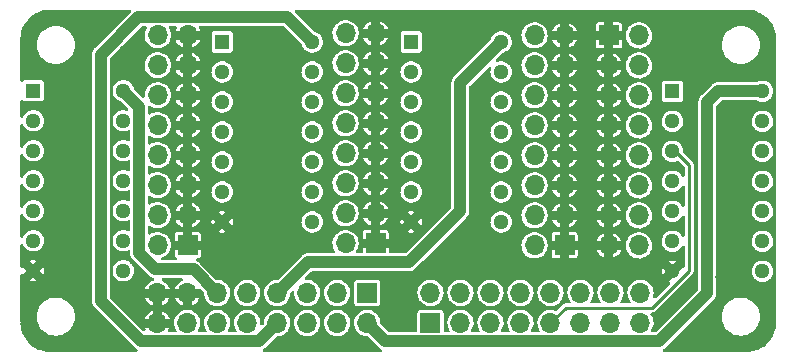
<source format=gbr>
G04 #@! TF.GenerationSoftware,KiCad,Pcbnew,(6.0.7)*
G04 #@! TF.CreationDate,2022-10-12T11:09:06+01:00*
G04 #@! TF.ProjectId,RR_5V_HAT,52525f35-565f-4484-9154-2e6b69636164,rev?*
G04 #@! TF.SameCoordinates,Original*
G04 #@! TF.FileFunction,Copper,L2,Bot*
G04 #@! TF.FilePolarity,Positive*
%FSLAX46Y46*%
G04 Gerber Fmt 4.6, Leading zero omitted, Abs format (unit mm)*
G04 Created by KiCad (PCBNEW (6.0.7)) date 2022-10-12 11:09:06*
%MOMM*%
%LPD*%
G01*
G04 APERTURE LIST*
G04 #@! TA.AperFunction,ComponentPad*
%ADD10R,1.295400X1.295400*%
G04 #@! TD*
G04 #@! TA.AperFunction,ComponentPad*
%ADD11C,1.295400*%
G04 #@! TD*
G04 #@! TA.AperFunction,ComponentPad*
%ADD12R,1.700000X1.700000*%
G04 #@! TD*
G04 #@! TA.AperFunction,ComponentPad*
%ADD13O,1.700000X1.700000*%
G04 #@! TD*
G04 #@! TA.AperFunction,ViaPad*
%ADD14C,0.800000*%
G04 #@! TD*
G04 #@! TA.AperFunction,Conductor*
%ADD15C,1.000000*%
G04 #@! TD*
G04 #@! TA.AperFunction,Conductor*
%ADD16C,0.250000*%
G04 #@! TD*
G04 APERTURE END LIST*
D10*
X169590000Y-43380000D03*
D11*
X169590000Y-45920000D03*
X169590000Y-48460000D03*
X169590000Y-51000000D03*
X169590000Y-53540000D03*
X169590000Y-56080000D03*
X169590000Y-58620000D03*
X177210000Y-58620000D03*
X177210000Y-56080000D03*
X177210000Y-53540000D03*
X177210000Y-51000000D03*
X177210000Y-48460000D03*
X177210000Y-45920000D03*
X177210000Y-43380000D03*
D12*
X198575000Y-56290400D03*
D13*
X196035000Y-56290400D03*
X198575000Y-53750400D03*
X196035000Y-53750400D03*
X198575000Y-51210400D03*
X196035000Y-51210400D03*
X198575000Y-48670400D03*
X196035000Y-48670400D03*
X198575000Y-46130400D03*
X196035000Y-46130400D03*
X198575000Y-43590400D03*
X196035000Y-43590400D03*
X198575000Y-41050400D03*
X196035000Y-41050400D03*
X198575000Y-38510400D03*
X196035000Y-38510400D03*
D10*
X223710000Y-43420000D03*
D11*
X223710000Y-45960000D03*
X223710000Y-48500000D03*
X223710000Y-51040000D03*
X223710000Y-53580000D03*
X223710000Y-56120000D03*
X223710000Y-58660000D03*
X231330000Y-58660000D03*
X231330000Y-56120000D03*
X231330000Y-53580000D03*
X231330000Y-51040000D03*
X231330000Y-48500000D03*
X231330000Y-45960000D03*
X231330000Y-43420000D03*
D12*
X214575000Y-56475000D03*
D13*
X212035000Y-56475000D03*
X214575000Y-53935000D03*
X212035000Y-53935000D03*
X214575000Y-51395000D03*
X212035000Y-51395000D03*
X214575000Y-48855000D03*
X212035000Y-48855000D03*
X214575000Y-46315000D03*
X212035000Y-46315000D03*
X214575000Y-43775000D03*
X212035000Y-43775000D03*
X214575000Y-41235000D03*
X212035000Y-41235000D03*
X214575000Y-38695000D03*
X212035000Y-38695000D03*
D12*
X182675000Y-56457800D03*
D13*
X180135000Y-56457800D03*
X182675000Y-53917800D03*
X180135000Y-53917800D03*
X182675000Y-51377800D03*
X180135000Y-51377800D03*
X182675000Y-48837800D03*
X180135000Y-48837800D03*
X182675000Y-46297800D03*
X180135000Y-46297800D03*
X182675000Y-43757800D03*
X180135000Y-43757800D03*
X182675000Y-41217800D03*
X180135000Y-41217800D03*
X182675000Y-38677800D03*
X180135000Y-38677800D03*
D10*
X185590000Y-39245000D03*
D11*
X185590000Y-41785000D03*
X185590000Y-44325000D03*
X185590000Y-46865000D03*
X185590000Y-49405000D03*
X185590000Y-51945000D03*
X185590000Y-54485000D03*
X193210000Y-54485000D03*
X193210000Y-51945000D03*
X193210000Y-49405000D03*
X193210000Y-46865000D03*
X193210000Y-44325000D03*
X193210000Y-41785000D03*
X193210000Y-39245000D03*
D10*
X201590000Y-39245000D03*
D11*
X201590000Y-41785000D03*
X201590000Y-44325000D03*
X201590000Y-46865000D03*
X201590000Y-49405000D03*
X201590000Y-51945000D03*
X201590000Y-54485000D03*
X209210000Y-54485000D03*
X209210000Y-51945000D03*
X209210000Y-49405000D03*
X209210000Y-46865000D03*
X209210000Y-44325000D03*
X209210000Y-41785000D03*
X209210000Y-39245000D03*
D12*
X203225000Y-63040000D03*
D13*
X203225000Y-60500000D03*
X205765000Y-63040000D03*
X205765000Y-60500000D03*
X208305000Y-63040000D03*
X208305000Y-60500000D03*
X210845000Y-63040000D03*
X210845000Y-60500000D03*
X213385000Y-63040000D03*
X213385000Y-60500000D03*
X215925000Y-63040000D03*
X215925000Y-60500000D03*
X218465000Y-63040000D03*
X218465000Y-60500000D03*
X221005000Y-63040000D03*
X221005000Y-60500000D03*
D12*
X197875000Y-60510000D03*
D13*
X197875000Y-63050000D03*
X195335000Y-60510000D03*
X195335000Y-63050000D03*
X192795000Y-60510000D03*
X192795000Y-63050000D03*
X190255000Y-60510000D03*
X190255000Y-63050000D03*
X187715000Y-60510000D03*
X187715000Y-63050000D03*
X185175000Y-60510000D03*
X185175000Y-63050000D03*
X182635000Y-60510000D03*
X182635000Y-63050000D03*
X180095000Y-60510000D03*
X180095000Y-63050000D03*
D12*
X218325000Y-38700000D03*
D13*
X220865000Y-38700000D03*
X218325000Y-41240000D03*
X220865000Y-41240000D03*
X218325000Y-43780000D03*
X220865000Y-43780000D03*
X218325000Y-46320000D03*
X220865000Y-46320000D03*
X218325000Y-48860000D03*
X220865000Y-48860000D03*
X218325000Y-51400000D03*
X220865000Y-51400000D03*
X218325000Y-53940000D03*
X220865000Y-53940000D03*
X218325000Y-56480000D03*
X220865000Y-56480000D03*
D14*
X229000000Y-46130000D03*
X199650000Y-61950000D03*
X205300000Y-39750000D03*
X189280000Y-39650000D03*
X226350000Y-37350000D03*
X173240000Y-51920000D03*
X228880000Y-49450000D03*
X177250000Y-39930000D03*
X227770000Y-59180000D03*
X228340000Y-53780000D03*
X207450000Y-49400000D03*
X205980000Y-57990000D03*
X186400000Y-58800000D03*
X174900000Y-37650000D03*
X175280000Y-64230000D03*
X173270000Y-47030000D03*
X224000000Y-61620000D03*
X228480000Y-56640000D03*
X203900000Y-49300000D03*
X191550000Y-61750000D03*
X207650000Y-45550000D03*
X226000000Y-63700000D03*
X204000000Y-45450000D03*
X189710000Y-52280000D03*
X207550000Y-53000000D03*
X173560000Y-56920000D03*
X189550000Y-45750000D03*
X225800000Y-42300000D03*
X189670000Y-49490000D03*
D15*
X226670000Y-44330000D02*
X226670000Y-60530000D01*
X222610000Y-64590000D02*
X199415000Y-64590000D01*
X199415000Y-64590000D02*
X197875000Y-63050000D01*
X227580000Y-43420000D02*
X226670000Y-44330000D01*
X231280000Y-43420000D02*
X227580000Y-43420000D01*
X226670000Y-60530000D02*
X222610000Y-64590000D01*
X201400000Y-57900000D02*
X205750000Y-53550000D01*
X205750000Y-42705000D02*
X209210000Y-39245000D01*
X190255000Y-60510000D02*
X192865000Y-57900000D01*
X205750000Y-53550000D02*
X205750000Y-42705000D01*
X192865000Y-57900000D02*
X201400000Y-57900000D01*
X175300000Y-40324365D02*
X175300000Y-61150000D01*
X193210000Y-39245000D02*
X191092800Y-37127800D01*
X188705000Y-64600000D02*
X190255000Y-63050000D01*
X178496565Y-37127800D02*
X175300000Y-40324365D01*
X191092800Y-37127800D02*
X178496565Y-37127800D01*
X178750000Y-64600000D02*
X188705000Y-64600000D01*
X175300000Y-61150000D02*
X178750000Y-64600000D01*
X177210000Y-43380000D02*
X178557700Y-44727700D01*
X179940000Y-58500000D02*
X183165000Y-58500000D01*
X178557700Y-57117700D02*
X179940000Y-58500000D01*
X183165000Y-58500000D02*
X185175000Y-60510000D01*
X178557700Y-44727700D02*
X178557700Y-57117700D01*
D16*
X214659278Y-61765722D02*
X213385000Y-63040000D01*
X225122081Y-58623525D02*
X221979884Y-61765722D01*
X221979884Y-61765722D02*
X214659278Y-61765722D01*
X223680000Y-48205000D02*
X225122081Y-49647081D01*
X225122081Y-49647081D02*
X225122081Y-58623525D01*
G04 #@! TA.AperFunction,Conductor*
G36*
X177812772Y-36528502D02*
G01*
X177859265Y-36582158D01*
X177869369Y-36652432D01*
X177839875Y-36717012D01*
X177833746Y-36723595D01*
X174813700Y-39743641D01*
X174799287Y-39756028D01*
X174781929Y-39768802D01*
X174759699Y-39794969D01*
X174747911Y-39808844D01*
X174740981Y-39816360D01*
X174735338Y-39822003D01*
X174717806Y-39844163D01*
X174715039Y-39847538D01*
X174668018Y-39902885D01*
X174664689Y-39909405D01*
X174661369Y-39914383D01*
X174658236Y-39919456D01*
X174653693Y-39925198D01*
X174638941Y-39956761D01*
X174622947Y-39990982D01*
X174621016Y-39994932D01*
X174588007Y-40059577D01*
X174586267Y-40066687D01*
X174584177Y-40072307D01*
X174582297Y-40077958D01*
X174579199Y-40084587D01*
X174577709Y-40091751D01*
X174577708Y-40091754D01*
X174574935Y-40105087D01*
X174565498Y-40150463D01*
X174564415Y-40155668D01*
X174563449Y-40159938D01*
X174546189Y-40230473D01*
X174545842Y-40236070D01*
X174545841Y-40236075D01*
X174545671Y-40238824D01*
X174545500Y-40241579D01*
X174545466Y-40241577D01*
X174545223Y-40245636D01*
X174544863Y-40249670D01*
X174543372Y-40256838D01*
X174543570Y-40264155D01*
X174545454Y-40333780D01*
X174545500Y-40337188D01*
X174545500Y-61083235D01*
X174544067Y-61102184D01*
X174540826Y-61123489D01*
X174541419Y-61130780D01*
X174541419Y-61130783D01*
X174545085Y-61175848D01*
X174545500Y-61186063D01*
X174545500Y-61194053D01*
X174545925Y-61197697D01*
X174548771Y-61222113D01*
X174549204Y-61226487D01*
X174550490Y-61242290D01*
X174555090Y-61298847D01*
X174557345Y-61305809D01*
X174558518Y-61311677D01*
X174559890Y-61317484D01*
X174560738Y-61324754D01*
X174585532Y-61393060D01*
X174586940Y-61397163D01*
X174609312Y-61466222D01*
X174613109Y-61472479D01*
X174615602Y-61477926D01*
X174618270Y-61483254D01*
X174620768Y-61490134D01*
X174642535Y-61523334D01*
X174660568Y-61550839D01*
X174662915Y-61554559D01*
X174696401Y-61609742D01*
X174700583Y-61616633D01*
X174704295Y-61620836D01*
X174707949Y-61624974D01*
X174707924Y-61624996D01*
X174710624Y-61628041D01*
X174713220Y-61631146D01*
X174717234Y-61637268D01*
X174722547Y-61642301D01*
X174773126Y-61690215D01*
X174775568Y-61692593D01*
X178169276Y-65086300D01*
X178181663Y-65100713D01*
X178194437Y-65118071D01*
X178200020Y-65122814D01*
X178234479Y-65152089D01*
X178241995Y-65159019D01*
X178247638Y-65164662D01*
X178269798Y-65182194D01*
X178273173Y-65184961D01*
X178328520Y-65231982D01*
X178335040Y-65235311D01*
X178340018Y-65238631D01*
X178345092Y-65241765D01*
X178350833Y-65246307D01*
X178357463Y-65249406D01*
X178357470Y-65249410D01*
X178361628Y-65251353D01*
X178414872Y-65298317D01*
X178434272Y-65366611D01*
X178413670Y-65434553D01*
X178359606Y-65480571D01*
X178308277Y-65491500D01*
X171049367Y-65491500D01*
X171029982Y-65490000D01*
X171015149Y-65487690D01*
X171015145Y-65487690D01*
X171006276Y-65486309D01*
X170989077Y-65488558D01*
X170965137Y-65489391D01*
X170707290Y-65473794D01*
X170692186Y-65471960D01*
X170620214Y-65458771D01*
X170411240Y-65420475D01*
X170396473Y-65416836D01*
X170211430Y-65359174D01*
X170123769Y-65331858D01*
X170109555Y-65326466D01*
X169849092Y-65209242D01*
X169835621Y-65202172D01*
X169824924Y-65195705D01*
X169777329Y-65166933D01*
X169591187Y-65054405D01*
X169578666Y-65045762D01*
X169353829Y-64869615D01*
X169342440Y-64859525D01*
X169140475Y-64657560D01*
X169130385Y-64646171D01*
X168954238Y-64421334D01*
X168945595Y-64408813D01*
X168797828Y-64164379D01*
X168790757Y-64150906D01*
X168780711Y-64128584D01*
X168673534Y-63890445D01*
X168668141Y-63876227D01*
X168654266Y-63831699D01*
X168583164Y-63603526D01*
X168579523Y-63588754D01*
X168562470Y-63495693D01*
X168528040Y-63307814D01*
X168526206Y-63292710D01*
X168511269Y-63045768D01*
X168512520Y-63022216D01*
X168512334Y-63022199D01*
X168512769Y-63017350D01*
X168513576Y-63012552D01*
X168513729Y-63000000D01*
X168509773Y-62972376D01*
X168508500Y-62954514D01*
X168508500Y-62500000D01*
X169890539Y-62500000D01*
X169910354Y-62751775D01*
X169911508Y-62756582D01*
X169911509Y-62756588D01*
X169933422Y-62847859D01*
X169969312Y-62997351D01*
X169971205Y-63001922D01*
X169971206Y-63001924D01*
X170053337Y-63200205D01*
X170065960Y-63230680D01*
X170197919Y-63446017D01*
X170361939Y-63638061D01*
X170553983Y-63802081D01*
X170769320Y-63934040D01*
X170773890Y-63935933D01*
X170773894Y-63935935D01*
X170976102Y-64019692D01*
X171002649Y-64030688D01*
X171088865Y-64051387D01*
X171243412Y-64088491D01*
X171243418Y-64088492D01*
X171248225Y-64089646D01*
X171336253Y-64096574D01*
X171434507Y-64104307D01*
X171434516Y-64104307D01*
X171436964Y-64104500D01*
X171563036Y-64104500D01*
X171565484Y-64104307D01*
X171565493Y-64104307D01*
X171663747Y-64096574D01*
X171751775Y-64089646D01*
X171756582Y-64088492D01*
X171756588Y-64088491D01*
X171911135Y-64051387D01*
X171997351Y-64030688D01*
X172023898Y-64019692D01*
X172226106Y-63935935D01*
X172226110Y-63935933D01*
X172230680Y-63934040D01*
X172446017Y-63802081D01*
X172638061Y-63638061D01*
X172802081Y-63446017D01*
X172934040Y-63230680D01*
X172946664Y-63200205D01*
X173028794Y-63001924D01*
X173028795Y-63001922D01*
X173030688Y-62997351D01*
X173066578Y-62847859D01*
X173088491Y-62756588D01*
X173088492Y-62756582D01*
X173089646Y-62751775D01*
X173109461Y-62500000D01*
X173089646Y-62248225D01*
X173088492Y-62243418D01*
X173088491Y-62243412D01*
X173041294Y-62046826D01*
X173030688Y-62002649D01*
X173020721Y-61978586D01*
X172935935Y-61773894D01*
X172935933Y-61773890D01*
X172934040Y-61769320D01*
X172802081Y-61553983D01*
X172638061Y-61361939D01*
X172446017Y-61197919D01*
X172230680Y-61065960D01*
X172226110Y-61064067D01*
X172226106Y-61064065D01*
X172001924Y-60971206D01*
X172001922Y-60971205D01*
X171997351Y-60969312D01*
X171911135Y-60948613D01*
X171756588Y-60911509D01*
X171756582Y-60911508D01*
X171751775Y-60910354D01*
X171663747Y-60903426D01*
X171565493Y-60895693D01*
X171565484Y-60895693D01*
X171563036Y-60895500D01*
X171436964Y-60895500D01*
X171434516Y-60895693D01*
X171434507Y-60895693D01*
X171336253Y-60903426D01*
X171248225Y-60910354D01*
X171243418Y-60911508D01*
X171243412Y-60911509D01*
X171088865Y-60948613D01*
X171002649Y-60969312D01*
X170998078Y-60971205D01*
X170998076Y-60971206D01*
X170773894Y-61064065D01*
X170773890Y-61064067D01*
X170769320Y-61065960D01*
X170553983Y-61197919D01*
X170361939Y-61361939D01*
X170197919Y-61553983D01*
X170065960Y-61769320D01*
X170064067Y-61773890D01*
X170064065Y-61773894D01*
X169979279Y-61978586D01*
X169969312Y-62002649D01*
X169958706Y-62046826D01*
X169911509Y-62243412D01*
X169911508Y-62243418D01*
X169910354Y-62248225D01*
X169890539Y-62500000D01*
X168508500Y-62500000D01*
X168508500Y-59468520D01*
X169285915Y-59468520D01*
X169289426Y-59473210D01*
X169303795Y-59479608D01*
X169316278Y-59483664D01*
X169488769Y-59520327D01*
X169501830Y-59521700D01*
X169678170Y-59521700D01*
X169691231Y-59520327D01*
X169863722Y-59483664D01*
X169876205Y-59479608D01*
X169883586Y-59476321D01*
X169894333Y-59467187D01*
X169892736Y-59461551D01*
X169602812Y-59171627D01*
X169588868Y-59164013D01*
X169587035Y-59164144D01*
X169580420Y-59168395D01*
X169292675Y-59456140D01*
X169285915Y-59468520D01*
X168508500Y-59468520D01*
X168508500Y-58985495D01*
X168528502Y-58917374D01*
X168582158Y-58870881D01*
X168652432Y-58860777D01*
X168717012Y-58890271D01*
X168738510Y-58914377D01*
X168744630Y-58923328D01*
X168747971Y-58922750D01*
X168749603Y-58921582D01*
X169038373Y-58632812D01*
X169044751Y-58621132D01*
X170134013Y-58621132D01*
X170134144Y-58622965D01*
X170138395Y-58629580D01*
X170424919Y-58916104D01*
X170437299Y-58922864D01*
X170440012Y-58920833D01*
X170440936Y-58919051D01*
X170474814Y-58814786D01*
X170477544Y-58801943D01*
X170495977Y-58626565D01*
X170495977Y-58613435D01*
X170477544Y-58438057D01*
X170474814Y-58425214D01*
X170443329Y-58328313D01*
X170435369Y-58316672D01*
X170432029Y-58317250D01*
X170430397Y-58318418D01*
X170141627Y-58607188D01*
X170134013Y-58621132D01*
X169044751Y-58621132D01*
X169045987Y-58618868D01*
X169045856Y-58617035D01*
X169041605Y-58610420D01*
X168755081Y-58323896D01*
X168742701Y-58317136D01*
X168720899Y-58333457D01*
X168697239Y-58358152D01*
X168628204Y-58374726D01*
X168561168Y-58351345D01*
X168517414Y-58295433D01*
X168508500Y-58248883D01*
X168508500Y-57772813D01*
X169285667Y-57772813D01*
X169287264Y-57778449D01*
X169577188Y-58068373D01*
X169591132Y-58075987D01*
X169592965Y-58075856D01*
X169599580Y-58071605D01*
X169887325Y-57783860D01*
X169894085Y-57771480D01*
X169890574Y-57766790D01*
X169876205Y-57760392D01*
X169863722Y-57756336D01*
X169691231Y-57719673D01*
X169678170Y-57718300D01*
X169501830Y-57718300D01*
X169488769Y-57719673D01*
X169316278Y-57756336D01*
X169303795Y-57760392D01*
X169296414Y-57763679D01*
X169285667Y-57772813D01*
X168508500Y-57772813D01*
X168508500Y-56466599D01*
X168528502Y-56398478D01*
X168582158Y-56351985D01*
X168652432Y-56341881D01*
X168717012Y-56371375D01*
X168754333Y-56427663D01*
X168761259Y-56448979D01*
X168856084Y-56613221D01*
X168860502Y-56618128D01*
X168860503Y-56618129D01*
X168976186Y-56746608D01*
X168982985Y-56754159D01*
X168988327Y-56758040D01*
X168988329Y-56758042D01*
X169131073Y-56861751D01*
X169136415Y-56865632D01*
X169142443Y-56868316D01*
X169142445Y-56868317D01*
X169303638Y-56940085D01*
X169309669Y-56942770D01*
X169402422Y-56962485D01*
X169488718Y-56980828D01*
X169488722Y-56980828D01*
X169495175Y-56982200D01*
X169684825Y-56982200D01*
X169691278Y-56980828D01*
X169691282Y-56980828D01*
X169777578Y-56962485D01*
X169870331Y-56942770D01*
X169876362Y-56940085D01*
X170037555Y-56868317D01*
X170037557Y-56868316D01*
X170043585Y-56865632D01*
X170048927Y-56861751D01*
X170191671Y-56758042D01*
X170191673Y-56758040D01*
X170197015Y-56754159D01*
X170203814Y-56746608D01*
X170319497Y-56618129D01*
X170319498Y-56618128D01*
X170323916Y-56613221D01*
X170418741Y-56448979D01*
X170477346Y-56268611D01*
X170478711Y-56255629D01*
X170496480Y-56086565D01*
X170497170Y-56080000D01*
X170494651Y-56056033D01*
X170478036Y-55897953D01*
X170478036Y-55897952D01*
X170477346Y-55891389D01*
X170418741Y-55711021D01*
X170404451Y-55686269D01*
X170374183Y-55633844D01*
X170323916Y-55546779D01*
X170316074Y-55538069D01*
X170201437Y-55410752D01*
X170201436Y-55410751D01*
X170197015Y-55405841D01*
X170191673Y-55401960D01*
X170191671Y-55401958D01*
X170048927Y-55298249D01*
X170048926Y-55298248D01*
X170043585Y-55294368D01*
X170037557Y-55291684D01*
X170037555Y-55291683D01*
X169876362Y-55219915D01*
X169876360Y-55219914D01*
X169870331Y-55217230D01*
X169777578Y-55197515D01*
X169691282Y-55179172D01*
X169691278Y-55179172D01*
X169684825Y-55177800D01*
X169495175Y-55177800D01*
X169488722Y-55179172D01*
X169488718Y-55179172D01*
X169402422Y-55197515D01*
X169309669Y-55217230D01*
X169303640Y-55219914D01*
X169303638Y-55219915D01*
X169142445Y-55291683D01*
X169142443Y-55291684D01*
X169136415Y-55294368D01*
X169131074Y-55298248D01*
X169131073Y-55298249D01*
X168988329Y-55401958D01*
X168988327Y-55401960D01*
X168982985Y-55405841D01*
X168978564Y-55410751D01*
X168978563Y-55410752D01*
X168863927Y-55538069D01*
X168856084Y-55546779D01*
X168805817Y-55633844D01*
X168775550Y-55686269D01*
X168761259Y-55711021D01*
X168759217Y-55717306D01*
X168754333Y-55732337D01*
X168714260Y-55790943D01*
X168648863Y-55818580D01*
X168578906Y-55806473D01*
X168526600Y-55758467D01*
X168508500Y-55693401D01*
X168508500Y-53926599D01*
X168528502Y-53858478D01*
X168582158Y-53811985D01*
X168652432Y-53801881D01*
X168717012Y-53831375D01*
X168754333Y-53887663D01*
X168761259Y-53908979D01*
X168764562Y-53914701D01*
X168764563Y-53914702D01*
X168787346Y-53954163D01*
X168856084Y-54073221D01*
X168860502Y-54078128D01*
X168860503Y-54078129D01*
X168975993Y-54206394D01*
X168982985Y-54214159D01*
X168988327Y-54218040D01*
X168988329Y-54218042D01*
X169131073Y-54321751D01*
X169136415Y-54325632D01*
X169142443Y-54328316D01*
X169142445Y-54328317D01*
X169303638Y-54400085D01*
X169309669Y-54402770D01*
X169402422Y-54422485D01*
X169488718Y-54440828D01*
X169488722Y-54440828D01*
X169495175Y-54442200D01*
X169684825Y-54442200D01*
X169691278Y-54440828D01*
X169691282Y-54440828D01*
X169777578Y-54422485D01*
X169870331Y-54402770D01*
X169876362Y-54400085D01*
X170037555Y-54328317D01*
X170037557Y-54328316D01*
X170043585Y-54325632D01*
X170048927Y-54321751D01*
X170191671Y-54218042D01*
X170191673Y-54218040D01*
X170197015Y-54214159D01*
X170204007Y-54206394D01*
X170319497Y-54078129D01*
X170319498Y-54078128D01*
X170323916Y-54073221D01*
X170392654Y-53954163D01*
X170415437Y-53914702D01*
X170415438Y-53914701D01*
X170418741Y-53908979D01*
X170477346Y-53728611D01*
X170478711Y-53715629D01*
X170496480Y-53546565D01*
X170497170Y-53540000D01*
X170494651Y-53516033D01*
X170478036Y-53357953D01*
X170478036Y-53357952D01*
X170477346Y-53351389D01*
X170471652Y-53333863D01*
X170429047Y-53202739D01*
X170418741Y-53171021D01*
X170404451Y-53146269D01*
X170356901Y-53063911D01*
X170323916Y-53006779D01*
X170305977Y-52986855D01*
X170201437Y-52870752D01*
X170201436Y-52870751D01*
X170197015Y-52865841D01*
X170191673Y-52861960D01*
X170191671Y-52861958D01*
X170048927Y-52758249D01*
X170048926Y-52758248D01*
X170043585Y-52754368D01*
X170037557Y-52751684D01*
X170037555Y-52751683D01*
X169876362Y-52679915D01*
X169876360Y-52679914D01*
X169870331Y-52677230D01*
X169777578Y-52657515D01*
X169691282Y-52639172D01*
X169691278Y-52639172D01*
X169684825Y-52637800D01*
X169495175Y-52637800D01*
X169488722Y-52639172D01*
X169488718Y-52639172D01*
X169402422Y-52657515D01*
X169309669Y-52677230D01*
X169303640Y-52679914D01*
X169303638Y-52679915D01*
X169142445Y-52751683D01*
X169142443Y-52751684D01*
X169136415Y-52754368D01*
X169131074Y-52758248D01*
X169131073Y-52758249D01*
X168988329Y-52861958D01*
X168988327Y-52861960D01*
X168982985Y-52865841D01*
X168978564Y-52870751D01*
X168978563Y-52870752D01*
X168874024Y-52986855D01*
X168856084Y-53006779D01*
X168823099Y-53063911D01*
X168775550Y-53146269D01*
X168761259Y-53171021D01*
X168758020Y-53180991D01*
X168754333Y-53192337D01*
X168714260Y-53250943D01*
X168648863Y-53278580D01*
X168578906Y-53266473D01*
X168526600Y-53218467D01*
X168508500Y-53153401D01*
X168508500Y-51386599D01*
X168528502Y-51318478D01*
X168582158Y-51271985D01*
X168652432Y-51261881D01*
X168717012Y-51291375D01*
X168754333Y-51347663D01*
X168761259Y-51368979D01*
X168764562Y-51374701D01*
X168764563Y-51374702D01*
X168787346Y-51414163D01*
X168856084Y-51533221D01*
X168860502Y-51538128D01*
X168860503Y-51538129D01*
X168975993Y-51666394D01*
X168982985Y-51674159D01*
X168988327Y-51678040D01*
X168988329Y-51678042D01*
X169131073Y-51781751D01*
X169136415Y-51785632D01*
X169142443Y-51788316D01*
X169142445Y-51788317D01*
X169303638Y-51860085D01*
X169309669Y-51862770D01*
X169402422Y-51882485D01*
X169488718Y-51900828D01*
X169488722Y-51900828D01*
X169495175Y-51902200D01*
X169684825Y-51902200D01*
X169691278Y-51900828D01*
X169691282Y-51900828D01*
X169777578Y-51882485D01*
X169870331Y-51862770D01*
X169876362Y-51860085D01*
X170037555Y-51788317D01*
X170037557Y-51788316D01*
X170043585Y-51785632D01*
X170048927Y-51781751D01*
X170191671Y-51678042D01*
X170191673Y-51678040D01*
X170197015Y-51674159D01*
X170204007Y-51666394D01*
X170319497Y-51538129D01*
X170319498Y-51538128D01*
X170323916Y-51533221D01*
X170392654Y-51414163D01*
X170415437Y-51374702D01*
X170415438Y-51374701D01*
X170418741Y-51368979D01*
X170477346Y-51188611D01*
X170478711Y-51175629D01*
X170496480Y-51006565D01*
X170497170Y-51000000D01*
X170494651Y-50976033D01*
X170478036Y-50817953D01*
X170478036Y-50817952D01*
X170477346Y-50811389D01*
X170471652Y-50793863D01*
X170429047Y-50662739D01*
X170418741Y-50631021D01*
X170404451Y-50606269D01*
X170356901Y-50523911D01*
X170323916Y-50466779D01*
X170305977Y-50446855D01*
X170201437Y-50330752D01*
X170201436Y-50330751D01*
X170197015Y-50325841D01*
X170191673Y-50321960D01*
X170191671Y-50321958D01*
X170048927Y-50218249D01*
X170048926Y-50218248D01*
X170043585Y-50214368D01*
X170037557Y-50211684D01*
X170037555Y-50211683D01*
X169876362Y-50139915D01*
X169876360Y-50139914D01*
X169870331Y-50137230D01*
X169777578Y-50117515D01*
X169691282Y-50099172D01*
X169691278Y-50099172D01*
X169684825Y-50097800D01*
X169495175Y-50097800D01*
X169488722Y-50099172D01*
X169488718Y-50099172D01*
X169402422Y-50117515D01*
X169309669Y-50137230D01*
X169303640Y-50139914D01*
X169303638Y-50139915D01*
X169142445Y-50211683D01*
X169142443Y-50211684D01*
X169136415Y-50214368D01*
X169131074Y-50218248D01*
X169131073Y-50218249D01*
X168988329Y-50321958D01*
X168988327Y-50321960D01*
X168982985Y-50325841D01*
X168978564Y-50330751D01*
X168978563Y-50330752D01*
X168874024Y-50446855D01*
X168856084Y-50466779D01*
X168823099Y-50523911D01*
X168775550Y-50606269D01*
X168761259Y-50631021D01*
X168758020Y-50640991D01*
X168754333Y-50652337D01*
X168714260Y-50710943D01*
X168648863Y-50738580D01*
X168578906Y-50726473D01*
X168526600Y-50678467D01*
X168508500Y-50613401D01*
X168508500Y-48846599D01*
X168528502Y-48778478D01*
X168582158Y-48731985D01*
X168652432Y-48721881D01*
X168717012Y-48751375D01*
X168754333Y-48807663D01*
X168761259Y-48828979D01*
X168764562Y-48834701D01*
X168764563Y-48834702D01*
X168787657Y-48874702D01*
X168856084Y-48993221D01*
X168860502Y-48998128D01*
X168860503Y-48998129D01*
X168975993Y-49126394D01*
X168982985Y-49134159D01*
X168988327Y-49138040D01*
X168988329Y-49138042D01*
X169131073Y-49241751D01*
X169136415Y-49245632D01*
X169142443Y-49248316D01*
X169142445Y-49248317D01*
X169303638Y-49320085D01*
X169309669Y-49322770D01*
X169402422Y-49342485D01*
X169488718Y-49360828D01*
X169488722Y-49360828D01*
X169495175Y-49362200D01*
X169684825Y-49362200D01*
X169691278Y-49360828D01*
X169691282Y-49360828D01*
X169777578Y-49342485D01*
X169870331Y-49322770D01*
X169876362Y-49320085D01*
X170037555Y-49248317D01*
X170037557Y-49248316D01*
X170043585Y-49245632D01*
X170048927Y-49241751D01*
X170191671Y-49138042D01*
X170191673Y-49138040D01*
X170197015Y-49134159D01*
X170204007Y-49126394D01*
X170319497Y-48998129D01*
X170319498Y-48998128D01*
X170323916Y-48993221D01*
X170392343Y-48874702D01*
X170415437Y-48834702D01*
X170415438Y-48834701D01*
X170418741Y-48828979D01*
X170477346Y-48648611D01*
X170478468Y-48637941D01*
X170496480Y-48466565D01*
X170497170Y-48460000D01*
X170494651Y-48436033D01*
X170478036Y-48277953D01*
X170478036Y-48277952D01*
X170477346Y-48271389D01*
X170471652Y-48253863D01*
X170429047Y-48122739D01*
X170418741Y-48091021D01*
X170404451Y-48066269D01*
X170356901Y-47983911D01*
X170323916Y-47926779D01*
X170305977Y-47906855D01*
X170201437Y-47790752D01*
X170201436Y-47790751D01*
X170197015Y-47785841D01*
X170191673Y-47781960D01*
X170191671Y-47781958D01*
X170048927Y-47678249D01*
X170048926Y-47678248D01*
X170043585Y-47674368D01*
X170037557Y-47671684D01*
X170037555Y-47671683D01*
X169876362Y-47599915D01*
X169876360Y-47599914D01*
X169870331Y-47597230D01*
X169777578Y-47577515D01*
X169691282Y-47559172D01*
X169691278Y-47559172D01*
X169684825Y-47557800D01*
X169495175Y-47557800D01*
X169488722Y-47559172D01*
X169488718Y-47559172D01*
X169402422Y-47577515D01*
X169309669Y-47597230D01*
X169303640Y-47599914D01*
X169303638Y-47599915D01*
X169142445Y-47671683D01*
X169142443Y-47671684D01*
X169136415Y-47674368D01*
X169131074Y-47678248D01*
X169131073Y-47678249D01*
X168988329Y-47781958D01*
X168988327Y-47781960D01*
X168982985Y-47785841D01*
X168978564Y-47790751D01*
X168978563Y-47790752D01*
X168874024Y-47906855D01*
X168856084Y-47926779D01*
X168823099Y-47983911D01*
X168775550Y-48066269D01*
X168761259Y-48091021D01*
X168758020Y-48100991D01*
X168754333Y-48112337D01*
X168714260Y-48170943D01*
X168648863Y-48198580D01*
X168578906Y-48186473D01*
X168526600Y-48138467D01*
X168508500Y-48073401D01*
X168508500Y-46306599D01*
X168528502Y-46238478D01*
X168582158Y-46191985D01*
X168652432Y-46181881D01*
X168717012Y-46211375D01*
X168754333Y-46267663D01*
X168761259Y-46288979D01*
X168764562Y-46294701D01*
X168764563Y-46294702D01*
X168787657Y-46334702D01*
X168856084Y-46453221D01*
X168860502Y-46458128D01*
X168860503Y-46458129D01*
X168975993Y-46586394D01*
X168982985Y-46594159D01*
X168988327Y-46598040D01*
X168988329Y-46598042D01*
X169131073Y-46701751D01*
X169136415Y-46705632D01*
X169142443Y-46708316D01*
X169142445Y-46708317D01*
X169303638Y-46780085D01*
X169309669Y-46782770D01*
X169402422Y-46802485D01*
X169488718Y-46820828D01*
X169488722Y-46820828D01*
X169495175Y-46822200D01*
X169684825Y-46822200D01*
X169691278Y-46820828D01*
X169691282Y-46820828D01*
X169777578Y-46802485D01*
X169870331Y-46782770D01*
X169876362Y-46780085D01*
X170037555Y-46708317D01*
X170037557Y-46708316D01*
X170043585Y-46705632D01*
X170048927Y-46701751D01*
X170191671Y-46598042D01*
X170191673Y-46598040D01*
X170197015Y-46594159D01*
X170204007Y-46586394D01*
X170319497Y-46458129D01*
X170319498Y-46458128D01*
X170323916Y-46453221D01*
X170392343Y-46334702D01*
X170415437Y-46294702D01*
X170415438Y-46294701D01*
X170418741Y-46288979D01*
X170477346Y-46108611D01*
X170478711Y-46095629D01*
X170496480Y-45926565D01*
X170497170Y-45920000D01*
X170494651Y-45896033D01*
X170478036Y-45737953D01*
X170478036Y-45737952D01*
X170477346Y-45731389D01*
X170471652Y-45713863D01*
X170429047Y-45582739D01*
X170418741Y-45551021D01*
X170404451Y-45526269D01*
X170356901Y-45443911D01*
X170323916Y-45386779D01*
X170305977Y-45366855D01*
X170201437Y-45250752D01*
X170201436Y-45250751D01*
X170197015Y-45245841D01*
X170191673Y-45241960D01*
X170191671Y-45241958D01*
X170048927Y-45138249D01*
X170048926Y-45138248D01*
X170043585Y-45134368D01*
X170037557Y-45131684D01*
X170037555Y-45131683D01*
X169876362Y-45059915D01*
X169876360Y-45059914D01*
X169870331Y-45057230D01*
X169777578Y-45037515D01*
X169691282Y-45019172D01*
X169691278Y-45019172D01*
X169684825Y-45017800D01*
X169495175Y-45017800D01*
X169488722Y-45019172D01*
X169488718Y-45019172D01*
X169402422Y-45037515D01*
X169309669Y-45057230D01*
X169303640Y-45059914D01*
X169303638Y-45059915D01*
X169142445Y-45131683D01*
X169142443Y-45131684D01*
X169136415Y-45134368D01*
X169131074Y-45138248D01*
X169131073Y-45138249D01*
X168988329Y-45241958D01*
X168988327Y-45241960D01*
X168982985Y-45245841D01*
X168978564Y-45250751D01*
X168978563Y-45250752D01*
X168874024Y-45366855D01*
X168856084Y-45386779D01*
X168823099Y-45443911D01*
X168775550Y-45526269D01*
X168761259Y-45551021D01*
X168758020Y-45560991D01*
X168754333Y-45572337D01*
X168714260Y-45630943D01*
X168648863Y-45658580D01*
X168578906Y-45646473D01*
X168526600Y-45598467D01*
X168508500Y-45533401D01*
X168508500Y-44251926D01*
X168528502Y-44183805D01*
X168582158Y-44137312D01*
X168652432Y-44127208D01*
X168717012Y-44156702D01*
X168739264Y-44181923D01*
X168758816Y-44211184D01*
X168769132Y-44218077D01*
X168808141Y-44244142D01*
X168842999Y-44267434D01*
X168917233Y-44282200D01*
X169589891Y-44282200D01*
X170262766Y-44282199D01*
X170298518Y-44275088D01*
X170324826Y-44269856D01*
X170324828Y-44269855D01*
X170337001Y-44267434D01*
X170347321Y-44260539D01*
X170347322Y-44260538D01*
X170410868Y-44218077D01*
X170421184Y-44211184D01*
X170454138Y-44161865D01*
X170470539Y-44137320D01*
X170477434Y-44127001D01*
X170492200Y-44052767D01*
X170492199Y-42707234D01*
X170483613Y-42664067D01*
X170479856Y-42645174D01*
X170479855Y-42645172D01*
X170477434Y-42632999D01*
X170470227Y-42622212D01*
X170428077Y-42559132D01*
X170421184Y-42548816D01*
X170373913Y-42517230D01*
X170347320Y-42499461D01*
X170337001Y-42492566D01*
X170262767Y-42477800D01*
X169590109Y-42477800D01*
X168917234Y-42477801D01*
X168881482Y-42484912D01*
X168855174Y-42490144D01*
X168855172Y-42490145D01*
X168842999Y-42492566D01*
X168832679Y-42499461D01*
X168832678Y-42499462D01*
X168777543Y-42536303D01*
X168758816Y-42548816D01*
X168751923Y-42559132D01*
X168739265Y-42578076D01*
X168684788Y-42623604D01*
X168614345Y-42632452D01*
X168550301Y-42601810D01*
X168512989Y-42541409D01*
X168508500Y-42508074D01*
X168508500Y-39500000D01*
X169890539Y-39500000D01*
X169910354Y-39751775D01*
X169911508Y-39756582D01*
X169911509Y-39756588D01*
X169932530Y-39844145D01*
X169969312Y-39997351D01*
X169971205Y-40001922D01*
X169971206Y-40001924D01*
X170061361Y-40219576D01*
X170065960Y-40230680D01*
X170197919Y-40446017D01*
X170361939Y-40638061D01*
X170553983Y-40802081D01*
X170769320Y-40934040D01*
X170773890Y-40935933D01*
X170773894Y-40935935D01*
X170980257Y-41021413D01*
X171002649Y-41030688D01*
X171069364Y-41046705D01*
X171243412Y-41088491D01*
X171243418Y-41088492D01*
X171248225Y-41089646D01*
X171336253Y-41096574D01*
X171434507Y-41104307D01*
X171434516Y-41104307D01*
X171436964Y-41104500D01*
X171563036Y-41104500D01*
X171565484Y-41104307D01*
X171565493Y-41104307D01*
X171663747Y-41096574D01*
X171751775Y-41089646D01*
X171756582Y-41088492D01*
X171756588Y-41088491D01*
X171930636Y-41046705D01*
X171997351Y-41030688D01*
X172019743Y-41021413D01*
X172226106Y-40935935D01*
X172226110Y-40935933D01*
X172230680Y-40934040D01*
X172446017Y-40802081D01*
X172638061Y-40638061D01*
X172802081Y-40446017D01*
X172934040Y-40230680D01*
X172938640Y-40219576D01*
X173028794Y-40001924D01*
X173028795Y-40001922D01*
X173030688Y-39997351D01*
X173067470Y-39844145D01*
X173088491Y-39756588D01*
X173088492Y-39756582D01*
X173089646Y-39751775D01*
X173109461Y-39500000D01*
X173089646Y-39248225D01*
X173088492Y-39243418D01*
X173088491Y-39243412D01*
X173049499Y-39081000D01*
X173030688Y-39002649D01*
X173025197Y-38989392D01*
X172935935Y-38773894D01*
X172935933Y-38773890D01*
X172934040Y-38769320D01*
X172802081Y-38553983D01*
X172638061Y-38361939D01*
X172446017Y-38197919D01*
X172230680Y-38065960D01*
X172226110Y-38064067D01*
X172226106Y-38064065D01*
X172001924Y-37971206D01*
X172001922Y-37971205D01*
X171997351Y-37969312D01*
X171907669Y-37947781D01*
X171756588Y-37911509D01*
X171756582Y-37911508D01*
X171751775Y-37910354D01*
X171663747Y-37903426D01*
X171565493Y-37895693D01*
X171565484Y-37895693D01*
X171563036Y-37895500D01*
X171436964Y-37895500D01*
X171434516Y-37895693D01*
X171434507Y-37895693D01*
X171336253Y-37903426D01*
X171248225Y-37910354D01*
X171243418Y-37911508D01*
X171243412Y-37911509D01*
X171092331Y-37947781D01*
X171002649Y-37969312D01*
X170998078Y-37971205D01*
X170998076Y-37971206D01*
X170773894Y-38064065D01*
X170773890Y-38064067D01*
X170769320Y-38065960D01*
X170553983Y-38197919D01*
X170361939Y-38361939D01*
X170197919Y-38553983D01*
X170065960Y-38769320D01*
X170064067Y-38773890D01*
X170064065Y-38773894D01*
X169974803Y-38989392D01*
X169969312Y-39002649D01*
X169950501Y-39081000D01*
X169911509Y-39243412D01*
X169911508Y-39243418D01*
X169910354Y-39248225D01*
X169890539Y-39500000D01*
X168508500Y-39500000D01*
X168508500Y-39053250D01*
X168510246Y-39032345D01*
X168512770Y-39017344D01*
X168512770Y-39017341D01*
X168513576Y-39012552D01*
X168513729Y-39000000D01*
X168513040Y-38995186D01*
X168513039Y-38995177D01*
X168511869Y-38987006D01*
X168510827Y-38961540D01*
X168526206Y-38707290D01*
X168528040Y-38692186D01*
X168550277Y-38570841D01*
X168579525Y-38411240D01*
X168583164Y-38396473D01*
X168594001Y-38361695D01*
X168668142Y-38123769D01*
X168673534Y-38109555D01*
X168790758Y-37849092D01*
X168797828Y-37835621D01*
X168945595Y-37591187D01*
X168954238Y-37578666D01*
X169130385Y-37353829D01*
X169140475Y-37342440D01*
X169342440Y-37140475D01*
X169353829Y-37130385D01*
X169578666Y-36954238D01*
X169591187Y-36945595D01*
X169835621Y-36797828D01*
X169849094Y-36790757D01*
X169891777Y-36771547D01*
X170109555Y-36673534D01*
X170123769Y-36668142D01*
X170396474Y-36583164D01*
X170411240Y-36579525D01*
X170650118Y-36535749D01*
X170692186Y-36528040D01*
X170707290Y-36526206D01*
X170957904Y-36511047D01*
X170984716Y-36512308D01*
X170984852Y-36512310D01*
X170993724Y-36513691D01*
X171002626Y-36512527D01*
X171002628Y-36512527D01*
X171017677Y-36510559D01*
X171025286Y-36509564D01*
X171041621Y-36508500D01*
X177744651Y-36508500D01*
X177812772Y-36528502D01*
G37*
G04 #@! TD.AperFunction*
G04 #@! TA.AperFunction,Conductor*
G36*
X229970018Y-36510000D02*
G01*
X229984851Y-36512310D01*
X229984855Y-36512310D01*
X229993724Y-36513691D01*
X230010923Y-36511442D01*
X230034863Y-36510609D01*
X230292710Y-36526206D01*
X230307814Y-36528040D01*
X230349882Y-36535749D01*
X230588760Y-36579525D01*
X230603526Y-36583164D01*
X230876231Y-36668142D01*
X230890445Y-36673534D01*
X231108223Y-36771547D01*
X231150906Y-36790757D01*
X231164379Y-36797828D01*
X231408813Y-36945595D01*
X231421334Y-36954238D01*
X231646171Y-37130385D01*
X231657560Y-37140475D01*
X231859525Y-37342440D01*
X231869615Y-37353829D01*
X232045762Y-37578666D01*
X232054405Y-37591187D01*
X232202172Y-37835621D01*
X232209242Y-37849092D01*
X232326466Y-38109555D01*
X232331858Y-38123769D01*
X232405999Y-38361695D01*
X232416836Y-38396473D01*
X232420475Y-38411240D01*
X232449723Y-38570841D01*
X232471960Y-38692186D01*
X232473794Y-38707290D01*
X232488953Y-38957904D01*
X232487692Y-38984716D01*
X232487690Y-38984852D01*
X232486309Y-38993724D01*
X232487473Y-39002626D01*
X232487473Y-39002628D01*
X232490436Y-39025283D01*
X232491500Y-39041621D01*
X232491500Y-62950633D01*
X232490000Y-62970018D01*
X232487690Y-62984851D01*
X232487690Y-62984855D01*
X232486309Y-62993724D01*
X232488558Y-63010919D01*
X232489391Y-63034863D01*
X232473794Y-63292710D01*
X232471960Y-63307814D01*
X232437531Y-63495693D01*
X232420477Y-63588754D01*
X232416836Y-63603526D01*
X232345735Y-63831699D01*
X232331859Y-63876227D01*
X232326466Y-63890445D01*
X232219289Y-64128584D01*
X232209243Y-64150906D01*
X232202172Y-64164379D01*
X232054405Y-64408813D01*
X232045762Y-64421334D01*
X231869615Y-64646171D01*
X231859525Y-64657560D01*
X231657560Y-64859525D01*
X231646171Y-64869615D01*
X231421334Y-65045762D01*
X231408813Y-65054405D01*
X231222671Y-65166933D01*
X231175077Y-65195705D01*
X231164379Y-65202172D01*
X231150908Y-65209242D01*
X230890445Y-65326466D01*
X230876231Y-65331858D01*
X230788570Y-65359174D01*
X230603527Y-65416836D01*
X230588760Y-65420475D01*
X230379786Y-65458771D01*
X230307814Y-65471960D01*
X230292710Y-65473794D01*
X230042096Y-65488953D01*
X230015284Y-65487692D01*
X230015148Y-65487690D01*
X230006276Y-65486309D01*
X229997374Y-65487473D01*
X229997372Y-65487473D01*
X229982707Y-65489391D01*
X229974714Y-65490436D01*
X229958379Y-65491500D01*
X223033105Y-65491500D01*
X222964984Y-65471498D01*
X222918491Y-65417842D01*
X222908387Y-65347568D01*
X222937881Y-65282988D01*
X222964020Y-65260128D01*
X222980368Y-65249410D01*
X223010849Y-65229426D01*
X223014559Y-65227085D01*
X223071838Y-65192327D01*
X223071840Y-65192325D01*
X223076633Y-65189417D01*
X223084974Y-65182051D01*
X223084996Y-65182076D01*
X223088041Y-65179376D01*
X223091146Y-65176780D01*
X223097268Y-65172766D01*
X223150216Y-65116873D01*
X223152593Y-65114432D01*
X225146928Y-63120097D01*
X225767025Y-62500000D01*
X227890539Y-62500000D01*
X227910354Y-62751775D01*
X227911508Y-62756582D01*
X227911509Y-62756588D01*
X227933422Y-62847859D01*
X227969312Y-62997351D01*
X227971205Y-63001922D01*
X227971206Y-63001924D01*
X228053337Y-63200205D01*
X228065960Y-63230680D01*
X228197919Y-63446017D01*
X228361939Y-63638061D01*
X228553983Y-63802081D01*
X228769320Y-63934040D01*
X228773890Y-63935933D01*
X228773894Y-63935935D01*
X228976102Y-64019692D01*
X229002649Y-64030688D01*
X229088865Y-64051387D01*
X229243412Y-64088491D01*
X229243418Y-64088492D01*
X229248225Y-64089646D01*
X229336253Y-64096574D01*
X229434507Y-64104307D01*
X229434516Y-64104307D01*
X229436964Y-64104500D01*
X229563036Y-64104500D01*
X229565484Y-64104307D01*
X229565493Y-64104307D01*
X229663747Y-64096574D01*
X229751775Y-64089646D01*
X229756582Y-64088492D01*
X229756588Y-64088491D01*
X229911135Y-64051387D01*
X229997351Y-64030688D01*
X230023898Y-64019692D01*
X230226106Y-63935935D01*
X230226110Y-63935933D01*
X230230680Y-63934040D01*
X230446017Y-63802081D01*
X230638061Y-63638061D01*
X230802081Y-63446017D01*
X230934040Y-63230680D01*
X230946664Y-63200205D01*
X231028794Y-63001924D01*
X231028795Y-63001922D01*
X231030688Y-62997351D01*
X231066578Y-62847859D01*
X231088491Y-62756588D01*
X231088492Y-62756582D01*
X231089646Y-62751775D01*
X231109461Y-62500000D01*
X231089646Y-62248225D01*
X231088492Y-62243418D01*
X231088491Y-62243412D01*
X231041294Y-62046826D01*
X231030688Y-62002649D01*
X231020721Y-61978586D01*
X230935935Y-61773894D01*
X230935933Y-61773890D01*
X230934040Y-61769320D01*
X230802081Y-61553983D01*
X230638061Y-61361939D01*
X230446017Y-61197919D01*
X230230680Y-61065960D01*
X230226110Y-61064067D01*
X230226106Y-61064065D01*
X230001924Y-60971206D01*
X230001922Y-60971205D01*
X229997351Y-60969312D01*
X229911135Y-60948613D01*
X229756588Y-60911509D01*
X229756582Y-60911508D01*
X229751775Y-60910354D01*
X229663747Y-60903426D01*
X229565493Y-60895693D01*
X229565484Y-60895693D01*
X229563036Y-60895500D01*
X229436964Y-60895500D01*
X229434516Y-60895693D01*
X229434507Y-60895693D01*
X229336253Y-60903426D01*
X229248225Y-60910354D01*
X229243418Y-60911508D01*
X229243412Y-60911509D01*
X229088865Y-60948613D01*
X229002649Y-60969312D01*
X228998078Y-60971205D01*
X228998076Y-60971206D01*
X228773894Y-61064065D01*
X228773890Y-61064067D01*
X228769320Y-61065960D01*
X228553983Y-61197919D01*
X228361939Y-61361939D01*
X228197919Y-61553983D01*
X228065960Y-61769320D01*
X228064067Y-61773890D01*
X228064065Y-61773894D01*
X227979279Y-61978586D01*
X227969312Y-62002649D01*
X227958706Y-62046826D01*
X227911509Y-62243412D01*
X227911508Y-62243418D01*
X227910354Y-62248225D01*
X227890539Y-62500000D01*
X225767025Y-62500000D01*
X227156300Y-61110724D01*
X227170713Y-61098337D01*
X227188071Y-61085563D01*
X227222089Y-61045521D01*
X227229019Y-61038005D01*
X227234662Y-61032362D01*
X227252194Y-61010202D01*
X227254970Y-61006816D01*
X227286833Y-60969312D01*
X227301982Y-60951480D01*
X227305311Y-60944960D01*
X227308631Y-60939982D01*
X227311764Y-60934908D01*
X227316307Y-60929167D01*
X227319407Y-60922535D01*
X227319409Y-60922531D01*
X227347049Y-60863391D01*
X227348981Y-60859438D01*
X227378664Y-60801308D01*
X227378665Y-60801306D01*
X227381993Y-60794788D01*
X227383732Y-60787679D01*
X227385826Y-60782049D01*
X227387703Y-60776407D01*
X227390801Y-60769779D01*
X227393055Y-60758945D01*
X227405588Y-60698686D01*
X227406559Y-60694397D01*
X227422476Y-60629347D01*
X227423811Y-60623892D01*
X227424500Y-60612786D01*
X227424534Y-60612788D01*
X227424777Y-60608729D01*
X227425137Y-60604695D01*
X227426628Y-60597527D01*
X227424546Y-60520585D01*
X227424500Y-60517177D01*
X227424500Y-58660000D01*
X230422830Y-58660000D01*
X230423520Y-58666565D01*
X230439338Y-58817057D01*
X230442654Y-58848611D01*
X230444694Y-58854889D01*
X230444694Y-58854890D01*
X230449890Y-58870881D01*
X230501259Y-59028979D01*
X230504562Y-59034701D01*
X230504563Y-59034702D01*
X230523166Y-59066923D01*
X230596084Y-59193221D01*
X230600502Y-59198128D01*
X230600503Y-59198129D01*
X230717582Y-59328158D01*
X230722985Y-59334159D01*
X230728327Y-59338040D01*
X230728329Y-59338042D01*
X230866717Y-59438586D01*
X230876415Y-59445632D01*
X230882443Y-59448316D01*
X230882445Y-59448317D01*
X231028197Y-59513210D01*
X231049669Y-59522770D01*
X231142422Y-59542485D01*
X231228718Y-59560828D01*
X231228722Y-59560828D01*
X231235175Y-59562200D01*
X231424825Y-59562200D01*
X231431278Y-59560828D01*
X231431282Y-59560828D01*
X231517578Y-59542485D01*
X231610331Y-59522770D01*
X231631803Y-59513210D01*
X231777555Y-59448317D01*
X231777557Y-59448316D01*
X231783585Y-59445632D01*
X231793283Y-59438586D01*
X231931671Y-59338042D01*
X231931673Y-59338040D01*
X231937015Y-59334159D01*
X231942418Y-59328158D01*
X232059497Y-59198129D01*
X232059498Y-59198128D01*
X232063916Y-59193221D01*
X232136834Y-59066923D01*
X232155437Y-59034702D01*
X232155438Y-59034701D01*
X232158741Y-59028979D01*
X232210110Y-58870881D01*
X232215306Y-58854890D01*
X232215306Y-58854889D01*
X232217346Y-58848611D01*
X232220663Y-58817057D01*
X232236480Y-58666565D01*
X232237170Y-58660000D01*
X232217346Y-58471389D01*
X232202488Y-58425659D01*
X232160783Y-58297306D01*
X232158741Y-58291021D01*
X232132001Y-58244705D01*
X232067217Y-58132497D01*
X232063916Y-58126779D01*
X232033049Y-58092497D01*
X231941437Y-57990752D01*
X231941436Y-57990751D01*
X231937015Y-57985841D01*
X231931673Y-57981960D01*
X231931671Y-57981958D01*
X231788927Y-57878249D01*
X231788926Y-57878248D01*
X231783585Y-57874368D01*
X231777557Y-57871684D01*
X231777555Y-57871683D01*
X231616362Y-57799915D01*
X231616360Y-57799914D01*
X231610331Y-57797230D01*
X231495457Y-57772813D01*
X231431282Y-57759172D01*
X231431278Y-57759172D01*
X231424825Y-57757800D01*
X231235175Y-57757800D01*
X231228722Y-57759172D01*
X231228718Y-57759172D01*
X231164543Y-57772813D01*
X231049669Y-57797230D01*
X231043640Y-57799914D01*
X231043638Y-57799915D01*
X230882445Y-57871683D01*
X230882443Y-57871684D01*
X230876415Y-57874368D01*
X230871074Y-57878248D01*
X230871073Y-57878249D01*
X230728329Y-57981958D01*
X230728327Y-57981960D01*
X230722985Y-57985841D01*
X230718564Y-57990751D01*
X230718563Y-57990752D01*
X230626952Y-58092497D01*
X230596084Y-58126779D01*
X230592783Y-58132497D01*
X230528000Y-58244705D01*
X230501259Y-58291021D01*
X230499217Y-58297306D01*
X230457513Y-58425659D01*
X230442654Y-58471389D01*
X230422830Y-58660000D01*
X227424500Y-58660000D01*
X227424500Y-56120000D01*
X230422830Y-56120000D01*
X230423520Y-56126565D01*
X230440352Y-56286705D01*
X230442654Y-56308611D01*
X230444694Y-56314889D01*
X230444694Y-56314890D01*
X230476819Y-56413760D01*
X230501259Y-56488979D01*
X230596084Y-56653221D01*
X230600502Y-56658128D01*
X230600503Y-56658129D01*
X230663623Y-56728231D01*
X230722985Y-56794159D01*
X230728327Y-56798040D01*
X230728329Y-56798042D01*
X230825055Y-56868317D01*
X230876415Y-56905632D01*
X230882443Y-56908316D01*
X230882445Y-56908317D01*
X231043638Y-56980085D01*
X231049669Y-56982770D01*
X231118946Y-56997495D01*
X231228718Y-57020828D01*
X231228722Y-57020828D01*
X231235175Y-57022200D01*
X231424825Y-57022200D01*
X231431278Y-57020828D01*
X231431282Y-57020828D01*
X231541054Y-56997495D01*
X231610331Y-56982770D01*
X231616362Y-56980085D01*
X231777555Y-56908317D01*
X231777557Y-56908316D01*
X231783585Y-56905632D01*
X231834945Y-56868317D01*
X231931671Y-56798042D01*
X231931673Y-56798040D01*
X231937015Y-56794159D01*
X231996377Y-56728231D01*
X232059497Y-56658129D01*
X232059498Y-56658128D01*
X232063916Y-56653221D01*
X232158741Y-56488979D01*
X232183181Y-56413760D01*
X232215306Y-56314890D01*
X232215306Y-56314889D01*
X232217346Y-56308611D01*
X232219649Y-56286705D01*
X232236480Y-56126565D01*
X232237170Y-56120000D01*
X232231443Y-56065515D01*
X232218036Y-55937953D01*
X232218036Y-55937952D01*
X232217346Y-55931389D01*
X232209659Y-55907729D01*
X232160783Y-55757306D01*
X232158741Y-55751021D01*
X232153960Y-55742739D01*
X232091089Y-55633844D01*
X232063916Y-55586779D01*
X232057504Y-55579657D01*
X231941437Y-55450752D01*
X231941436Y-55450751D01*
X231937015Y-55445841D01*
X231931673Y-55441960D01*
X231931671Y-55441958D01*
X231788927Y-55338249D01*
X231788926Y-55338248D01*
X231783585Y-55334368D01*
X231777557Y-55331684D01*
X231777555Y-55331683D01*
X231616362Y-55259915D01*
X231616360Y-55259914D01*
X231610331Y-55257230D01*
X231517578Y-55237515D01*
X231431282Y-55219172D01*
X231431278Y-55219172D01*
X231424825Y-55217800D01*
X231235175Y-55217800D01*
X231228722Y-55219172D01*
X231228718Y-55219172D01*
X231142422Y-55237515D01*
X231049669Y-55257230D01*
X231043640Y-55259914D01*
X231043638Y-55259915D01*
X230882445Y-55331683D01*
X230882443Y-55331684D01*
X230876415Y-55334368D01*
X230871074Y-55338248D01*
X230871073Y-55338249D01*
X230728329Y-55441958D01*
X230728327Y-55441960D01*
X230722985Y-55445841D01*
X230718564Y-55450751D01*
X230718563Y-55450752D01*
X230602497Y-55579657D01*
X230596084Y-55586779D01*
X230568911Y-55633844D01*
X230506041Y-55742739D01*
X230501259Y-55751021D01*
X230499217Y-55757306D01*
X230450342Y-55907729D01*
X230442654Y-55931389D01*
X230441964Y-55937952D01*
X230441964Y-55937953D01*
X230428557Y-56065515D01*
X230422830Y-56120000D01*
X227424500Y-56120000D01*
X227424500Y-53580000D01*
X230422830Y-53580000D01*
X230423520Y-53586565D01*
X230440352Y-53746705D01*
X230442654Y-53768611D01*
X230444694Y-53774889D01*
X230444694Y-53774890D01*
X230476819Y-53873760D01*
X230501259Y-53948979D01*
X230504562Y-53954701D01*
X230504563Y-53954702D01*
X230511729Y-53967113D01*
X230596084Y-54113221D01*
X230600502Y-54118128D01*
X230600503Y-54118129D01*
X230663623Y-54188231D01*
X230722985Y-54254159D01*
X230728327Y-54258040D01*
X230728329Y-54258042D01*
X230825055Y-54328317D01*
X230876415Y-54365632D01*
X230882443Y-54368316D01*
X230882445Y-54368317D01*
X231043638Y-54440085D01*
X231049669Y-54442770D01*
X231118946Y-54457495D01*
X231228718Y-54480828D01*
X231228722Y-54480828D01*
X231235175Y-54482200D01*
X231424825Y-54482200D01*
X231431278Y-54480828D01*
X231431282Y-54480828D01*
X231541054Y-54457495D01*
X231610331Y-54442770D01*
X231616362Y-54440085D01*
X231777555Y-54368317D01*
X231777557Y-54368316D01*
X231783585Y-54365632D01*
X231834945Y-54328317D01*
X231931671Y-54258042D01*
X231931673Y-54258040D01*
X231937015Y-54254159D01*
X231996377Y-54188231D01*
X232059497Y-54118129D01*
X232059498Y-54118128D01*
X232063916Y-54113221D01*
X232148271Y-53967113D01*
X232155437Y-53954702D01*
X232155438Y-53954701D01*
X232158741Y-53948979D01*
X232183181Y-53873760D01*
X232215306Y-53774890D01*
X232215306Y-53774889D01*
X232217346Y-53768611D01*
X232219649Y-53746705D01*
X232236480Y-53586565D01*
X232237170Y-53580000D01*
X232231384Y-53524950D01*
X232218036Y-53397953D01*
X232218036Y-53397952D01*
X232217346Y-53391389D01*
X232209659Y-53367729D01*
X232160783Y-53217306D01*
X232158741Y-53211021D01*
X232153960Y-53202739D01*
X232073807Y-53063911D01*
X232063916Y-53046779D01*
X232057504Y-53039657D01*
X231941437Y-52910752D01*
X231941436Y-52910751D01*
X231937015Y-52905841D01*
X231931673Y-52901960D01*
X231931671Y-52901958D01*
X231788927Y-52798249D01*
X231788926Y-52798248D01*
X231783585Y-52794368D01*
X231777557Y-52791684D01*
X231777555Y-52791683D01*
X231616362Y-52719915D01*
X231616360Y-52719914D01*
X231610331Y-52717230D01*
X231517578Y-52697515D01*
X231431282Y-52679172D01*
X231431278Y-52679172D01*
X231424825Y-52677800D01*
X231235175Y-52677800D01*
X231228722Y-52679172D01*
X231228718Y-52679172D01*
X231142422Y-52697515D01*
X231049669Y-52717230D01*
X231043640Y-52719914D01*
X231043638Y-52719915D01*
X230882445Y-52791683D01*
X230882443Y-52791684D01*
X230876415Y-52794368D01*
X230871074Y-52798248D01*
X230871073Y-52798249D01*
X230728329Y-52901958D01*
X230728327Y-52901960D01*
X230722985Y-52905841D01*
X230718564Y-52910751D01*
X230718563Y-52910752D01*
X230602497Y-53039657D01*
X230596084Y-53046779D01*
X230586193Y-53063911D01*
X230506041Y-53202739D01*
X230501259Y-53211021D01*
X230499217Y-53217306D01*
X230450342Y-53367729D01*
X230442654Y-53391389D01*
X230441964Y-53397952D01*
X230441964Y-53397953D01*
X230428616Y-53524950D01*
X230422830Y-53580000D01*
X227424500Y-53580000D01*
X227424500Y-51040000D01*
X230422830Y-51040000D01*
X230423520Y-51046565D01*
X230440352Y-51206705D01*
X230442654Y-51228611D01*
X230444694Y-51234889D01*
X230444694Y-51234890D01*
X230476819Y-51333760D01*
X230501259Y-51408979D01*
X230596084Y-51573221D01*
X230600502Y-51578128D01*
X230600503Y-51578129D01*
X230663623Y-51648231D01*
X230722985Y-51714159D01*
X230728327Y-51718040D01*
X230728329Y-51718042D01*
X230825055Y-51788317D01*
X230876415Y-51825632D01*
X230882443Y-51828316D01*
X230882445Y-51828317D01*
X231043638Y-51900085D01*
X231049669Y-51902770D01*
X231118946Y-51917495D01*
X231228718Y-51940828D01*
X231228722Y-51940828D01*
X231235175Y-51942200D01*
X231424825Y-51942200D01*
X231431278Y-51940828D01*
X231431282Y-51940828D01*
X231541054Y-51917495D01*
X231610331Y-51902770D01*
X231616362Y-51900085D01*
X231777555Y-51828317D01*
X231777557Y-51828316D01*
X231783585Y-51825632D01*
X231834945Y-51788317D01*
X231931671Y-51718042D01*
X231931673Y-51718040D01*
X231937015Y-51714159D01*
X231996377Y-51648231D01*
X232059497Y-51578129D01*
X232059498Y-51578128D01*
X232063916Y-51573221D01*
X232158741Y-51408979D01*
X232183181Y-51333760D01*
X232215306Y-51234890D01*
X232215306Y-51234889D01*
X232217346Y-51228611D01*
X232219649Y-51206705D01*
X232236480Y-51046565D01*
X232237170Y-51040000D01*
X232231384Y-50984950D01*
X232218036Y-50857953D01*
X232218036Y-50857952D01*
X232217346Y-50851389D01*
X232209659Y-50827729D01*
X232160783Y-50677306D01*
X232158741Y-50671021D01*
X232153960Y-50662739D01*
X232073807Y-50523911D01*
X232063916Y-50506779D01*
X232057504Y-50499657D01*
X231941437Y-50370752D01*
X231941436Y-50370751D01*
X231937015Y-50365841D01*
X231931673Y-50361960D01*
X231931671Y-50361958D01*
X231788927Y-50258249D01*
X231788926Y-50258248D01*
X231783585Y-50254368D01*
X231777557Y-50251684D01*
X231777555Y-50251683D01*
X231616362Y-50179915D01*
X231616360Y-50179914D01*
X231610331Y-50177230D01*
X231517578Y-50157515D01*
X231431282Y-50139172D01*
X231431278Y-50139172D01*
X231424825Y-50137800D01*
X231235175Y-50137800D01*
X231228722Y-50139172D01*
X231228718Y-50139172D01*
X231142422Y-50157515D01*
X231049669Y-50177230D01*
X231043640Y-50179914D01*
X231043638Y-50179915D01*
X230882445Y-50251683D01*
X230882443Y-50251684D01*
X230876415Y-50254368D01*
X230871074Y-50258248D01*
X230871073Y-50258249D01*
X230728329Y-50361958D01*
X230728327Y-50361960D01*
X230722985Y-50365841D01*
X230718564Y-50370751D01*
X230718563Y-50370752D01*
X230602497Y-50499657D01*
X230596084Y-50506779D01*
X230586193Y-50523911D01*
X230506041Y-50662739D01*
X230501259Y-50671021D01*
X230499217Y-50677306D01*
X230450342Y-50827729D01*
X230442654Y-50851389D01*
X230441964Y-50857952D01*
X230441964Y-50857953D01*
X230428616Y-50984950D01*
X230422830Y-51040000D01*
X227424500Y-51040000D01*
X227424500Y-48500000D01*
X230422830Y-48500000D01*
X230423520Y-48506563D01*
X230423520Y-48506565D01*
X230440352Y-48666705D01*
X230442654Y-48688611D01*
X230444694Y-48694889D01*
X230444694Y-48694890D01*
X230476819Y-48793760D01*
X230501259Y-48868979D01*
X230596084Y-49033221D01*
X230600502Y-49038128D01*
X230600503Y-49038129D01*
X230663623Y-49108231D01*
X230722985Y-49174159D01*
X230728327Y-49178040D01*
X230728329Y-49178042D01*
X230825055Y-49248317D01*
X230876415Y-49285632D01*
X230882443Y-49288316D01*
X230882445Y-49288317D01*
X231043638Y-49360085D01*
X231049669Y-49362770D01*
X231118946Y-49377495D01*
X231228718Y-49400828D01*
X231228722Y-49400828D01*
X231235175Y-49402200D01*
X231424825Y-49402200D01*
X231431278Y-49400828D01*
X231431282Y-49400828D01*
X231541054Y-49377495D01*
X231610331Y-49362770D01*
X231616362Y-49360085D01*
X231777555Y-49288317D01*
X231777557Y-49288316D01*
X231783585Y-49285632D01*
X231834945Y-49248317D01*
X231931671Y-49178042D01*
X231931673Y-49178040D01*
X231937015Y-49174159D01*
X231996377Y-49108231D01*
X232059497Y-49038129D01*
X232059498Y-49038128D01*
X232063916Y-49033221D01*
X232158741Y-48868979D01*
X232183181Y-48793760D01*
X232215306Y-48694890D01*
X232215306Y-48694889D01*
X232217346Y-48688611D01*
X232219649Y-48666705D01*
X232236480Y-48506565D01*
X232236480Y-48506563D01*
X232237170Y-48500000D01*
X232231384Y-48444950D01*
X232218036Y-48317953D01*
X232218036Y-48317952D01*
X232217346Y-48311389D01*
X232209659Y-48287729D01*
X232160783Y-48137306D01*
X232158741Y-48131021D01*
X232153960Y-48122739D01*
X232073807Y-47983911D01*
X232063916Y-47966779D01*
X232057504Y-47959657D01*
X231941437Y-47830752D01*
X231941436Y-47830751D01*
X231937015Y-47825841D01*
X231931673Y-47821960D01*
X231931671Y-47821958D01*
X231788927Y-47718249D01*
X231788926Y-47718248D01*
X231783585Y-47714368D01*
X231777557Y-47711684D01*
X231777555Y-47711683D01*
X231616362Y-47639915D01*
X231616360Y-47639914D01*
X231610331Y-47637230D01*
X231517578Y-47617515D01*
X231431282Y-47599172D01*
X231431278Y-47599172D01*
X231424825Y-47597800D01*
X231235175Y-47597800D01*
X231228722Y-47599172D01*
X231228718Y-47599172D01*
X231142422Y-47617515D01*
X231049669Y-47637230D01*
X231043640Y-47639914D01*
X231043638Y-47639915D01*
X230882445Y-47711683D01*
X230882443Y-47711684D01*
X230876415Y-47714368D01*
X230871074Y-47718248D01*
X230871073Y-47718249D01*
X230728329Y-47821958D01*
X230728327Y-47821960D01*
X230722985Y-47825841D01*
X230718564Y-47830751D01*
X230718563Y-47830752D01*
X230602497Y-47959657D01*
X230596084Y-47966779D01*
X230586193Y-47983911D01*
X230506041Y-48122739D01*
X230501259Y-48131021D01*
X230499217Y-48137306D01*
X230450342Y-48287729D01*
X230442654Y-48311389D01*
X230441964Y-48317952D01*
X230441964Y-48317953D01*
X230428616Y-48444950D01*
X230422830Y-48500000D01*
X227424500Y-48500000D01*
X227424500Y-45960000D01*
X230422830Y-45960000D01*
X230423520Y-45966565D01*
X230440352Y-46126705D01*
X230442654Y-46148611D01*
X230444694Y-46154889D01*
X230444694Y-46154890D01*
X230476819Y-46253760D01*
X230501259Y-46328979D01*
X230596084Y-46493221D01*
X230600502Y-46498128D01*
X230600503Y-46498129D01*
X230663623Y-46568231D01*
X230722985Y-46634159D01*
X230728327Y-46638040D01*
X230728329Y-46638042D01*
X230825055Y-46708317D01*
X230876415Y-46745632D01*
X230882443Y-46748316D01*
X230882445Y-46748317D01*
X231043638Y-46820085D01*
X231049669Y-46822770D01*
X231118946Y-46837495D01*
X231228718Y-46860828D01*
X231228722Y-46860828D01*
X231235175Y-46862200D01*
X231424825Y-46862200D01*
X231431278Y-46860828D01*
X231431282Y-46860828D01*
X231541054Y-46837495D01*
X231610331Y-46822770D01*
X231616362Y-46820085D01*
X231777555Y-46748317D01*
X231777557Y-46748316D01*
X231783585Y-46745632D01*
X231834945Y-46708317D01*
X231931671Y-46638042D01*
X231931673Y-46638040D01*
X231937015Y-46634159D01*
X231996377Y-46568231D01*
X232059497Y-46498129D01*
X232059498Y-46498128D01*
X232063916Y-46493221D01*
X232158741Y-46328979D01*
X232183181Y-46253760D01*
X232215306Y-46154890D01*
X232215306Y-46154889D01*
X232217346Y-46148611D01*
X232219649Y-46126705D01*
X232236480Y-45966565D01*
X232237170Y-45960000D01*
X232231384Y-45904950D01*
X232218036Y-45777953D01*
X232218036Y-45777952D01*
X232217346Y-45771389D01*
X232209659Y-45747729D01*
X232160783Y-45597306D01*
X232158741Y-45591021D01*
X232153960Y-45582739D01*
X232073807Y-45443911D01*
X232063916Y-45426779D01*
X232057504Y-45419657D01*
X231941437Y-45290752D01*
X231941436Y-45290751D01*
X231937015Y-45285841D01*
X231931673Y-45281960D01*
X231931671Y-45281958D01*
X231788927Y-45178249D01*
X231788926Y-45178248D01*
X231783585Y-45174368D01*
X231777557Y-45171684D01*
X231777555Y-45171683D01*
X231616362Y-45099915D01*
X231616360Y-45099914D01*
X231610331Y-45097230D01*
X231517578Y-45077515D01*
X231431282Y-45059172D01*
X231431278Y-45059172D01*
X231424825Y-45057800D01*
X231235175Y-45057800D01*
X231228722Y-45059172D01*
X231228718Y-45059172D01*
X231142422Y-45077515D01*
X231049669Y-45097230D01*
X231043640Y-45099914D01*
X231043638Y-45099915D01*
X230882445Y-45171683D01*
X230882443Y-45171684D01*
X230876415Y-45174368D01*
X230871074Y-45178248D01*
X230871073Y-45178249D01*
X230728329Y-45281958D01*
X230728327Y-45281960D01*
X230722985Y-45285841D01*
X230718564Y-45290751D01*
X230718563Y-45290752D01*
X230602497Y-45419657D01*
X230596084Y-45426779D01*
X230586193Y-45443911D01*
X230506041Y-45582739D01*
X230501259Y-45591021D01*
X230499217Y-45597306D01*
X230450342Y-45747729D01*
X230442654Y-45771389D01*
X230441964Y-45777952D01*
X230441964Y-45777953D01*
X230428616Y-45904950D01*
X230422830Y-45960000D01*
X227424500Y-45960000D01*
X227424500Y-44694716D01*
X227444502Y-44626595D01*
X227461404Y-44605621D01*
X227855619Y-44211405D01*
X227917932Y-44177380D01*
X227944715Y-44174500D01*
X230792625Y-44174500D01*
X230866684Y-44198563D01*
X230871070Y-44201750D01*
X230871079Y-44201755D01*
X230876415Y-44205632D01*
X230882442Y-44208315D01*
X230882443Y-44208316D01*
X231020664Y-44269856D01*
X231049669Y-44282770D01*
X231133262Y-44300538D01*
X231228718Y-44320828D01*
X231228722Y-44320828D01*
X231235175Y-44322200D01*
X231424825Y-44322200D01*
X231431278Y-44320828D01*
X231431282Y-44320828D01*
X231526738Y-44300538D01*
X231610331Y-44282770D01*
X231616362Y-44280085D01*
X231777555Y-44208317D01*
X231777557Y-44208316D01*
X231783585Y-44205632D01*
X231793315Y-44198563D01*
X231931671Y-44098042D01*
X231931673Y-44098040D01*
X231937015Y-44094159D01*
X231973031Y-44054159D01*
X232059497Y-43958129D01*
X232059498Y-43958128D01*
X232063916Y-43953221D01*
X232158741Y-43788979D01*
X232217346Y-43608611D01*
X232219649Y-43586705D01*
X232236480Y-43426565D01*
X232237170Y-43420000D01*
X232231384Y-43364950D01*
X232218036Y-43237953D01*
X232218036Y-43237952D01*
X232217346Y-43231389D01*
X232209659Y-43207729D01*
X232160783Y-43057306D01*
X232158741Y-43051021D01*
X232153960Y-43042739D01*
X232073807Y-42903911D01*
X232063916Y-42886779D01*
X232057504Y-42879657D01*
X231941437Y-42750752D01*
X231941436Y-42750751D01*
X231937015Y-42745841D01*
X231931673Y-42741960D01*
X231931671Y-42741958D01*
X231788927Y-42638249D01*
X231788926Y-42638248D01*
X231783585Y-42634368D01*
X231777557Y-42631684D01*
X231777555Y-42631683D01*
X231616362Y-42559915D01*
X231616360Y-42559914D01*
X231610331Y-42557230D01*
X231511876Y-42536303D01*
X231431282Y-42519172D01*
X231431278Y-42519172D01*
X231424825Y-42517800D01*
X231235175Y-42517800D01*
X231228722Y-42519172D01*
X231228718Y-42519172D01*
X231148124Y-42536303D01*
X231049669Y-42557230D01*
X231043640Y-42559914D01*
X231043638Y-42559915D01*
X230882443Y-42631684D01*
X230876415Y-42634368D01*
X230871079Y-42638245D01*
X230871070Y-42638250D01*
X230866684Y-42641437D01*
X230792625Y-42665500D01*
X227646766Y-42665500D01*
X227627816Y-42664067D01*
X227613746Y-42661926D01*
X227613740Y-42661926D01*
X227606511Y-42660826D01*
X227599220Y-42661419D01*
X227599217Y-42661419D01*
X227554152Y-42665085D01*
X227543937Y-42665500D01*
X227535947Y-42665500D01*
X227507865Y-42668774D01*
X227503522Y-42669204D01*
X227431152Y-42675090D01*
X227424186Y-42677347D01*
X227418318Y-42678519D01*
X227412517Y-42679890D01*
X227405246Y-42680738D01*
X227342362Y-42703564D01*
X227336971Y-42705521D01*
X227332817Y-42706947D01*
X227321070Y-42710752D01*
X227270744Y-42727055D01*
X227270741Y-42727056D01*
X227263778Y-42729312D01*
X227257518Y-42733111D01*
X227252059Y-42735610D01*
X227246744Y-42738271D01*
X227239866Y-42740768D01*
X227233752Y-42744776D01*
X227233745Y-42744780D01*
X227179124Y-42780592D01*
X227175404Y-42782939D01*
X227163445Y-42790196D01*
X227113367Y-42820584D01*
X227105026Y-42827950D01*
X227105004Y-42827925D01*
X227101970Y-42830615D01*
X227098855Y-42833219D01*
X227092732Y-42837234D01*
X227087697Y-42842549D01*
X227039767Y-42893145D01*
X227037389Y-42895587D01*
X226183700Y-43749276D01*
X226169287Y-43761663D01*
X226151929Y-43774437D01*
X226147186Y-43780020D01*
X226117911Y-43814479D01*
X226110981Y-43821995D01*
X226105338Y-43827638D01*
X226087806Y-43849798D01*
X226085039Y-43853173D01*
X226038018Y-43908520D01*
X226034689Y-43915040D01*
X226031369Y-43920018D01*
X226028236Y-43925091D01*
X226023693Y-43930833D01*
X226020593Y-43937466D01*
X225992947Y-43996617D01*
X225991016Y-44000567D01*
X225958007Y-44065212D01*
X225956267Y-44072322D01*
X225954177Y-44077942D01*
X225952297Y-44083593D01*
X225949199Y-44090222D01*
X225947709Y-44097386D01*
X225947708Y-44097389D01*
X225947407Y-44098837D01*
X225934692Y-44159973D01*
X225934415Y-44161303D01*
X225933449Y-44165573D01*
X225916189Y-44236108D01*
X225915842Y-44241705D01*
X225915841Y-44241710D01*
X225915689Y-44244162D01*
X225915500Y-44247214D01*
X225915466Y-44247212D01*
X225915223Y-44251271D01*
X225914863Y-44255305D01*
X225913372Y-44262473D01*
X225913570Y-44269790D01*
X225915454Y-44339415D01*
X225915500Y-44342823D01*
X225915500Y-60165285D01*
X225895498Y-60233406D01*
X225878595Y-60254380D01*
X222334381Y-63798595D01*
X222272069Y-63832621D01*
X222245286Y-63835500D01*
X222040473Y-63835500D01*
X221972352Y-63815498D01*
X221925859Y-63761842D01*
X221915755Y-63691568D01*
X221930539Y-63647934D01*
X222015510Y-63496208D01*
X222015511Y-63496206D01*
X222018334Y-63491165D01*
X222020190Y-63485698D01*
X222020192Y-63485693D01*
X222081728Y-63304414D01*
X222081729Y-63304409D01*
X222083584Y-63298945D01*
X222084412Y-63293236D01*
X222084413Y-63293231D01*
X222112179Y-63101727D01*
X222112712Y-63098053D01*
X222114232Y-63040000D01*
X222095658Y-62837859D01*
X222090446Y-62819378D01*
X222042125Y-62648046D01*
X222042124Y-62648044D01*
X222040557Y-62642487D01*
X222035005Y-62631227D01*
X221953331Y-62465609D01*
X221950776Y-62460428D01*
X221868481Y-62350222D01*
X221843749Y-62283672D01*
X221858923Y-62214316D01*
X221909185Y-62164174D01*
X221961997Y-62152044D01*
X221961760Y-62150042D01*
X221995107Y-62146095D01*
X222001038Y-62145745D01*
X222001030Y-62145650D01*
X222006208Y-62145222D01*
X222011408Y-62145222D01*
X222016537Y-62144368D01*
X222016540Y-62144368D01*
X222030449Y-62142053D01*
X222036327Y-62141216D01*
X222076885Y-62136416D01*
X222076886Y-62136416D01*
X222087225Y-62135192D01*
X222095477Y-62131229D01*
X222104510Y-62129726D01*
X222113679Y-62124779D01*
X222113681Y-62124778D01*
X222149616Y-62105388D01*
X222154909Y-62102691D01*
X222193966Y-62083937D01*
X222193970Y-62083934D01*
X222201116Y-62080503D01*
X222205392Y-62076908D01*
X222207315Y-62074985D01*
X222209247Y-62073213D01*
X222209326Y-62073170D01*
X222209439Y-62073294D01*
X222209979Y-62072818D01*
X222215698Y-62069732D01*
X222252301Y-62030135D01*
X222255730Y-62026570D01*
X225352297Y-58930003D01*
X225371045Y-58914861D01*
X225372270Y-58913746D01*
X225381021Y-58908096D01*
X225387468Y-58899918D01*
X225387470Y-58899916D01*
X225401810Y-58881725D01*
X225405756Y-58877284D01*
X225405683Y-58877222D01*
X225409042Y-58873258D01*
X225412719Y-58869581D01*
X225423973Y-58853833D01*
X225427479Y-58849163D01*
X225459237Y-58808878D01*
X225462269Y-58800244D01*
X225467595Y-58792791D01*
X225482284Y-58743675D01*
X225484117Y-58738033D01*
X225498471Y-58697158D01*
X225498471Y-58697157D01*
X225501099Y-58689674D01*
X225501581Y-58684109D01*
X225501581Y-58681401D01*
X225501695Y-58678767D01*
X225501724Y-58678669D01*
X225501888Y-58678676D01*
X225501932Y-58677972D01*
X225503794Y-58671747D01*
X225501678Y-58617890D01*
X225501581Y-58612943D01*
X225501581Y-49701006D01*
X225504131Y-49677048D01*
X225504209Y-49675389D01*
X225506402Y-49665205D01*
X225505178Y-49654863D01*
X225505178Y-49654860D01*
X225502455Y-49631860D01*
X225502105Y-49625929D01*
X225502009Y-49625937D01*
X225501581Y-49620761D01*
X225501581Y-49615557D01*
X225498408Y-49596493D01*
X225497577Y-49590647D01*
X225495212Y-49570669D01*
X225491551Y-49539740D01*
X225487588Y-49531488D01*
X225486085Y-49522455D01*
X225461737Y-49477329D01*
X225459063Y-49472083D01*
X225436862Y-49425850D01*
X225433268Y-49421574D01*
X225431328Y-49419634D01*
X225429574Y-49417722D01*
X225429526Y-49417633D01*
X225429649Y-49417521D01*
X225429176Y-49416985D01*
X225426091Y-49411267D01*
X225386494Y-49374664D01*
X225382929Y-49371235D01*
X224649635Y-48637941D01*
X224615609Y-48575629D01*
X224613420Y-48535674D01*
X224616480Y-48506563D01*
X224617170Y-48500000D01*
X224611384Y-48444950D01*
X224598036Y-48317953D01*
X224598036Y-48317952D01*
X224597346Y-48311389D01*
X224589659Y-48287729D01*
X224540783Y-48137306D01*
X224538741Y-48131021D01*
X224533960Y-48122739D01*
X224453807Y-47983911D01*
X224443916Y-47966779D01*
X224437504Y-47959657D01*
X224321437Y-47830752D01*
X224321436Y-47830751D01*
X224317015Y-47825841D01*
X224311673Y-47821960D01*
X224311671Y-47821958D01*
X224168927Y-47718249D01*
X224168926Y-47718248D01*
X224163585Y-47714368D01*
X224157557Y-47711684D01*
X224157555Y-47711683D01*
X223996362Y-47639915D01*
X223996360Y-47639914D01*
X223990331Y-47637230D01*
X223897578Y-47617515D01*
X223811282Y-47599172D01*
X223811278Y-47599172D01*
X223804825Y-47597800D01*
X223615175Y-47597800D01*
X223608722Y-47599172D01*
X223608718Y-47599172D01*
X223522422Y-47617515D01*
X223429669Y-47637230D01*
X223423640Y-47639914D01*
X223423638Y-47639915D01*
X223262445Y-47711683D01*
X223262443Y-47711684D01*
X223256415Y-47714368D01*
X223251074Y-47718248D01*
X223251073Y-47718249D01*
X223108329Y-47821958D01*
X223108327Y-47821960D01*
X223102985Y-47825841D01*
X223098564Y-47830751D01*
X223098563Y-47830752D01*
X222982497Y-47959657D01*
X222976084Y-47966779D01*
X222966193Y-47983911D01*
X222886041Y-48122739D01*
X222881259Y-48131021D01*
X222879217Y-48137306D01*
X222830342Y-48287729D01*
X222822654Y-48311389D01*
X222821964Y-48317952D01*
X222821964Y-48317953D01*
X222808616Y-48444950D01*
X222802830Y-48500000D01*
X222803520Y-48506563D01*
X222803520Y-48506565D01*
X222820352Y-48666705D01*
X222822654Y-48688611D01*
X222824694Y-48694889D01*
X222824694Y-48694890D01*
X222856819Y-48793760D01*
X222881259Y-48868979D01*
X222976084Y-49033221D01*
X222980502Y-49038128D01*
X222980503Y-49038129D01*
X223043623Y-49108231D01*
X223102985Y-49174159D01*
X223108327Y-49178040D01*
X223108329Y-49178042D01*
X223205055Y-49248317D01*
X223256415Y-49285632D01*
X223262443Y-49288316D01*
X223262445Y-49288317D01*
X223423638Y-49360085D01*
X223429669Y-49362770D01*
X223498946Y-49377495D01*
X223608718Y-49400828D01*
X223608722Y-49400828D01*
X223615175Y-49402200D01*
X223804825Y-49402200D01*
X223811278Y-49400828D01*
X223811282Y-49400828D01*
X223921054Y-49377495D01*
X223990331Y-49362770D01*
X224126236Y-49302261D01*
X224196602Y-49292827D01*
X224260899Y-49322933D01*
X224266579Y-49328273D01*
X224705676Y-49767370D01*
X224739702Y-49829682D01*
X224742581Y-49856465D01*
X224742581Y-50553844D01*
X224722579Y-50621965D01*
X224668923Y-50668458D01*
X224598649Y-50678562D01*
X224534069Y-50649068D01*
X224507462Y-50616844D01*
X224453807Y-50523911D01*
X224443916Y-50506779D01*
X224437504Y-50499657D01*
X224321437Y-50370752D01*
X224321436Y-50370751D01*
X224317015Y-50365841D01*
X224311673Y-50361960D01*
X224311671Y-50361958D01*
X224168927Y-50258249D01*
X224168926Y-50258248D01*
X224163585Y-50254368D01*
X224157557Y-50251684D01*
X224157555Y-50251683D01*
X223996362Y-50179915D01*
X223996360Y-50179914D01*
X223990331Y-50177230D01*
X223897578Y-50157515D01*
X223811282Y-50139172D01*
X223811278Y-50139172D01*
X223804825Y-50137800D01*
X223615175Y-50137800D01*
X223608722Y-50139172D01*
X223608718Y-50139172D01*
X223522422Y-50157515D01*
X223429669Y-50177230D01*
X223423640Y-50179914D01*
X223423638Y-50179915D01*
X223262445Y-50251683D01*
X223262443Y-50251684D01*
X223256415Y-50254368D01*
X223251074Y-50258248D01*
X223251073Y-50258249D01*
X223108329Y-50361958D01*
X223108327Y-50361960D01*
X223102985Y-50365841D01*
X223098564Y-50370751D01*
X223098563Y-50370752D01*
X222982497Y-50499657D01*
X222976084Y-50506779D01*
X222966193Y-50523911D01*
X222886041Y-50662739D01*
X222881259Y-50671021D01*
X222879217Y-50677306D01*
X222830342Y-50827729D01*
X222822654Y-50851389D01*
X222821964Y-50857952D01*
X222821964Y-50857953D01*
X222808616Y-50984950D01*
X222802830Y-51040000D01*
X222803520Y-51046565D01*
X222820352Y-51206705D01*
X222822654Y-51228611D01*
X222824694Y-51234889D01*
X222824694Y-51234890D01*
X222856819Y-51333760D01*
X222881259Y-51408979D01*
X222976084Y-51573221D01*
X222980502Y-51578128D01*
X222980503Y-51578129D01*
X223043623Y-51648231D01*
X223102985Y-51714159D01*
X223108327Y-51718040D01*
X223108329Y-51718042D01*
X223205055Y-51788317D01*
X223256415Y-51825632D01*
X223262443Y-51828316D01*
X223262445Y-51828317D01*
X223423638Y-51900085D01*
X223429669Y-51902770D01*
X223498946Y-51917495D01*
X223608718Y-51940828D01*
X223608722Y-51940828D01*
X223615175Y-51942200D01*
X223804825Y-51942200D01*
X223811278Y-51940828D01*
X223811282Y-51940828D01*
X223921054Y-51917495D01*
X223990331Y-51902770D01*
X223996362Y-51900085D01*
X224157555Y-51828317D01*
X224157557Y-51828316D01*
X224163585Y-51825632D01*
X224214945Y-51788317D01*
X224311671Y-51718042D01*
X224311673Y-51718040D01*
X224317015Y-51714159D01*
X224376377Y-51648231D01*
X224439497Y-51578129D01*
X224439498Y-51578128D01*
X224443916Y-51573221D01*
X224507462Y-51463156D01*
X224558844Y-51414163D01*
X224628558Y-51400727D01*
X224694469Y-51427113D01*
X224735651Y-51484945D01*
X224742581Y-51526156D01*
X224742581Y-53093844D01*
X224722579Y-53161965D01*
X224668923Y-53208458D01*
X224598649Y-53218562D01*
X224534069Y-53189068D01*
X224507462Y-53156844D01*
X224453807Y-53063911D01*
X224443916Y-53046779D01*
X224437504Y-53039657D01*
X224321437Y-52910752D01*
X224321436Y-52910751D01*
X224317015Y-52905841D01*
X224311673Y-52901960D01*
X224311671Y-52901958D01*
X224168927Y-52798249D01*
X224168926Y-52798248D01*
X224163585Y-52794368D01*
X224157557Y-52791684D01*
X224157555Y-52791683D01*
X223996362Y-52719915D01*
X223996360Y-52719914D01*
X223990331Y-52717230D01*
X223897578Y-52697515D01*
X223811282Y-52679172D01*
X223811278Y-52679172D01*
X223804825Y-52677800D01*
X223615175Y-52677800D01*
X223608722Y-52679172D01*
X223608718Y-52679172D01*
X223522422Y-52697515D01*
X223429669Y-52717230D01*
X223423640Y-52719914D01*
X223423638Y-52719915D01*
X223262445Y-52791683D01*
X223262443Y-52791684D01*
X223256415Y-52794368D01*
X223251074Y-52798248D01*
X223251073Y-52798249D01*
X223108329Y-52901958D01*
X223108327Y-52901960D01*
X223102985Y-52905841D01*
X223098564Y-52910751D01*
X223098563Y-52910752D01*
X222982497Y-53039657D01*
X222976084Y-53046779D01*
X222966193Y-53063911D01*
X222886041Y-53202739D01*
X222881259Y-53211021D01*
X222879217Y-53217306D01*
X222830342Y-53367729D01*
X222822654Y-53391389D01*
X222821964Y-53397952D01*
X222821964Y-53397953D01*
X222808616Y-53524950D01*
X222802830Y-53580000D01*
X222803520Y-53586565D01*
X222820352Y-53746705D01*
X222822654Y-53768611D01*
X222824694Y-53774889D01*
X222824694Y-53774890D01*
X222856819Y-53873760D01*
X222881259Y-53948979D01*
X222884562Y-53954701D01*
X222884563Y-53954702D01*
X222891729Y-53967113D01*
X222976084Y-54113221D01*
X222980502Y-54118128D01*
X222980503Y-54118129D01*
X223043623Y-54188231D01*
X223102985Y-54254159D01*
X223108327Y-54258040D01*
X223108329Y-54258042D01*
X223205055Y-54328317D01*
X223256415Y-54365632D01*
X223262443Y-54368316D01*
X223262445Y-54368317D01*
X223423638Y-54440085D01*
X223429669Y-54442770D01*
X223498946Y-54457495D01*
X223608718Y-54480828D01*
X223608722Y-54480828D01*
X223615175Y-54482200D01*
X223804825Y-54482200D01*
X223811278Y-54480828D01*
X223811282Y-54480828D01*
X223921054Y-54457495D01*
X223990331Y-54442770D01*
X223996362Y-54440085D01*
X224157555Y-54368317D01*
X224157557Y-54368316D01*
X224163585Y-54365632D01*
X224214945Y-54328317D01*
X224311671Y-54258042D01*
X224311673Y-54258040D01*
X224317015Y-54254159D01*
X224376377Y-54188231D01*
X224439497Y-54118129D01*
X224439498Y-54118128D01*
X224443916Y-54113221D01*
X224507462Y-54003156D01*
X224558844Y-53954163D01*
X224628558Y-53940727D01*
X224694469Y-53967113D01*
X224735651Y-54024945D01*
X224742581Y-54066156D01*
X224742581Y-55633844D01*
X224722579Y-55701965D01*
X224668923Y-55748458D01*
X224598649Y-55758562D01*
X224534069Y-55729068D01*
X224507462Y-55696844D01*
X224471089Y-55633844D01*
X224443916Y-55586779D01*
X224437504Y-55579657D01*
X224321437Y-55450752D01*
X224321436Y-55450751D01*
X224317015Y-55445841D01*
X224311673Y-55441960D01*
X224311671Y-55441958D01*
X224168927Y-55338249D01*
X224168926Y-55338248D01*
X224163585Y-55334368D01*
X224157557Y-55331684D01*
X224157555Y-55331683D01*
X223996362Y-55259915D01*
X223996360Y-55259914D01*
X223990331Y-55257230D01*
X223897578Y-55237515D01*
X223811282Y-55219172D01*
X223811278Y-55219172D01*
X223804825Y-55217800D01*
X223615175Y-55217800D01*
X223608722Y-55219172D01*
X223608718Y-55219172D01*
X223522422Y-55237515D01*
X223429669Y-55257230D01*
X223423640Y-55259914D01*
X223423638Y-55259915D01*
X223262445Y-55331683D01*
X223262443Y-55331684D01*
X223256415Y-55334368D01*
X223251074Y-55338248D01*
X223251073Y-55338249D01*
X223108329Y-55441958D01*
X223108327Y-55441960D01*
X223102985Y-55445841D01*
X223098564Y-55450751D01*
X223098563Y-55450752D01*
X222982497Y-55579657D01*
X222976084Y-55586779D01*
X222948911Y-55633844D01*
X222886041Y-55742739D01*
X222881259Y-55751021D01*
X222879217Y-55757306D01*
X222830342Y-55907729D01*
X222822654Y-55931389D01*
X222821964Y-55937952D01*
X222821964Y-55937953D01*
X222808557Y-56065515D01*
X222802830Y-56120000D01*
X222803520Y-56126565D01*
X222820352Y-56286705D01*
X222822654Y-56308611D01*
X222824694Y-56314889D01*
X222824694Y-56314890D01*
X222856819Y-56413760D01*
X222881259Y-56488979D01*
X222976084Y-56653221D01*
X222980502Y-56658128D01*
X222980503Y-56658129D01*
X223043623Y-56728231D01*
X223102985Y-56794159D01*
X223108327Y-56798040D01*
X223108329Y-56798042D01*
X223205055Y-56868317D01*
X223256415Y-56905632D01*
X223262443Y-56908316D01*
X223262445Y-56908317D01*
X223423638Y-56980085D01*
X223429669Y-56982770D01*
X223498946Y-56997495D01*
X223608718Y-57020828D01*
X223608722Y-57020828D01*
X223615175Y-57022200D01*
X223804825Y-57022200D01*
X223811278Y-57020828D01*
X223811282Y-57020828D01*
X223921054Y-56997495D01*
X223990331Y-56982770D01*
X223996362Y-56980085D01*
X224157555Y-56908317D01*
X224157557Y-56908316D01*
X224163585Y-56905632D01*
X224214945Y-56868317D01*
X224311671Y-56798042D01*
X224311673Y-56798040D01*
X224317015Y-56794159D01*
X224376377Y-56728231D01*
X224439497Y-56658129D01*
X224439498Y-56658128D01*
X224443916Y-56653221D01*
X224507462Y-56543156D01*
X224558844Y-56494163D01*
X224628558Y-56480727D01*
X224694469Y-56507113D01*
X224735651Y-56564945D01*
X224742581Y-56606156D01*
X224742581Y-58244705D01*
X224722579Y-58312826D01*
X224668923Y-58359319D01*
X224598649Y-58369423D01*
X224567534Y-58360767D01*
X224557125Y-58356368D01*
X224552029Y-58357250D01*
X224550397Y-58358418D01*
X223412675Y-59496140D01*
X223405915Y-59508520D01*
X223409426Y-59513210D01*
X223423789Y-59519605D01*
X223428640Y-59521181D01*
X223487247Y-59561253D01*
X223514885Y-59626649D01*
X223502781Y-59696606D01*
X223478802Y-59730110D01*
X222277408Y-60931504D01*
X222215096Y-60965530D01*
X222144281Y-60960465D01*
X222087445Y-60917918D01*
X222062634Y-60851398D01*
X222069000Y-60801908D01*
X222081728Y-60764413D01*
X222081728Y-60764412D01*
X222083584Y-60758945D01*
X222084412Y-60753236D01*
X222084413Y-60753231D01*
X222105505Y-60607758D01*
X222112712Y-60558053D01*
X222114232Y-60500000D01*
X222098507Y-60328862D01*
X222096187Y-60303613D01*
X222096186Y-60303610D01*
X222095658Y-60297859D01*
X222090446Y-60279378D01*
X222042125Y-60108046D01*
X222042124Y-60108044D01*
X222040557Y-60102487D01*
X222035005Y-60091227D01*
X221953331Y-59925609D01*
X221950776Y-59920428D01*
X221829320Y-59757779D01*
X221703123Y-59641123D01*
X221684503Y-59623911D01*
X221680258Y-59619987D01*
X221675375Y-59616906D01*
X221675371Y-59616903D01*
X221513464Y-59514748D01*
X221508581Y-59511667D01*
X221320039Y-59436446D01*
X221314379Y-59435320D01*
X221314375Y-59435319D01*
X221126613Y-59397971D01*
X221126610Y-59397971D01*
X221120946Y-59396844D01*
X221115171Y-59396768D01*
X221115167Y-59396768D01*
X221013793Y-59395441D01*
X220917971Y-59394187D01*
X220912274Y-59395166D01*
X220912273Y-59395166D01*
X220780296Y-59417844D01*
X220717910Y-59428564D01*
X220527463Y-59498824D01*
X220353010Y-59602612D01*
X220348670Y-59606418D01*
X220348666Y-59606421D01*
X220245831Y-59696606D01*
X220200392Y-59736455D01*
X220074720Y-59895869D01*
X220072031Y-59900980D01*
X220072029Y-59900983D01*
X220053674Y-59935871D01*
X219980203Y-60075515D01*
X219920007Y-60269378D01*
X219896148Y-60470964D01*
X219909424Y-60673522D01*
X219910845Y-60679118D01*
X219910846Y-60679123D01*
X219954599Y-60851398D01*
X219959392Y-60870269D01*
X219961809Y-60875512D01*
X220022341Y-61006816D01*
X220044377Y-61054616D01*
X220137274Y-61186063D01*
X220138291Y-61187502D01*
X220161272Y-61254676D01*
X220144287Y-61323611D01*
X220092730Y-61372421D01*
X220035394Y-61386222D01*
X219433292Y-61386222D01*
X219365171Y-61366220D01*
X219318678Y-61312564D01*
X219308574Y-61242290D01*
X219336418Y-61179653D01*
X219375449Y-61132724D01*
X219375456Y-61132714D01*
X219379147Y-61128276D01*
X219447168Y-61006816D01*
X219475510Y-60956208D01*
X219475511Y-60956206D01*
X219478334Y-60951165D01*
X219480190Y-60945698D01*
X219480192Y-60945693D01*
X219541728Y-60764414D01*
X219541729Y-60764409D01*
X219543584Y-60758945D01*
X219544412Y-60753236D01*
X219544413Y-60753231D01*
X219565505Y-60607758D01*
X219572712Y-60558053D01*
X219574232Y-60500000D01*
X219558507Y-60328862D01*
X219556187Y-60303613D01*
X219556186Y-60303610D01*
X219555658Y-60297859D01*
X219550446Y-60279378D01*
X219502125Y-60108046D01*
X219502124Y-60108044D01*
X219500557Y-60102487D01*
X219495005Y-60091227D01*
X219413331Y-59925609D01*
X219410776Y-59920428D01*
X219289320Y-59757779D01*
X219163123Y-59641123D01*
X219144503Y-59623911D01*
X219140258Y-59619987D01*
X219135375Y-59616906D01*
X219135371Y-59616903D01*
X218973464Y-59514748D01*
X218968581Y-59511667D01*
X218780039Y-59436446D01*
X218774379Y-59435320D01*
X218774375Y-59435319D01*
X218586613Y-59397971D01*
X218586610Y-59397971D01*
X218580946Y-59396844D01*
X218575171Y-59396768D01*
X218575167Y-59396768D01*
X218473793Y-59395441D01*
X218377971Y-59394187D01*
X218372274Y-59395166D01*
X218372273Y-59395166D01*
X218240296Y-59417844D01*
X218177910Y-59428564D01*
X217987463Y-59498824D01*
X217813010Y-59602612D01*
X217808670Y-59606418D01*
X217808666Y-59606421D01*
X217705831Y-59696606D01*
X217660392Y-59736455D01*
X217534720Y-59895869D01*
X217532031Y-59900980D01*
X217532029Y-59900983D01*
X217513674Y-59935871D01*
X217440203Y-60075515D01*
X217380007Y-60269378D01*
X217356148Y-60470964D01*
X217369424Y-60673522D01*
X217370845Y-60679118D01*
X217370846Y-60679123D01*
X217414599Y-60851398D01*
X217419392Y-60870269D01*
X217421809Y-60875512D01*
X217482341Y-61006816D01*
X217504377Y-61054616D01*
X217597274Y-61186063D01*
X217598291Y-61187502D01*
X217621272Y-61254676D01*
X217604287Y-61323611D01*
X217552730Y-61372421D01*
X217495394Y-61386222D01*
X216893292Y-61386222D01*
X216825171Y-61366220D01*
X216778678Y-61312564D01*
X216768574Y-61242290D01*
X216796418Y-61179653D01*
X216835449Y-61132724D01*
X216835456Y-61132714D01*
X216839147Y-61128276D01*
X216907168Y-61006816D01*
X216935510Y-60956208D01*
X216935511Y-60956206D01*
X216938334Y-60951165D01*
X216940190Y-60945698D01*
X216940192Y-60945693D01*
X217001728Y-60764414D01*
X217001729Y-60764409D01*
X217003584Y-60758945D01*
X217004412Y-60753236D01*
X217004413Y-60753231D01*
X217025505Y-60607758D01*
X217032712Y-60558053D01*
X217034232Y-60500000D01*
X217018507Y-60328862D01*
X217016187Y-60303613D01*
X217016186Y-60303610D01*
X217015658Y-60297859D01*
X217010446Y-60279378D01*
X216962125Y-60108046D01*
X216962124Y-60108044D01*
X216960557Y-60102487D01*
X216955005Y-60091227D01*
X216873331Y-59925609D01*
X216870776Y-59920428D01*
X216749320Y-59757779D01*
X216623123Y-59641123D01*
X216604503Y-59623911D01*
X216600258Y-59619987D01*
X216595375Y-59616906D01*
X216595371Y-59616903D01*
X216433464Y-59514748D01*
X216428581Y-59511667D01*
X216240039Y-59436446D01*
X216234379Y-59435320D01*
X216234375Y-59435319D01*
X216046613Y-59397971D01*
X216046610Y-59397971D01*
X216040946Y-59396844D01*
X216035171Y-59396768D01*
X216035167Y-59396768D01*
X215933793Y-59395441D01*
X215837971Y-59394187D01*
X215832274Y-59395166D01*
X215832273Y-59395166D01*
X215700296Y-59417844D01*
X215637910Y-59428564D01*
X215447463Y-59498824D01*
X215273010Y-59602612D01*
X215268670Y-59606418D01*
X215268666Y-59606421D01*
X215165831Y-59696606D01*
X215120392Y-59736455D01*
X214994720Y-59895869D01*
X214992031Y-59900980D01*
X214992029Y-59900983D01*
X214973674Y-59935871D01*
X214900203Y-60075515D01*
X214840007Y-60269378D01*
X214816148Y-60470964D01*
X214829424Y-60673522D01*
X214830845Y-60679118D01*
X214830846Y-60679123D01*
X214874599Y-60851398D01*
X214879392Y-60870269D01*
X214881809Y-60875512D01*
X214942341Y-61006816D01*
X214964377Y-61054616D01*
X215057274Y-61186063D01*
X215058291Y-61187502D01*
X215081272Y-61254676D01*
X215064287Y-61323611D01*
X215012730Y-61372421D01*
X214955394Y-61386222D01*
X214713198Y-61386222D01*
X214689251Y-61383673D01*
X214687585Y-61383594D01*
X214677402Y-61381402D01*
X214667060Y-61382626D01*
X214667057Y-61382626D01*
X214644065Y-61385348D01*
X214638124Y-61385699D01*
X214638132Y-61385794D01*
X214632952Y-61386222D01*
X214627754Y-61386222D01*
X214622632Y-61387075D01*
X214622627Y-61387075D01*
X214608705Y-61389393D01*
X214602828Y-61390230D01*
X214596327Y-61390999D01*
X214562275Y-61395029D01*
X214562273Y-61395030D01*
X214551937Y-61396253D01*
X214543688Y-61400214D01*
X214534652Y-61401718D01*
X214525483Y-61406665D01*
X214525481Y-61406666D01*
X214489518Y-61426070D01*
X214484229Y-61428765D01*
X214445993Y-61447126D01*
X214438046Y-61450942D01*
X214433770Y-61454536D01*
X214431830Y-61456476D01*
X214429919Y-61458229D01*
X214429829Y-61458278D01*
X214429717Y-61458155D01*
X214429182Y-61458627D01*
X214423464Y-61461712D01*
X214416397Y-61469357D01*
X214386862Y-61501308D01*
X214383432Y-61504874D01*
X213910144Y-61978162D01*
X213847832Y-62012188D01*
X213774360Y-62006097D01*
X213700039Y-61976446D01*
X213694379Y-61975320D01*
X213694375Y-61975319D01*
X213506613Y-61937971D01*
X213506610Y-61937971D01*
X213500946Y-61936844D01*
X213495171Y-61936768D01*
X213495167Y-61936768D01*
X213393793Y-61935441D01*
X213297971Y-61934187D01*
X213292274Y-61935166D01*
X213292273Y-61935166D01*
X213217753Y-61947971D01*
X213097910Y-61968564D01*
X212907463Y-62038824D01*
X212733010Y-62142612D01*
X212728670Y-62146418D01*
X212728666Y-62146421D01*
X212646043Y-62218880D01*
X212580392Y-62276455D01*
X212576817Y-62280990D01*
X212576816Y-62280991D01*
X212572509Y-62286455D01*
X212454720Y-62435869D01*
X212452031Y-62440980D01*
X212452029Y-62440983D01*
X212420979Y-62500000D01*
X212360203Y-62615515D01*
X212300007Y-62809378D01*
X212276148Y-63010964D01*
X212289424Y-63213522D01*
X212290845Y-63219118D01*
X212290846Y-63219123D01*
X212322640Y-63344308D01*
X212339392Y-63410269D01*
X212341809Y-63415512D01*
X212378683Y-63495497D01*
X212424377Y-63594616D01*
X212427713Y-63599337D01*
X212427714Y-63599338D01*
X212454175Y-63636781D01*
X212477156Y-63703955D01*
X212460171Y-63772890D01*
X212408613Y-63821699D01*
X212351278Y-63835500D01*
X211880473Y-63835500D01*
X211812352Y-63815498D01*
X211765859Y-63761842D01*
X211755755Y-63691568D01*
X211770539Y-63647934D01*
X211855510Y-63496208D01*
X211855511Y-63496206D01*
X211858334Y-63491165D01*
X211860190Y-63485698D01*
X211860192Y-63485693D01*
X211921728Y-63304414D01*
X211921729Y-63304409D01*
X211923584Y-63298945D01*
X211924412Y-63293236D01*
X211924413Y-63293231D01*
X211952179Y-63101727D01*
X211952712Y-63098053D01*
X211954232Y-63040000D01*
X211935658Y-62837859D01*
X211930446Y-62819378D01*
X211882125Y-62648046D01*
X211882124Y-62648044D01*
X211880557Y-62642487D01*
X211875005Y-62631227D01*
X211793331Y-62465609D01*
X211790776Y-62460428D01*
X211669320Y-62297779D01*
X211525609Y-62164933D01*
X211524503Y-62163911D01*
X211520258Y-62159987D01*
X211515375Y-62156906D01*
X211515371Y-62156903D01*
X211353464Y-62054748D01*
X211348581Y-62051667D01*
X211160039Y-61976446D01*
X211154379Y-61975320D01*
X211154375Y-61975319D01*
X210966613Y-61937971D01*
X210966610Y-61937971D01*
X210960946Y-61936844D01*
X210955171Y-61936768D01*
X210955167Y-61936768D01*
X210853793Y-61935441D01*
X210757971Y-61934187D01*
X210752274Y-61935166D01*
X210752273Y-61935166D01*
X210677753Y-61947971D01*
X210557910Y-61968564D01*
X210367463Y-62038824D01*
X210193010Y-62142612D01*
X210188670Y-62146418D01*
X210188666Y-62146421D01*
X210106043Y-62218880D01*
X210040392Y-62276455D01*
X210036817Y-62280990D01*
X210036816Y-62280991D01*
X210032509Y-62286455D01*
X209914720Y-62435869D01*
X209912031Y-62440980D01*
X209912029Y-62440983D01*
X209880979Y-62500000D01*
X209820203Y-62615515D01*
X209760007Y-62809378D01*
X209736148Y-63010964D01*
X209749424Y-63213522D01*
X209750845Y-63219118D01*
X209750846Y-63219123D01*
X209782640Y-63344308D01*
X209799392Y-63410269D01*
X209801809Y-63415512D01*
X209838683Y-63495497D01*
X209884377Y-63594616D01*
X209887713Y-63599337D01*
X209887714Y-63599338D01*
X209914175Y-63636781D01*
X209937156Y-63703955D01*
X209920171Y-63772890D01*
X209868613Y-63821699D01*
X209811278Y-63835500D01*
X209340473Y-63835500D01*
X209272352Y-63815498D01*
X209225859Y-63761842D01*
X209215755Y-63691568D01*
X209230539Y-63647934D01*
X209315510Y-63496208D01*
X209315511Y-63496206D01*
X209318334Y-63491165D01*
X209320190Y-63485698D01*
X209320192Y-63485693D01*
X209381728Y-63304414D01*
X209381729Y-63304409D01*
X209383584Y-63298945D01*
X209384412Y-63293236D01*
X209384413Y-63293231D01*
X209412179Y-63101727D01*
X209412712Y-63098053D01*
X209414232Y-63040000D01*
X209395658Y-62837859D01*
X209390446Y-62819378D01*
X209342125Y-62648046D01*
X209342124Y-62648044D01*
X209340557Y-62642487D01*
X209335005Y-62631227D01*
X209253331Y-62465609D01*
X209250776Y-62460428D01*
X209129320Y-62297779D01*
X208985609Y-62164933D01*
X208984503Y-62163911D01*
X208980258Y-62159987D01*
X208975375Y-62156906D01*
X208975371Y-62156903D01*
X208813464Y-62054748D01*
X208808581Y-62051667D01*
X208620039Y-61976446D01*
X208614379Y-61975320D01*
X208614375Y-61975319D01*
X208426613Y-61937971D01*
X208426610Y-61937971D01*
X208420946Y-61936844D01*
X208415171Y-61936768D01*
X208415167Y-61936768D01*
X208313793Y-61935441D01*
X208217971Y-61934187D01*
X208212274Y-61935166D01*
X208212273Y-61935166D01*
X208137753Y-61947971D01*
X208017910Y-61968564D01*
X207827463Y-62038824D01*
X207653010Y-62142612D01*
X207648670Y-62146418D01*
X207648666Y-62146421D01*
X207566043Y-62218880D01*
X207500392Y-62276455D01*
X207496817Y-62280990D01*
X207496816Y-62280991D01*
X207492509Y-62286455D01*
X207374720Y-62435869D01*
X207372031Y-62440980D01*
X207372029Y-62440983D01*
X207340979Y-62500000D01*
X207280203Y-62615515D01*
X207220007Y-62809378D01*
X207196148Y-63010964D01*
X207209424Y-63213522D01*
X207210845Y-63219118D01*
X207210846Y-63219123D01*
X207242640Y-63344308D01*
X207259392Y-63410269D01*
X207261809Y-63415512D01*
X207298683Y-63495497D01*
X207344377Y-63594616D01*
X207347713Y-63599337D01*
X207347714Y-63599338D01*
X207374175Y-63636781D01*
X207397156Y-63703955D01*
X207380171Y-63772890D01*
X207328613Y-63821699D01*
X207271278Y-63835500D01*
X206800473Y-63835500D01*
X206732352Y-63815498D01*
X206685859Y-63761842D01*
X206675755Y-63691568D01*
X206690539Y-63647934D01*
X206775510Y-63496208D01*
X206775511Y-63496206D01*
X206778334Y-63491165D01*
X206780190Y-63485698D01*
X206780192Y-63485693D01*
X206841728Y-63304414D01*
X206841729Y-63304409D01*
X206843584Y-63298945D01*
X206844412Y-63293236D01*
X206844413Y-63293231D01*
X206872179Y-63101727D01*
X206872712Y-63098053D01*
X206874232Y-63040000D01*
X206855658Y-62837859D01*
X206850446Y-62819378D01*
X206802125Y-62648046D01*
X206802124Y-62648044D01*
X206800557Y-62642487D01*
X206795005Y-62631227D01*
X206713331Y-62465609D01*
X206710776Y-62460428D01*
X206589320Y-62297779D01*
X206445609Y-62164933D01*
X206444503Y-62163911D01*
X206440258Y-62159987D01*
X206435375Y-62156906D01*
X206435371Y-62156903D01*
X206273464Y-62054748D01*
X206268581Y-62051667D01*
X206080039Y-61976446D01*
X206074379Y-61975320D01*
X206074375Y-61975319D01*
X205886613Y-61937971D01*
X205886610Y-61937971D01*
X205880946Y-61936844D01*
X205875171Y-61936768D01*
X205875167Y-61936768D01*
X205773793Y-61935441D01*
X205677971Y-61934187D01*
X205672274Y-61935166D01*
X205672273Y-61935166D01*
X205597753Y-61947971D01*
X205477910Y-61968564D01*
X205287463Y-62038824D01*
X205113010Y-62142612D01*
X205108670Y-62146418D01*
X205108666Y-62146421D01*
X205026043Y-62218880D01*
X204960392Y-62276455D01*
X204956817Y-62280990D01*
X204956816Y-62280991D01*
X204952509Y-62286455D01*
X204834720Y-62435869D01*
X204832031Y-62440980D01*
X204832029Y-62440983D01*
X204800979Y-62500000D01*
X204740203Y-62615515D01*
X204680007Y-62809378D01*
X204656148Y-63010964D01*
X204669424Y-63213522D01*
X204670845Y-63219118D01*
X204670846Y-63219123D01*
X204702640Y-63344308D01*
X204719392Y-63410269D01*
X204721809Y-63415512D01*
X204758683Y-63495497D01*
X204804377Y-63594616D01*
X204807713Y-63599337D01*
X204807714Y-63599338D01*
X204834175Y-63636781D01*
X204857156Y-63703955D01*
X204840171Y-63772890D01*
X204788613Y-63821699D01*
X204731278Y-63835500D01*
X204455500Y-63835500D01*
X204387379Y-63815498D01*
X204340886Y-63761842D01*
X204329500Y-63709500D01*
X204329499Y-62171123D01*
X204329499Y-62164934D01*
X204314734Y-62090699D01*
X204304983Y-62076105D01*
X204265377Y-62016832D01*
X204258484Y-62006516D01*
X204174301Y-61950266D01*
X204100067Y-61935500D01*
X203225142Y-61935500D01*
X202349934Y-61935501D01*
X202314182Y-61942612D01*
X202287874Y-61947844D01*
X202287872Y-61947845D01*
X202275699Y-61950266D01*
X202265379Y-61957161D01*
X202265378Y-61957162D01*
X202230354Y-61980565D01*
X202191516Y-62006516D01*
X202135266Y-62090699D01*
X202120500Y-62164933D01*
X202120501Y-63000000D01*
X202120501Y-63709500D01*
X202100499Y-63777621D01*
X202046843Y-63824114D01*
X201994501Y-63835500D01*
X199779714Y-63835500D01*
X199711593Y-63815498D01*
X199690619Y-63798595D01*
X199020642Y-63128618D01*
X198986616Y-63066306D01*
X198984592Y-63049967D01*
X198984232Y-63050000D01*
X198966187Y-62853613D01*
X198966186Y-62853610D01*
X198965658Y-62847859D01*
X198961270Y-62832299D01*
X198912125Y-62658046D01*
X198912124Y-62658044D01*
X198910557Y-62652487D01*
X198907385Y-62646053D01*
X198823331Y-62475609D01*
X198820776Y-62470428D01*
X198817178Y-62465609D01*
X198785389Y-62423039D01*
X198699320Y-62307779D01*
X198550258Y-62169987D01*
X198545375Y-62166906D01*
X198545371Y-62166903D01*
X198383464Y-62064748D01*
X198378581Y-62061667D01*
X198190039Y-61986446D01*
X198184379Y-61985320D01*
X198184375Y-61985319D01*
X197996613Y-61947971D01*
X197996610Y-61947971D01*
X197990946Y-61946844D01*
X197985171Y-61946768D01*
X197985167Y-61946768D01*
X197883793Y-61945441D01*
X197787971Y-61944187D01*
X197782274Y-61945166D01*
X197782273Y-61945166D01*
X197600236Y-61976446D01*
X197587910Y-61978564D01*
X197397463Y-62048824D01*
X197223010Y-62152612D01*
X197218670Y-62156418D01*
X197218666Y-62156421D01*
X197086136Y-62272648D01*
X197070392Y-62286455D01*
X196944720Y-62445869D01*
X196942031Y-62450980D01*
X196942029Y-62450983D01*
X196929073Y-62475609D01*
X196850203Y-62625515D01*
X196790007Y-62819378D01*
X196766148Y-63020964D01*
X196779424Y-63223522D01*
X196780845Y-63229118D01*
X196780846Y-63229123D01*
X196801119Y-63308945D01*
X196829392Y-63420269D01*
X196831809Y-63425512D01*
X196868912Y-63505994D01*
X196914377Y-63604616D01*
X196917710Y-63609332D01*
X197025493Y-63761842D01*
X197031533Y-63770389D01*
X197035675Y-63774424D01*
X197097186Y-63834345D01*
X197176938Y-63912035D01*
X197345720Y-64024812D01*
X197351023Y-64027090D01*
X197351026Y-64027092D01*
X197526921Y-64102662D01*
X197532228Y-64104942D01*
X197605244Y-64121464D01*
X197724579Y-64148467D01*
X197724584Y-64148468D01*
X197730216Y-64149742D01*
X197735987Y-64149969D01*
X197735989Y-64149969D01*
X197865700Y-64155066D01*
X197932983Y-64177728D01*
X197949848Y-64191873D01*
X198834279Y-65076303D01*
X198846666Y-65090717D01*
X198859437Y-65108071D01*
X198868369Y-65115659D01*
X198899479Y-65142089D01*
X198906995Y-65149019D01*
X198912638Y-65154662D01*
X198934798Y-65172194D01*
X198938173Y-65174961D01*
X198993520Y-65221982D01*
X199000040Y-65225311D01*
X199005018Y-65228631D01*
X199010091Y-65231764D01*
X199015833Y-65236307D01*
X199048025Y-65251353D01*
X199101267Y-65298316D01*
X199120668Y-65366611D01*
X199100066Y-65434552D01*
X199046003Y-65480571D01*
X198994673Y-65491500D01*
X189143358Y-65491500D01*
X189075237Y-65471498D01*
X189028744Y-65417842D01*
X189018640Y-65347568D01*
X189048134Y-65282988D01*
X189074272Y-65260129D01*
X189105838Y-65239433D01*
X189109559Y-65237085D01*
X189166838Y-65202327D01*
X189166840Y-65202325D01*
X189171633Y-65199417D01*
X189179974Y-65192051D01*
X189179996Y-65192076D01*
X189183041Y-65189376D01*
X189186146Y-65186780D01*
X189192268Y-65182766D01*
X189245198Y-65126892D01*
X189247574Y-65124451D01*
X189512500Y-64859525D01*
X190179073Y-64192951D01*
X190241386Y-64158926D01*
X190273115Y-64156143D01*
X190286878Y-64156684D01*
X190313053Y-64157712D01*
X190413499Y-64143148D01*
X190508231Y-64129413D01*
X190508236Y-64129412D01*
X190513945Y-64128584D01*
X190519409Y-64126729D01*
X190519414Y-64126728D01*
X190700693Y-64065192D01*
X190700698Y-64065190D01*
X190706165Y-64063334D01*
X190883276Y-63964147D01*
X190945934Y-63912035D01*
X191034913Y-63838031D01*
X191039345Y-63834345D01*
X191096463Y-63765669D01*
X191165453Y-63682718D01*
X191165455Y-63682715D01*
X191169147Y-63678276D01*
X191268334Y-63501165D01*
X191270190Y-63495698D01*
X191270192Y-63495693D01*
X191331728Y-63314414D01*
X191331729Y-63314409D01*
X191333584Y-63308945D01*
X191334412Y-63303236D01*
X191334413Y-63303231D01*
X191359843Y-63127838D01*
X191362712Y-63108053D01*
X191364232Y-63050000D01*
X191361564Y-63020964D01*
X191686148Y-63020964D01*
X191699424Y-63223522D01*
X191700845Y-63229118D01*
X191700846Y-63229123D01*
X191721119Y-63308945D01*
X191749392Y-63420269D01*
X191751809Y-63425512D01*
X191788912Y-63505994D01*
X191834377Y-63604616D01*
X191837710Y-63609332D01*
X191945493Y-63761842D01*
X191951533Y-63770389D01*
X191955675Y-63774424D01*
X192017186Y-63834345D01*
X192096938Y-63912035D01*
X192265720Y-64024812D01*
X192271023Y-64027090D01*
X192271026Y-64027092D01*
X192446921Y-64102662D01*
X192452228Y-64104942D01*
X192525244Y-64121464D01*
X192644579Y-64148467D01*
X192644584Y-64148468D01*
X192650216Y-64149742D01*
X192655987Y-64149969D01*
X192655989Y-64149969D01*
X192715756Y-64152317D01*
X192853053Y-64157712D01*
X192953499Y-64143148D01*
X193048231Y-64129413D01*
X193048236Y-64129412D01*
X193053945Y-64128584D01*
X193059409Y-64126729D01*
X193059414Y-64126728D01*
X193240693Y-64065192D01*
X193240698Y-64065190D01*
X193246165Y-64063334D01*
X193423276Y-63964147D01*
X193485934Y-63912035D01*
X193574913Y-63838031D01*
X193579345Y-63834345D01*
X193636463Y-63765669D01*
X193705453Y-63682718D01*
X193705455Y-63682715D01*
X193709147Y-63678276D01*
X193808334Y-63501165D01*
X193810190Y-63495698D01*
X193810192Y-63495693D01*
X193871728Y-63314414D01*
X193871729Y-63314409D01*
X193873584Y-63308945D01*
X193874412Y-63303236D01*
X193874413Y-63303231D01*
X193899843Y-63127838D01*
X193902712Y-63108053D01*
X193904232Y-63050000D01*
X193901564Y-63020964D01*
X194226148Y-63020964D01*
X194239424Y-63223522D01*
X194240845Y-63229118D01*
X194240846Y-63229123D01*
X194261119Y-63308945D01*
X194289392Y-63420269D01*
X194291809Y-63425512D01*
X194328912Y-63505994D01*
X194374377Y-63604616D01*
X194377710Y-63609332D01*
X194485493Y-63761842D01*
X194491533Y-63770389D01*
X194495675Y-63774424D01*
X194557186Y-63834345D01*
X194636938Y-63912035D01*
X194805720Y-64024812D01*
X194811023Y-64027090D01*
X194811026Y-64027092D01*
X194986921Y-64102662D01*
X194992228Y-64104942D01*
X195065244Y-64121464D01*
X195184579Y-64148467D01*
X195184584Y-64148468D01*
X195190216Y-64149742D01*
X195195987Y-64149969D01*
X195195989Y-64149969D01*
X195255756Y-64152317D01*
X195393053Y-64157712D01*
X195493499Y-64143148D01*
X195588231Y-64129413D01*
X195588236Y-64129412D01*
X195593945Y-64128584D01*
X195599409Y-64126729D01*
X195599414Y-64126728D01*
X195780693Y-64065192D01*
X195780698Y-64065190D01*
X195786165Y-64063334D01*
X195963276Y-63964147D01*
X196025934Y-63912035D01*
X196114913Y-63838031D01*
X196119345Y-63834345D01*
X196176463Y-63765669D01*
X196245453Y-63682718D01*
X196245455Y-63682715D01*
X196249147Y-63678276D01*
X196348334Y-63501165D01*
X196350190Y-63495698D01*
X196350192Y-63495693D01*
X196411728Y-63314414D01*
X196411729Y-63314409D01*
X196413584Y-63308945D01*
X196414412Y-63303236D01*
X196414413Y-63303231D01*
X196439843Y-63127838D01*
X196442712Y-63108053D01*
X196444232Y-63050000D01*
X196425658Y-62847859D01*
X196421270Y-62832299D01*
X196372125Y-62658046D01*
X196372124Y-62658044D01*
X196370557Y-62652487D01*
X196367385Y-62646053D01*
X196283331Y-62475609D01*
X196280776Y-62470428D01*
X196277178Y-62465609D01*
X196245389Y-62423039D01*
X196159320Y-62307779D01*
X196010258Y-62169987D01*
X196005375Y-62166906D01*
X196005371Y-62166903D01*
X195843464Y-62064748D01*
X195838581Y-62061667D01*
X195650039Y-61986446D01*
X195644379Y-61985320D01*
X195644375Y-61985319D01*
X195456613Y-61947971D01*
X195456610Y-61947971D01*
X195450946Y-61946844D01*
X195445171Y-61946768D01*
X195445167Y-61946768D01*
X195343793Y-61945441D01*
X195247971Y-61944187D01*
X195242274Y-61945166D01*
X195242273Y-61945166D01*
X195060236Y-61976446D01*
X195047910Y-61978564D01*
X194857463Y-62048824D01*
X194683010Y-62152612D01*
X194678670Y-62156418D01*
X194678666Y-62156421D01*
X194546136Y-62272648D01*
X194530392Y-62286455D01*
X194404720Y-62445869D01*
X194402031Y-62450980D01*
X194402029Y-62450983D01*
X194389073Y-62475609D01*
X194310203Y-62625515D01*
X194250007Y-62819378D01*
X194226148Y-63020964D01*
X193901564Y-63020964D01*
X193885658Y-62847859D01*
X193881270Y-62832299D01*
X193832125Y-62658046D01*
X193832124Y-62658044D01*
X193830557Y-62652487D01*
X193827385Y-62646053D01*
X193743331Y-62475609D01*
X193740776Y-62470428D01*
X193737178Y-62465609D01*
X193705389Y-62423039D01*
X193619320Y-62307779D01*
X193470258Y-62169987D01*
X193465375Y-62166906D01*
X193465371Y-62166903D01*
X193303464Y-62064748D01*
X193298581Y-62061667D01*
X193110039Y-61986446D01*
X193104379Y-61985320D01*
X193104375Y-61985319D01*
X192916613Y-61947971D01*
X192916610Y-61947971D01*
X192910946Y-61946844D01*
X192905171Y-61946768D01*
X192905167Y-61946768D01*
X192803793Y-61945441D01*
X192707971Y-61944187D01*
X192702274Y-61945166D01*
X192702273Y-61945166D01*
X192520236Y-61976446D01*
X192507910Y-61978564D01*
X192317463Y-62048824D01*
X192143010Y-62152612D01*
X192138670Y-62156418D01*
X192138666Y-62156421D01*
X192006136Y-62272648D01*
X191990392Y-62286455D01*
X191864720Y-62445869D01*
X191862031Y-62450980D01*
X191862029Y-62450983D01*
X191849073Y-62475609D01*
X191770203Y-62625515D01*
X191710007Y-62819378D01*
X191686148Y-63020964D01*
X191361564Y-63020964D01*
X191345658Y-62847859D01*
X191341270Y-62832299D01*
X191292125Y-62658046D01*
X191292124Y-62658044D01*
X191290557Y-62652487D01*
X191287385Y-62646053D01*
X191203331Y-62475609D01*
X191200776Y-62470428D01*
X191197178Y-62465609D01*
X191165389Y-62423039D01*
X191079320Y-62307779D01*
X190930258Y-62169987D01*
X190925375Y-62166906D01*
X190925371Y-62166903D01*
X190763464Y-62064748D01*
X190758581Y-62061667D01*
X190570039Y-61986446D01*
X190564379Y-61985320D01*
X190564375Y-61985319D01*
X190376613Y-61947971D01*
X190376610Y-61947971D01*
X190370946Y-61946844D01*
X190365171Y-61946768D01*
X190365167Y-61946768D01*
X190263793Y-61945441D01*
X190167971Y-61944187D01*
X190162274Y-61945166D01*
X190162273Y-61945166D01*
X189980236Y-61976446D01*
X189967910Y-61978564D01*
X189777463Y-62048824D01*
X189603010Y-62152612D01*
X189598670Y-62156418D01*
X189598666Y-62156421D01*
X189466136Y-62272648D01*
X189450392Y-62286455D01*
X189324720Y-62445869D01*
X189322031Y-62450980D01*
X189322029Y-62450983D01*
X189309073Y-62475609D01*
X189230203Y-62625515D01*
X189170007Y-62819378D01*
X189146148Y-63020964D01*
X189146526Y-63026730D01*
X189146526Y-63026731D01*
X189146773Y-63030502D01*
X189146382Y-63032252D01*
X189146375Y-63032500D01*
X189146326Y-63032499D01*
X189131269Y-63099785D01*
X189110138Y-63127838D01*
X189037770Y-63200205D01*
X188975457Y-63234230D01*
X188904642Y-63229164D01*
X188847806Y-63186617D01*
X188822996Y-63120097D01*
X188822718Y-63107810D01*
X188822878Y-63101727D01*
X188824232Y-63050000D01*
X188805658Y-62847859D01*
X188801270Y-62832299D01*
X188752125Y-62658046D01*
X188752124Y-62658044D01*
X188750557Y-62652487D01*
X188747385Y-62646053D01*
X188663331Y-62475609D01*
X188660776Y-62470428D01*
X188657178Y-62465609D01*
X188625389Y-62423039D01*
X188539320Y-62307779D01*
X188390258Y-62169987D01*
X188385375Y-62166906D01*
X188385371Y-62166903D01*
X188223464Y-62064748D01*
X188218581Y-62061667D01*
X188030039Y-61986446D01*
X188024379Y-61985320D01*
X188024375Y-61985319D01*
X187836613Y-61947971D01*
X187836610Y-61947971D01*
X187830946Y-61946844D01*
X187825171Y-61946768D01*
X187825167Y-61946768D01*
X187723793Y-61945441D01*
X187627971Y-61944187D01*
X187622274Y-61945166D01*
X187622273Y-61945166D01*
X187440236Y-61976446D01*
X187427910Y-61978564D01*
X187237463Y-62048824D01*
X187063010Y-62152612D01*
X187058670Y-62156418D01*
X187058666Y-62156421D01*
X186926136Y-62272648D01*
X186910392Y-62286455D01*
X186784720Y-62445869D01*
X186782031Y-62450980D01*
X186782029Y-62450983D01*
X186769073Y-62475609D01*
X186690203Y-62625515D01*
X186630007Y-62819378D01*
X186606148Y-63020964D01*
X186619424Y-63223522D01*
X186620845Y-63229118D01*
X186620846Y-63229123D01*
X186641119Y-63308945D01*
X186669392Y-63420269D01*
X186671809Y-63425512D01*
X186708912Y-63505994D01*
X186754377Y-63604616D01*
X186757713Y-63609337D01*
X186757714Y-63609338D01*
X186784175Y-63646781D01*
X186807156Y-63713955D01*
X186790171Y-63782890D01*
X186738613Y-63831699D01*
X186681278Y-63845500D01*
X186210473Y-63845500D01*
X186142352Y-63825498D01*
X186095859Y-63771842D01*
X186085755Y-63701568D01*
X186100539Y-63657934D01*
X186185510Y-63506208D01*
X186185511Y-63506206D01*
X186188334Y-63501165D01*
X186190190Y-63495698D01*
X186190192Y-63495693D01*
X186251728Y-63314414D01*
X186251729Y-63314409D01*
X186253584Y-63308945D01*
X186254412Y-63303236D01*
X186254413Y-63303231D01*
X186279843Y-63127838D01*
X186282712Y-63108053D01*
X186284232Y-63050000D01*
X186265658Y-62847859D01*
X186261270Y-62832299D01*
X186212125Y-62658046D01*
X186212124Y-62658044D01*
X186210557Y-62652487D01*
X186207385Y-62646053D01*
X186123331Y-62475609D01*
X186120776Y-62470428D01*
X186117178Y-62465609D01*
X186085389Y-62423039D01*
X185999320Y-62307779D01*
X185850258Y-62169987D01*
X185845375Y-62166906D01*
X185845371Y-62166903D01*
X185683464Y-62064748D01*
X185678581Y-62061667D01*
X185490039Y-61986446D01*
X185484379Y-61985320D01*
X185484375Y-61985319D01*
X185296613Y-61947971D01*
X185296610Y-61947971D01*
X185290946Y-61946844D01*
X185285171Y-61946768D01*
X185285167Y-61946768D01*
X185183793Y-61945441D01*
X185087971Y-61944187D01*
X185082274Y-61945166D01*
X185082273Y-61945166D01*
X184900236Y-61976446D01*
X184887910Y-61978564D01*
X184697463Y-62048824D01*
X184523010Y-62152612D01*
X184518670Y-62156418D01*
X184518666Y-62156421D01*
X184386136Y-62272648D01*
X184370392Y-62286455D01*
X184244720Y-62445869D01*
X184242031Y-62450980D01*
X184242029Y-62450983D01*
X184229073Y-62475609D01*
X184150203Y-62625515D01*
X184090007Y-62819378D01*
X184066148Y-63020964D01*
X184079424Y-63223522D01*
X184080845Y-63229118D01*
X184080846Y-63229123D01*
X184101119Y-63308945D01*
X184129392Y-63420269D01*
X184131809Y-63425512D01*
X184168912Y-63505994D01*
X184214377Y-63604616D01*
X184217713Y-63609337D01*
X184217714Y-63609338D01*
X184244175Y-63646781D01*
X184267156Y-63713955D01*
X184250171Y-63782890D01*
X184198613Y-63831699D01*
X184141278Y-63845500D01*
X183670473Y-63845500D01*
X183602352Y-63825498D01*
X183555859Y-63771842D01*
X183545755Y-63701568D01*
X183560539Y-63657934D01*
X183645510Y-63506208D01*
X183645511Y-63506206D01*
X183648334Y-63501165D01*
X183650190Y-63495698D01*
X183650192Y-63495693D01*
X183711728Y-63314414D01*
X183711729Y-63314409D01*
X183713584Y-63308945D01*
X183714412Y-63303236D01*
X183714413Y-63303231D01*
X183739843Y-63127838D01*
X183742712Y-63108053D01*
X183744232Y-63050000D01*
X183725658Y-62847859D01*
X183721270Y-62832299D01*
X183672125Y-62658046D01*
X183672124Y-62658044D01*
X183670557Y-62652487D01*
X183667385Y-62646053D01*
X183583331Y-62475609D01*
X183580776Y-62470428D01*
X183577178Y-62465609D01*
X183545389Y-62423039D01*
X183459320Y-62307779D01*
X183310258Y-62169987D01*
X183305375Y-62166906D01*
X183305371Y-62166903D01*
X183143464Y-62064748D01*
X183138581Y-62061667D01*
X182950039Y-61986446D01*
X182944379Y-61985320D01*
X182944375Y-61985319D01*
X182756613Y-61947971D01*
X182756610Y-61947971D01*
X182750946Y-61946844D01*
X182745171Y-61946768D01*
X182745167Y-61946768D01*
X182643793Y-61945441D01*
X182547971Y-61944187D01*
X182542274Y-61945166D01*
X182542273Y-61945166D01*
X182360236Y-61976446D01*
X182347910Y-61978564D01*
X182157463Y-62048824D01*
X181983010Y-62152612D01*
X181978670Y-62156418D01*
X181978666Y-62156421D01*
X181846136Y-62272648D01*
X181830392Y-62286455D01*
X181704720Y-62445869D01*
X181702031Y-62450980D01*
X181702029Y-62450983D01*
X181689073Y-62475609D01*
X181610203Y-62625515D01*
X181550007Y-62819378D01*
X181526148Y-63020964D01*
X181539424Y-63223522D01*
X181540845Y-63229118D01*
X181540846Y-63229123D01*
X181561119Y-63308945D01*
X181589392Y-63420269D01*
X181591809Y-63425512D01*
X181628912Y-63505994D01*
X181674377Y-63604616D01*
X181677713Y-63609337D01*
X181677714Y-63609338D01*
X181704175Y-63646781D01*
X181727156Y-63713955D01*
X181710171Y-63782890D01*
X181658613Y-63831699D01*
X181601278Y-63845500D01*
X181129901Y-63845500D01*
X181061780Y-63825498D01*
X181015287Y-63771842D01*
X181005183Y-63701568D01*
X181019966Y-63657934D01*
X181105056Y-63505994D01*
X181109730Y-63495497D01*
X181125800Y-63448155D01*
X181126388Y-63434064D01*
X181120357Y-63431000D01*
X179073004Y-63431000D01*
X179059473Y-63434973D01*
X179058819Y-63439524D01*
X179107490Y-63545098D01*
X179117845Y-63615336D01*
X179088583Y-63680022D01*
X179028994Y-63718618D01*
X178957998Y-63718872D01*
X178903969Y-63686945D01*
X177882823Y-62665799D01*
X179062378Y-62665799D01*
X179069110Y-62669000D01*
X179695885Y-62669000D01*
X179711124Y-62664525D01*
X179712329Y-62663135D01*
X179714000Y-62655452D01*
X179714000Y-62650885D01*
X180476000Y-62650885D01*
X180480475Y-62666124D01*
X180481865Y-62667329D01*
X180489548Y-62669000D01*
X181116580Y-62669000D01*
X181130111Y-62665027D01*
X181131243Y-62657150D01*
X181127532Y-62647481D01*
X181042903Y-62475871D01*
X181036893Y-62466063D01*
X180922400Y-62312739D01*
X180914710Y-62304199D01*
X180774192Y-62174304D01*
X180765067Y-62167303D01*
X180603237Y-62065196D01*
X180592986Y-62059973D01*
X180492829Y-62020015D01*
X180478786Y-62018691D01*
X180476000Y-62023530D01*
X180476000Y-62650885D01*
X179714000Y-62650885D01*
X179714000Y-62031857D01*
X179710027Y-62018326D01*
X179703944Y-62017452D01*
X179623095Y-62047279D01*
X179612717Y-62052229D01*
X179448273Y-62150063D01*
X179438961Y-62156829D01*
X179295097Y-62282994D01*
X179287180Y-62291337D01*
X179168718Y-62441605D01*
X179162450Y-62451256D01*
X179073358Y-62620592D01*
X179068953Y-62631227D01*
X179062597Y-62651698D01*
X179062378Y-62665799D01*
X177882823Y-62665799D01*
X176116548Y-60899524D01*
X179058819Y-60899524D01*
X179132394Y-61059120D01*
X179138145Y-61069081D01*
X179248579Y-61225343D01*
X179256057Y-61234098D01*
X179393114Y-61367612D01*
X179402058Y-61374855D01*
X179561156Y-61481161D01*
X179571266Y-61486651D01*
X179697356Y-61540823D01*
X179711355Y-61542514D01*
X179714000Y-61538187D01*
X179714000Y-61528509D01*
X180476000Y-61528509D01*
X180479973Y-61542040D01*
X180486669Y-61543002D01*
X180540497Y-61524730D01*
X180550994Y-61520056D01*
X180717958Y-61426552D01*
X180727430Y-61420042D01*
X180874553Y-61297682D01*
X180882682Y-61289553D01*
X181005042Y-61142430D01*
X181011552Y-61132958D01*
X181105056Y-60965994D01*
X181109730Y-60955497D01*
X181125800Y-60908155D01*
X181126160Y-60899524D01*
X181598819Y-60899524D01*
X181672394Y-61059120D01*
X181678145Y-61069081D01*
X181788579Y-61225343D01*
X181796057Y-61234098D01*
X181933114Y-61367612D01*
X181942058Y-61374855D01*
X182101156Y-61481161D01*
X182111266Y-61486651D01*
X182237356Y-61540823D01*
X182251355Y-61542514D01*
X182254000Y-61538187D01*
X182254000Y-61528509D01*
X183016000Y-61528509D01*
X183019973Y-61542040D01*
X183026669Y-61543002D01*
X183080497Y-61524730D01*
X183090994Y-61520056D01*
X183257958Y-61426552D01*
X183267430Y-61420042D01*
X183414553Y-61297682D01*
X183422682Y-61289553D01*
X183545042Y-61142430D01*
X183551552Y-61132958D01*
X183645056Y-60965994D01*
X183649730Y-60955497D01*
X183665800Y-60908155D01*
X183666388Y-60894064D01*
X183660357Y-60891000D01*
X183034115Y-60891000D01*
X183018876Y-60895475D01*
X183017671Y-60896865D01*
X183016000Y-60904548D01*
X183016000Y-61528509D01*
X182254000Y-61528509D01*
X182254000Y-60909115D01*
X182249525Y-60893876D01*
X182248135Y-60892671D01*
X182240452Y-60891000D01*
X181613004Y-60891000D01*
X181599473Y-60894973D01*
X181598819Y-60899524D01*
X181126160Y-60899524D01*
X181126388Y-60894064D01*
X181120357Y-60891000D01*
X180494115Y-60891000D01*
X180478876Y-60895475D01*
X180477671Y-60896865D01*
X180476000Y-60904548D01*
X180476000Y-61528509D01*
X179714000Y-61528509D01*
X179714000Y-60909115D01*
X179709525Y-60893876D01*
X179708135Y-60892671D01*
X179700452Y-60891000D01*
X179073004Y-60891000D01*
X179059473Y-60894973D01*
X179058819Y-60899524D01*
X176116548Y-60899524D01*
X176091405Y-60874381D01*
X176057379Y-60812069D01*
X176054500Y-60785286D01*
X176054500Y-58661524D01*
X176066456Y-58620804D01*
X176064437Y-58616795D01*
X176295463Y-58616795D01*
X176301396Y-58626026D01*
X176305810Y-58648353D01*
X176321775Y-58800244D01*
X176322654Y-58808611D01*
X176324694Y-58814889D01*
X176324694Y-58814890D01*
X176344947Y-58877222D01*
X176381259Y-58988979D01*
X176476084Y-59153221D01*
X176480502Y-59158128D01*
X176480503Y-59158129D01*
X176567276Y-59254500D01*
X176602985Y-59294159D01*
X176608327Y-59298040D01*
X176608329Y-59298042D01*
X176744319Y-59396844D01*
X176756415Y-59405632D01*
X176762443Y-59408316D01*
X176762445Y-59408317D01*
X176885292Y-59463012D01*
X176929669Y-59482770D01*
X177019086Y-59501776D01*
X177108718Y-59520828D01*
X177108722Y-59520828D01*
X177115175Y-59522200D01*
X177304825Y-59522200D01*
X177311278Y-59520828D01*
X177311282Y-59520828D01*
X177400914Y-59501776D01*
X177490331Y-59482770D01*
X177534708Y-59463012D01*
X177657555Y-59408317D01*
X177657557Y-59408316D01*
X177663585Y-59405632D01*
X177675681Y-59396844D01*
X177811671Y-59298042D01*
X177811673Y-59298040D01*
X177817015Y-59294159D01*
X177852724Y-59254500D01*
X177939497Y-59158129D01*
X177939498Y-59158128D01*
X177943916Y-59153221D01*
X178038741Y-58988979D01*
X178075053Y-58877222D01*
X178095306Y-58814890D01*
X178095306Y-58814889D01*
X178097346Y-58808611D01*
X178098226Y-58800244D01*
X178116480Y-58626565D01*
X178117170Y-58620000D01*
X178108702Y-58539432D01*
X178098036Y-58437953D01*
X178098036Y-58437952D01*
X178097346Y-58431389D01*
X178038741Y-58251021D01*
X178035095Y-58244705D01*
X177960779Y-58115987D01*
X177943916Y-58086779D01*
X177878116Y-58013700D01*
X177821437Y-57950752D01*
X177821436Y-57950751D01*
X177817015Y-57945841D01*
X177811673Y-57941960D01*
X177811671Y-57941958D01*
X177668927Y-57838249D01*
X177668926Y-57838248D01*
X177663585Y-57834368D01*
X177657557Y-57831684D01*
X177657555Y-57831683D01*
X177496362Y-57759915D01*
X177496360Y-57759914D01*
X177490331Y-57757230D01*
X177397578Y-57737515D01*
X177311282Y-57719172D01*
X177311278Y-57719172D01*
X177304825Y-57717800D01*
X177115175Y-57717800D01*
X177108722Y-57719172D01*
X177108718Y-57719172D01*
X177022422Y-57737515D01*
X176929669Y-57757230D01*
X176923640Y-57759914D01*
X176923638Y-57759915D01*
X176762445Y-57831683D01*
X176762443Y-57831684D01*
X176756415Y-57834368D01*
X176751074Y-57838248D01*
X176751073Y-57838249D01*
X176608329Y-57941958D01*
X176608327Y-57941960D01*
X176602985Y-57945841D01*
X176598564Y-57950751D01*
X176598563Y-57950752D01*
X176541885Y-58013700D01*
X176476084Y-58086779D01*
X176459221Y-58115987D01*
X176384906Y-58244705D01*
X176381259Y-58251021D01*
X176322654Y-58431389D01*
X176321964Y-58437952D01*
X176321964Y-58437953D01*
X176305810Y-58591647D01*
X176295463Y-58616795D01*
X176064437Y-58616795D01*
X176056556Y-58601143D01*
X176054500Y-58578476D01*
X176054500Y-56121524D01*
X176066456Y-56080804D01*
X176064437Y-56076795D01*
X176295463Y-56076795D01*
X176301396Y-56086026D01*
X176305810Y-56108353D01*
X176321290Y-56255629D01*
X176322654Y-56268611D01*
X176381259Y-56448979D01*
X176476084Y-56613221D01*
X176480502Y-56618128D01*
X176480503Y-56618129D01*
X176596186Y-56746608D01*
X176602985Y-56754159D01*
X176608327Y-56758040D01*
X176608329Y-56758042D01*
X176751073Y-56861751D01*
X176756415Y-56865632D01*
X176762443Y-56868316D01*
X176762445Y-56868317D01*
X176923638Y-56940085D01*
X176929669Y-56942770D01*
X177022422Y-56962485D01*
X177108718Y-56980828D01*
X177108722Y-56980828D01*
X177115175Y-56982200D01*
X177304825Y-56982200D01*
X177311278Y-56980828D01*
X177311282Y-56980828D01*
X177397578Y-56962485D01*
X177490331Y-56942770D01*
X177496362Y-56940085D01*
X177625951Y-56882388D01*
X177696318Y-56872954D01*
X177760615Y-56903060D01*
X177798429Y-56963149D01*
X177803200Y-56997495D01*
X177803200Y-57050935D01*
X177801767Y-57069885D01*
X177799789Y-57082890D01*
X177798526Y-57091189D01*
X177799119Y-57098480D01*
X177799119Y-57098483D01*
X177802785Y-57143548D01*
X177803200Y-57153763D01*
X177803200Y-57161753D01*
X177803625Y-57165397D01*
X177806471Y-57189813D01*
X177806904Y-57194187D01*
X177811844Y-57254913D01*
X177812790Y-57266547D01*
X177815045Y-57273509D01*
X177816218Y-57279377D01*
X177817590Y-57285184D01*
X177818438Y-57292454D01*
X177843232Y-57360760D01*
X177844640Y-57364863D01*
X177867012Y-57433922D01*
X177870809Y-57440179D01*
X177873302Y-57445626D01*
X177875970Y-57450954D01*
X177878468Y-57457834D01*
X177887188Y-57471134D01*
X177918268Y-57518539D01*
X177920615Y-57522259D01*
X177953301Y-57576123D01*
X177958283Y-57584333D01*
X177961995Y-57588536D01*
X177965649Y-57592674D01*
X177965624Y-57592696D01*
X177968324Y-57595741D01*
X177970920Y-57598846D01*
X177974934Y-57604968D01*
X177980247Y-57610001D01*
X178030826Y-57657915D01*
X178033268Y-57660293D01*
X178696872Y-58323896D01*
X179359277Y-58986301D01*
X179371662Y-59000712D01*
X179384437Y-59018071D01*
X179390020Y-59022814D01*
X179424479Y-59052089D01*
X179431995Y-59059019D01*
X179437638Y-59064662D01*
X179459822Y-59082214D01*
X179463196Y-59084981D01*
X179518520Y-59131982D01*
X179525039Y-59135311D01*
X179530013Y-59138628D01*
X179535089Y-59141763D01*
X179540832Y-59146307D01*
X179547464Y-59149406D01*
X179547463Y-59149406D01*
X179606618Y-59177053D01*
X179610570Y-59178985D01*
X179675212Y-59211993D01*
X179682320Y-59213732D01*
X179687918Y-59215814D01*
X179693592Y-59217702D01*
X179700221Y-59220800D01*
X179707383Y-59222290D01*
X179707387Y-59222291D01*
X179717259Y-59224344D01*
X179779879Y-59257798D01*
X179814473Y-59319796D01*
X179810055Y-59390655D01*
X179768030Y-59447878D01*
X179735213Y-59465916D01*
X179623095Y-59507279D01*
X179612717Y-59512229D01*
X179448273Y-59610063D01*
X179438961Y-59616829D01*
X179295097Y-59742994D01*
X179287180Y-59751337D01*
X179168718Y-59901605D01*
X179162450Y-59911256D01*
X179073358Y-60080592D01*
X179068953Y-60091227D01*
X179062597Y-60111698D01*
X179062378Y-60125799D01*
X179069110Y-60129000D01*
X181116580Y-60129000D01*
X181130111Y-60125027D01*
X181131243Y-60117150D01*
X181127532Y-60107481D01*
X181042903Y-59935871D01*
X181036893Y-59926063D01*
X180922400Y-59772739D01*
X180914710Y-59764199D01*
X180774192Y-59634304D01*
X180765067Y-59627303D01*
X180603236Y-59525195D01*
X180592989Y-59519974D01*
X180536732Y-59497530D01*
X180480873Y-59453710D01*
X180457572Y-59386646D01*
X180474228Y-59317630D01*
X180525552Y-59268576D01*
X180583422Y-59254500D01*
X182142706Y-59254500D01*
X182210827Y-59274502D01*
X182257320Y-59328158D01*
X182267424Y-59398432D01*
X182237930Y-59463012D01*
X182186316Y-59498712D01*
X182163098Y-59507277D01*
X182152717Y-59512229D01*
X181988273Y-59610063D01*
X181978961Y-59616829D01*
X181835097Y-59742994D01*
X181827180Y-59751337D01*
X181708718Y-59901605D01*
X181702450Y-59911256D01*
X181613358Y-60080592D01*
X181608953Y-60091227D01*
X181602597Y-60111698D01*
X181602378Y-60125799D01*
X181609110Y-60129000D01*
X183674695Y-60129000D01*
X183674695Y-60134083D01*
X183710682Y-60134208D01*
X183763859Y-60165884D01*
X184031717Y-60433741D01*
X184065742Y-60496054D01*
X184068352Y-60514596D01*
X184071441Y-60561727D01*
X184079424Y-60683522D01*
X184080845Y-60689118D01*
X184080846Y-60689123D01*
X184124597Y-60861390D01*
X184129392Y-60880269D01*
X184131809Y-60885512D01*
X184168698Y-60965530D01*
X184214377Y-61064616D01*
X184240928Y-61102185D01*
X184327226Y-61224294D01*
X184331533Y-61230389D01*
X184335675Y-61234424D01*
X184382371Y-61279913D01*
X184476938Y-61372035D01*
X184481742Y-61375245D01*
X184497530Y-61385794D01*
X184645720Y-61484812D01*
X184651023Y-61487090D01*
X184651026Y-61487092D01*
X184826921Y-61562662D01*
X184832228Y-61564942D01*
X184884315Y-61576728D01*
X185024579Y-61608467D01*
X185024584Y-61608468D01*
X185030216Y-61609742D01*
X185035987Y-61609969D01*
X185035989Y-61609969D01*
X185095756Y-61612317D01*
X185233053Y-61617712D01*
X185340348Y-61602155D01*
X185428231Y-61589413D01*
X185428236Y-61589412D01*
X185433945Y-61588584D01*
X185439409Y-61586729D01*
X185439414Y-61586728D01*
X185620693Y-61525192D01*
X185620698Y-61525190D01*
X185626165Y-61523334D01*
X185632019Y-61520056D01*
X185718539Y-61471602D01*
X185803276Y-61424147D01*
X185819742Y-61410453D01*
X185954913Y-61298031D01*
X185959345Y-61294345D01*
X186024780Y-61215669D01*
X186085453Y-61142718D01*
X186085455Y-61142715D01*
X186089147Y-61138276D01*
X186182711Y-60971206D01*
X186185510Y-60966208D01*
X186185511Y-60966206D01*
X186188334Y-60961165D01*
X186190190Y-60955698D01*
X186190192Y-60955693D01*
X186251728Y-60774414D01*
X186251729Y-60774409D01*
X186253584Y-60768945D01*
X186254412Y-60763236D01*
X186254413Y-60763231D01*
X186282179Y-60571727D01*
X186282712Y-60568053D01*
X186284232Y-60510000D01*
X186281564Y-60480964D01*
X186606148Y-60480964D01*
X186619424Y-60683522D01*
X186620845Y-60689118D01*
X186620846Y-60689123D01*
X186664597Y-60861390D01*
X186669392Y-60880269D01*
X186671809Y-60885512D01*
X186708698Y-60965530D01*
X186754377Y-61064616D01*
X186780928Y-61102185D01*
X186867226Y-61224294D01*
X186871533Y-61230389D01*
X186875675Y-61234424D01*
X186922371Y-61279913D01*
X187016938Y-61372035D01*
X187021742Y-61375245D01*
X187037530Y-61385794D01*
X187185720Y-61484812D01*
X187191023Y-61487090D01*
X187191026Y-61487092D01*
X187366921Y-61562662D01*
X187372228Y-61564942D01*
X187424315Y-61576728D01*
X187564579Y-61608467D01*
X187564584Y-61608468D01*
X187570216Y-61609742D01*
X187575987Y-61609969D01*
X187575989Y-61609969D01*
X187635756Y-61612317D01*
X187773053Y-61617712D01*
X187880348Y-61602155D01*
X187968231Y-61589413D01*
X187968236Y-61589412D01*
X187973945Y-61588584D01*
X187979409Y-61586729D01*
X187979414Y-61586728D01*
X188160693Y-61525192D01*
X188160698Y-61525190D01*
X188166165Y-61523334D01*
X188172019Y-61520056D01*
X188258539Y-61471602D01*
X188343276Y-61424147D01*
X188359742Y-61410453D01*
X188494913Y-61298031D01*
X188499345Y-61294345D01*
X188564780Y-61215669D01*
X188625453Y-61142718D01*
X188625455Y-61142715D01*
X188629147Y-61138276D01*
X188722711Y-60971206D01*
X188725510Y-60966208D01*
X188725511Y-60966206D01*
X188728334Y-60961165D01*
X188730190Y-60955698D01*
X188730192Y-60955693D01*
X188791728Y-60774414D01*
X188791729Y-60774409D01*
X188793584Y-60768945D01*
X188794412Y-60763236D01*
X188794413Y-60763231D01*
X188822179Y-60571727D01*
X188822712Y-60568053D01*
X188824232Y-60510000D01*
X188821564Y-60480964D01*
X189146148Y-60480964D01*
X189159424Y-60683522D01*
X189160845Y-60689118D01*
X189160846Y-60689123D01*
X189204597Y-60861390D01*
X189209392Y-60880269D01*
X189211809Y-60885512D01*
X189248698Y-60965530D01*
X189294377Y-61064616D01*
X189320928Y-61102185D01*
X189407226Y-61224294D01*
X189411533Y-61230389D01*
X189415675Y-61234424D01*
X189462371Y-61279913D01*
X189556938Y-61372035D01*
X189561742Y-61375245D01*
X189577530Y-61385794D01*
X189725720Y-61484812D01*
X189731023Y-61487090D01*
X189731026Y-61487092D01*
X189906921Y-61562662D01*
X189912228Y-61564942D01*
X189964315Y-61576728D01*
X190104579Y-61608467D01*
X190104584Y-61608468D01*
X190110216Y-61609742D01*
X190115987Y-61609969D01*
X190115989Y-61609969D01*
X190175756Y-61612317D01*
X190313053Y-61617712D01*
X190420348Y-61602155D01*
X190508231Y-61589413D01*
X190508236Y-61589412D01*
X190513945Y-61588584D01*
X190519409Y-61586729D01*
X190519414Y-61586728D01*
X190700693Y-61525192D01*
X190700698Y-61525190D01*
X190706165Y-61523334D01*
X190712019Y-61520056D01*
X190798539Y-61471602D01*
X190883276Y-61424147D01*
X190899742Y-61410453D01*
X191034913Y-61298031D01*
X191039345Y-61294345D01*
X191104780Y-61215669D01*
X191165453Y-61142718D01*
X191165455Y-61142715D01*
X191169147Y-61138276D01*
X191262711Y-60971206D01*
X191265510Y-60966208D01*
X191265511Y-60966206D01*
X191268334Y-60961165D01*
X191270190Y-60955698D01*
X191270192Y-60955693D01*
X191331728Y-60774414D01*
X191331729Y-60774409D01*
X191333584Y-60768945D01*
X191334412Y-60763236D01*
X191334413Y-60763231D01*
X191362179Y-60571727D01*
X191362712Y-60568053D01*
X191364051Y-60516910D01*
X191385829Y-60449336D01*
X191400913Y-60431113D01*
X191474203Y-60357823D01*
X191536515Y-60323797D01*
X191607330Y-60328862D01*
X191664166Y-60371409D01*
X191688977Y-60437929D01*
X191688424Y-60461729D01*
X191686827Y-60475220D01*
X191686827Y-60475229D01*
X191686148Y-60480964D01*
X191699424Y-60683522D01*
X191700845Y-60689118D01*
X191700846Y-60689123D01*
X191744597Y-60861390D01*
X191749392Y-60880269D01*
X191751809Y-60885512D01*
X191788698Y-60965530D01*
X191834377Y-61064616D01*
X191860928Y-61102185D01*
X191947226Y-61224294D01*
X191951533Y-61230389D01*
X191955675Y-61234424D01*
X192002371Y-61279913D01*
X192096938Y-61372035D01*
X192101742Y-61375245D01*
X192117530Y-61385794D01*
X192265720Y-61484812D01*
X192271023Y-61487090D01*
X192271026Y-61487092D01*
X192446921Y-61562662D01*
X192452228Y-61564942D01*
X192504315Y-61576728D01*
X192644579Y-61608467D01*
X192644584Y-61608468D01*
X192650216Y-61609742D01*
X192655987Y-61609969D01*
X192655989Y-61609969D01*
X192715756Y-61612317D01*
X192853053Y-61617712D01*
X192960348Y-61602155D01*
X193048231Y-61589413D01*
X193048236Y-61589412D01*
X193053945Y-61588584D01*
X193059409Y-61586729D01*
X193059414Y-61586728D01*
X193240693Y-61525192D01*
X193240698Y-61525190D01*
X193246165Y-61523334D01*
X193252019Y-61520056D01*
X193338539Y-61471602D01*
X193423276Y-61424147D01*
X193439742Y-61410453D01*
X193574913Y-61298031D01*
X193579345Y-61294345D01*
X193644780Y-61215669D01*
X193705453Y-61142718D01*
X193705455Y-61142715D01*
X193709147Y-61138276D01*
X193802711Y-60971206D01*
X193805510Y-60966208D01*
X193805511Y-60966206D01*
X193808334Y-60961165D01*
X193810190Y-60955698D01*
X193810192Y-60955693D01*
X193871728Y-60774414D01*
X193871729Y-60774409D01*
X193873584Y-60768945D01*
X193874412Y-60763236D01*
X193874413Y-60763231D01*
X193902179Y-60571727D01*
X193902712Y-60568053D01*
X193904232Y-60510000D01*
X193901564Y-60480964D01*
X194226148Y-60480964D01*
X194239424Y-60683522D01*
X194240845Y-60689118D01*
X194240846Y-60689123D01*
X194284597Y-60861390D01*
X194289392Y-60880269D01*
X194291809Y-60885512D01*
X194328698Y-60965530D01*
X194374377Y-61064616D01*
X194400928Y-61102185D01*
X194487226Y-61224294D01*
X194491533Y-61230389D01*
X194495675Y-61234424D01*
X194542371Y-61279913D01*
X194636938Y-61372035D01*
X194641742Y-61375245D01*
X194657530Y-61385794D01*
X194805720Y-61484812D01*
X194811023Y-61487090D01*
X194811026Y-61487092D01*
X194986921Y-61562662D01*
X194992228Y-61564942D01*
X195044315Y-61576728D01*
X195184579Y-61608467D01*
X195184584Y-61608468D01*
X195190216Y-61609742D01*
X195195987Y-61609969D01*
X195195989Y-61609969D01*
X195255756Y-61612317D01*
X195393053Y-61617712D01*
X195500348Y-61602155D01*
X195588231Y-61589413D01*
X195588236Y-61589412D01*
X195593945Y-61588584D01*
X195599409Y-61586729D01*
X195599414Y-61586728D01*
X195780693Y-61525192D01*
X195780698Y-61525190D01*
X195786165Y-61523334D01*
X195792019Y-61520056D01*
X195878539Y-61471602D01*
X195963276Y-61424147D01*
X195979742Y-61410453D01*
X196114913Y-61298031D01*
X196119345Y-61294345D01*
X196184780Y-61215669D01*
X196245453Y-61142718D01*
X196245455Y-61142715D01*
X196249147Y-61138276D01*
X196342711Y-60971206D01*
X196345510Y-60966208D01*
X196345511Y-60966206D01*
X196348334Y-60961165D01*
X196350190Y-60955698D01*
X196350192Y-60955693D01*
X196411728Y-60774414D01*
X196411729Y-60774409D01*
X196413584Y-60768945D01*
X196414412Y-60763236D01*
X196414413Y-60763231D01*
X196442179Y-60571727D01*
X196442712Y-60568053D01*
X196444232Y-60510000D01*
X196427588Y-60328862D01*
X196426187Y-60313613D01*
X196426186Y-60313610D01*
X196425658Y-60307859D01*
X196421270Y-60292299D01*
X196372125Y-60118046D01*
X196372124Y-60118044D01*
X196370557Y-60112487D01*
X196363072Y-60097307D01*
X196283331Y-59935609D01*
X196280776Y-59930428D01*
X196277178Y-59925609D01*
X196245389Y-59883039D01*
X196159320Y-59767779D01*
X196015609Y-59634933D01*
X196770500Y-59634933D01*
X196770501Y-61385066D01*
X196776285Y-61414147D01*
X196779193Y-61428765D01*
X196785266Y-61459301D01*
X196792161Y-61469620D01*
X196792162Y-61469622D01*
X196831510Y-61528509D01*
X196841516Y-61543484D01*
X196925699Y-61599734D01*
X196999933Y-61614500D01*
X197874858Y-61614500D01*
X198750066Y-61614499D01*
X198785818Y-61607388D01*
X198812126Y-61602156D01*
X198812128Y-61602155D01*
X198824301Y-61599734D01*
X198834621Y-61592839D01*
X198834622Y-61592838D01*
X198898168Y-61550377D01*
X198908484Y-61543484D01*
X198964734Y-61459301D01*
X198979500Y-61385067D01*
X198979499Y-60470964D01*
X202116148Y-60470964D01*
X202129424Y-60673522D01*
X202130845Y-60679118D01*
X202130846Y-60679123D01*
X202174599Y-60851398D01*
X202179392Y-60870269D01*
X202181809Y-60875512D01*
X202242341Y-61006816D01*
X202264377Y-61054616D01*
X202271055Y-61064065D01*
X202367926Y-61201135D01*
X202381533Y-61220389D01*
X202526938Y-61362035D01*
X202531742Y-61365245D01*
X202562496Y-61385794D01*
X202695720Y-61474812D01*
X202701023Y-61477090D01*
X202701026Y-61477092D01*
X202872678Y-61550839D01*
X202882228Y-61554942D01*
X202955244Y-61571464D01*
X203074579Y-61598467D01*
X203074584Y-61598468D01*
X203080216Y-61599742D01*
X203085987Y-61599969D01*
X203085989Y-61599969D01*
X203141627Y-61602155D01*
X203283053Y-61607712D01*
X203385637Y-61592838D01*
X203478231Y-61579413D01*
X203478236Y-61579412D01*
X203483945Y-61578584D01*
X203489409Y-61576729D01*
X203489414Y-61576728D01*
X203670693Y-61515192D01*
X203670698Y-61515190D01*
X203676165Y-61513334D01*
X203691272Y-61504874D01*
X203754222Y-61469620D01*
X203853276Y-61414147D01*
X203868079Y-61401836D01*
X204004913Y-61288031D01*
X204009345Y-61284345D01*
X204066463Y-61215669D01*
X204135453Y-61132718D01*
X204135455Y-61132715D01*
X204139147Y-61128276D01*
X204207168Y-61006816D01*
X204235510Y-60956208D01*
X204235511Y-60956206D01*
X204238334Y-60951165D01*
X204240190Y-60945698D01*
X204240192Y-60945693D01*
X204301728Y-60764414D01*
X204301729Y-60764409D01*
X204303584Y-60758945D01*
X204304412Y-60753236D01*
X204304413Y-60753231D01*
X204325505Y-60607758D01*
X204332712Y-60558053D01*
X204334232Y-60500000D01*
X204331564Y-60470964D01*
X204656148Y-60470964D01*
X204669424Y-60673522D01*
X204670845Y-60679118D01*
X204670846Y-60679123D01*
X204714599Y-60851398D01*
X204719392Y-60870269D01*
X204721809Y-60875512D01*
X204782341Y-61006816D01*
X204804377Y-61054616D01*
X204811055Y-61064065D01*
X204907926Y-61201135D01*
X204921533Y-61220389D01*
X205066938Y-61362035D01*
X205071742Y-61365245D01*
X205102496Y-61385794D01*
X205235720Y-61474812D01*
X205241023Y-61477090D01*
X205241026Y-61477092D01*
X205412678Y-61550839D01*
X205422228Y-61554942D01*
X205495244Y-61571464D01*
X205614579Y-61598467D01*
X205614584Y-61598468D01*
X205620216Y-61599742D01*
X205625987Y-61599969D01*
X205625989Y-61599969D01*
X205681627Y-61602155D01*
X205823053Y-61607712D01*
X205925637Y-61592838D01*
X206018231Y-61579413D01*
X206018236Y-61579412D01*
X206023945Y-61578584D01*
X206029409Y-61576729D01*
X206029414Y-61576728D01*
X206210693Y-61515192D01*
X206210698Y-61515190D01*
X206216165Y-61513334D01*
X206231272Y-61504874D01*
X206294222Y-61469620D01*
X206393276Y-61414147D01*
X206408079Y-61401836D01*
X206544913Y-61288031D01*
X206549345Y-61284345D01*
X206606463Y-61215669D01*
X206675453Y-61132718D01*
X206675455Y-61132715D01*
X206679147Y-61128276D01*
X206747168Y-61006816D01*
X206775510Y-60956208D01*
X206775511Y-60956206D01*
X206778334Y-60951165D01*
X206780190Y-60945698D01*
X206780192Y-60945693D01*
X206841728Y-60764414D01*
X206841729Y-60764409D01*
X206843584Y-60758945D01*
X206844412Y-60753236D01*
X206844413Y-60753231D01*
X206865505Y-60607758D01*
X206872712Y-60558053D01*
X206874232Y-60500000D01*
X206871564Y-60470964D01*
X207196148Y-60470964D01*
X207209424Y-60673522D01*
X207210845Y-60679118D01*
X207210846Y-60679123D01*
X207254599Y-60851398D01*
X207259392Y-60870269D01*
X207261809Y-60875512D01*
X207322341Y-61006816D01*
X207344377Y-61054616D01*
X207351055Y-61064065D01*
X207447926Y-61201135D01*
X207461533Y-61220389D01*
X207606938Y-61362035D01*
X207611742Y-61365245D01*
X207642496Y-61385794D01*
X207775720Y-61474812D01*
X207781023Y-61477090D01*
X207781026Y-61477092D01*
X207952678Y-61550839D01*
X207962228Y-61554942D01*
X208035244Y-61571464D01*
X208154579Y-61598467D01*
X208154584Y-61598468D01*
X208160216Y-61599742D01*
X208165987Y-61599969D01*
X208165989Y-61599969D01*
X208221627Y-61602155D01*
X208363053Y-61607712D01*
X208465637Y-61592838D01*
X208558231Y-61579413D01*
X208558236Y-61579412D01*
X208563945Y-61578584D01*
X208569409Y-61576729D01*
X208569414Y-61576728D01*
X208750693Y-61515192D01*
X208750698Y-61515190D01*
X208756165Y-61513334D01*
X208771272Y-61504874D01*
X208834222Y-61469620D01*
X208933276Y-61414147D01*
X208948079Y-61401836D01*
X209084913Y-61288031D01*
X209089345Y-61284345D01*
X209146463Y-61215669D01*
X209215453Y-61132718D01*
X209215455Y-61132715D01*
X209219147Y-61128276D01*
X209287168Y-61006816D01*
X209315510Y-60956208D01*
X209315511Y-60956206D01*
X209318334Y-60951165D01*
X209320190Y-60945698D01*
X209320192Y-60945693D01*
X209381728Y-60764414D01*
X209381729Y-60764409D01*
X209383584Y-60758945D01*
X209384412Y-60753236D01*
X209384413Y-60753231D01*
X209405505Y-60607758D01*
X209412712Y-60558053D01*
X209414232Y-60500000D01*
X209411564Y-60470964D01*
X209736148Y-60470964D01*
X209749424Y-60673522D01*
X209750845Y-60679118D01*
X209750846Y-60679123D01*
X209794599Y-60851398D01*
X209799392Y-60870269D01*
X209801809Y-60875512D01*
X209862341Y-61006816D01*
X209884377Y-61054616D01*
X209891055Y-61064065D01*
X209987926Y-61201135D01*
X210001533Y-61220389D01*
X210146938Y-61362035D01*
X210151742Y-61365245D01*
X210182496Y-61385794D01*
X210315720Y-61474812D01*
X210321023Y-61477090D01*
X210321026Y-61477092D01*
X210492678Y-61550839D01*
X210502228Y-61554942D01*
X210575244Y-61571464D01*
X210694579Y-61598467D01*
X210694584Y-61598468D01*
X210700216Y-61599742D01*
X210705987Y-61599969D01*
X210705989Y-61599969D01*
X210761627Y-61602155D01*
X210903053Y-61607712D01*
X211005637Y-61592838D01*
X211098231Y-61579413D01*
X211098236Y-61579412D01*
X211103945Y-61578584D01*
X211109409Y-61576729D01*
X211109414Y-61576728D01*
X211290693Y-61515192D01*
X211290698Y-61515190D01*
X211296165Y-61513334D01*
X211311272Y-61504874D01*
X211374222Y-61469620D01*
X211473276Y-61414147D01*
X211488079Y-61401836D01*
X211624913Y-61288031D01*
X211629345Y-61284345D01*
X211686463Y-61215669D01*
X211755453Y-61132718D01*
X211755455Y-61132715D01*
X211759147Y-61128276D01*
X211827168Y-61006816D01*
X211855510Y-60956208D01*
X211855511Y-60956206D01*
X211858334Y-60951165D01*
X211860190Y-60945698D01*
X211860192Y-60945693D01*
X211921728Y-60764414D01*
X211921729Y-60764409D01*
X211923584Y-60758945D01*
X211924412Y-60753236D01*
X211924413Y-60753231D01*
X211945505Y-60607758D01*
X211952712Y-60558053D01*
X211954232Y-60500000D01*
X211951564Y-60470964D01*
X212276148Y-60470964D01*
X212289424Y-60673522D01*
X212290845Y-60679118D01*
X212290846Y-60679123D01*
X212334599Y-60851398D01*
X212339392Y-60870269D01*
X212341809Y-60875512D01*
X212402341Y-61006816D01*
X212424377Y-61054616D01*
X212431055Y-61064065D01*
X212527926Y-61201135D01*
X212541533Y-61220389D01*
X212686938Y-61362035D01*
X212691742Y-61365245D01*
X212722496Y-61385794D01*
X212855720Y-61474812D01*
X212861023Y-61477090D01*
X212861026Y-61477092D01*
X213032678Y-61550839D01*
X213042228Y-61554942D01*
X213115244Y-61571464D01*
X213234579Y-61598467D01*
X213234584Y-61598468D01*
X213240216Y-61599742D01*
X213245987Y-61599969D01*
X213245989Y-61599969D01*
X213301627Y-61602155D01*
X213443053Y-61607712D01*
X213545637Y-61592838D01*
X213638231Y-61579413D01*
X213638236Y-61579412D01*
X213643945Y-61578584D01*
X213649409Y-61576729D01*
X213649414Y-61576728D01*
X213830693Y-61515192D01*
X213830698Y-61515190D01*
X213836165Y-61513334D01*
X213851272Y-61504874D01*
X213914222Y-61469620D01*
X214013276Y-61414147D01*
X214028079Y-61401836D01*
X214164913Y-61288031D01*
X214169345Y-61284345D01*
X214226463Y-61215669D01*
X214295453Y-61132718D01*
X214295455Y-61132715D01*
X214299147Y-61128276D01*
X214367168Y-61006816D01*
X214395510Y-60956208D01*
X214395511Y-60956206D01*
X214398334Y-60951165D01*
X214400190Y-60945698D01*
X214400192Y-60945693D01*
X214461728Y-60764414D01*
X214461729Y-60764409D01*
X214463584Y-60758945D01*
X214464412Y-60753236D01*
X214464413Y-60753231D01*
X214485505Y-60607758D01*
X214492712Y-60558053D01*
X214494232Y-60500000D01*
X214478507Y-60328862D01*
X214476187Y-60303613D01*
X214476186Y-60303610D01*
X214475658Y-60297859D01*
X214470446Y-60279378D01*
X214422125Y-60108046D01*
X214422124Y-60108044D01*
X214420557Y-60102487D01*
X214415005Y-60091227D01*
X214333331Y-59925609D01*
X214330776Y-59920428D01*
X214209320Y-59757779D01*
X214083123Y-59641123D01*
X214064503Y-59623911D01*
X214060258Y-59619987D01*
X214055375Y-59616906D01*
X214055371Y-59616903D01*
X213893464Y-59514748D01*
X213888581Y-59511667D01*
X213700039Y-59436446D01*
X213694379Y-59435320D01*
X213694375Y-59435319D01*
X213506613Y-59397971D01*
X213506610Y-59397971D01*
X213500946Y-59396844D01*
X213495171Y-59396768D01*
X213495167Y-59396768D01*
X213393793Y-59395441D01*
X213297971Y-59394187D01*
X213292274Y-59395166D01*
X213292273Y-59395166D01*
X213160296Y-59417844D01*
X213097910Y-59428564D01*
X212907463Y-59498824D01*
X212733010Y-59602612D01*
X212728670Y-59606418D01*
X212728666Y-59606421D01*
X212625831Y-59696606D01*
X212580392Y-59736455D01*
X212454720Y-59895869D01*
X212452031Y-59900980D01*
X212452029Y-59900983D01*
X212433674Y-59935871D01*
X212360203Y-60075515D01*
X212300007Y-60269378D01*
X212276148Y-60470964D01*
X211951564Y-60470964D01*
X211938507Y-60328862D01*
X211936187Y-60303613D01*
X211936186Y-60303610D01*
X211935658Y-60297859D01*
X211930446Y-60279378D01*
X211882125Y-60108046D01*
X211882124Y-60108044D01*
X211880557Y-60102487D01*
X211875005Y-60091227D01*
X211793331Y-59925609D01*
X211790776Y-59920428D01*
X211669320Y-59757779D01*
X211543123Y-59641123D01*
X211524503Y-59623911D01*
X211520258Y-59619987D01*
X211515375Y-59616906D01*
X211515371Y-59616903D01*
X211353464Y-59514748D01*
X211348581Y-59511667D01*
X211160039Y-59436446D01*
X211154379Y-59435320D01*
X211154375Y-59435319D01*
X210966613Y-59397971D01*
X210966610Y-59397971D01*
X210960946Y-59396844D01*
X210955171Y-59396768D01*
X210955167Y-59396768D01*
X210853793Y-59395441D01*
X210757971Y-59394187D01*
X210752274Y-59395166D01*
X210752273Y-59395166D01*
X210620296Y-59417844D01*
X210557910Y-59428564D01*
X210367463Y-59498824D01*
X210193010Y-59602612D01*
X210188670Y-59606418D01*
X210188666Y-59606421D01*
X210085831Y-59696606D01*
X210040392Y-59736455D01*
X209914720Y-59895869D01*
X209912031Y-59900980D01*
X209912029Y-59900983D01*
X209893674Y-59935871D01*
X209820203Y-60075515D01*
X209760007Y-60269378D01*
X209736148Y-60470964D01*
X209411564Y-60470964D01*
X209398507Y-60328862D01*
X209396187Y-60303613D01*
X209396186Y-60303610D01*
X209395658Y-60297859D01*
X209390446Y-60279378D01*
X209342125Y-60108046D01*
X209342124Y-60108044D01*
X209340557Y-60102487D01*
X209335005Y-60091227D01*
X209253331Y-59925609D01*
X209250776Y-59920428D01*
X209129320Y-59757779D01*
X209003123Y-59641123D01*
X208984503Y-59623911D01*
X208980258Y-59619987D01*
X208975375Y-59616906D01*
X208975371Y-59616903D01*
X208813464Y-59514748D01*
X208808581Y-59511667D01*
X208620039Y-59436446D01*
X208614379Y-59435320D01*
X208614375Y-59435319D01*
X208426613Y-59397971D01*
X208426610Y-59397971D01*
X208420946Y-59396844D01*
X208415171Y-59396768D01*
X208415167Y-59396768D01*
X208313793Y-59395441D01*
X208217971Y-59394187D01*
X208212274Y-59395166D01*
X208212273Y-59395166D01*
X208080296Y-59417844D01*
X208017910Y-59428564D01*
X207827463Y-59498824D01*
X207653010Y-59602612D01*
X207648670Y-59606418D01*
X207648666Y-59606421D01*
X207545831Y-59696606D01*
X207500392Y-59736455D01*
X207374720Y-59895869D01*
X207372031Y-59900980D01*
X207372029Y-59900983D01*
X207353674Y-59935871D01*
X207280203Y-60075515D01*
X207220007Y-60269378D01*
X207196148Y-60470964D01*
X206871564Y-60470964D01*
X206858507Y-60328862D01*
X206856187Y-60303613D01*
X206856186Y-60303610D01*
X206855658Y-60297859D01*
X206850446Y-60279378D01*
X206802125Y-60108046D01*
X206802124Y-60108044D01*
X206800557Y-60102487D01*
X206795005Y-60091227D01*
X206713331Y-59925609D01*
X206710776Y-59920428D01*
X206589320Y-59757779D01*
X206463123Y-59641123D01*
X206444503Y-59623911D01*
X206440258Y-59619987D01*
X206435375Y-59616906D01*
X206435371Y-59616903D01*
X206273464Y-59514748D01*
X206268581Y-59511667D01*
X206080039Y-59436446D01*
X206074379Y-59435320D01*
X206074375Y-59435319D01*
X205886613Y-59397971D01*
X205886610Y-59397971D01*
X205880946Y-59396844D01*
X205875171Y-59396768D01*
X205875167Y-59396768D01*
X205773793Y-59395441D01*
X205677971Y-59394187D01*
X205672274Y-59395166D01*
X205672273Y-59395166D01*
X205540296Y-59417844D01*
X205477910Y-59428564D01*
X205287463Y-59498824D01*
X205113010Y-59602612D01*
X205108670Y-59606418D01*
X205108666Y-59606421D01*
X205005831Y-59696606D01*
X204960392Y-59736455D01*
X204834720Y-59895869D01*
X204832031Y-59900980D01*
X204832029Y-59900983D01*
X204813674Y-59935871D01*
X204740203Y-60075515D01*
X204680007Y-60269378D01*
X204656148Y-60470964D01*
X204331564Y-60470964D01*
X204318507Y-60328862D01*
X204316187Y-60303613D01*
X204316186Y-60303610D01*
X204315658Y-60297859D01*
X204310446Y-60279378D01*
X204262125Y-60108046D01*
X204262124Y-60108044D01*
X204260557Y-60102487D01*
X204255005Y-60091227D01*
X204173331Y-59925609D01*
X204170776Y-59920428D01*
X204049320Y-59757779D01*
X203923123Y-59641123D01*
X203904503Y-59623911D01*
X203900258Y-59619987D01*
X203895375Y-59616906D01*
X203895371Y-59616903D01*
X203733464Y-59514748D01*
X203728581Y-59511667D01*
X203540039Y-59436446D01*
X203534379Y-59435320D01*
X203534375Y-59435319D01*
X203346613Y-59397971D01*
X203346610Y-59397971D01*
X203340946Y-59396844D01*
X203335171Y-59396768D01*
X203335167Y-59396768D01*
X203233793Y-59395441D01*
X203137971Y-59394187D01*
X203132274Y-59395166D01*
X203132273Y-59395166D01*
X203000296Y-59417844D01*
X202937910Y-59428564D01*
X202747463Y-59498824D01*
X202573010Y-59602612D01*
X202568670Y-59606418D01*
X202568666Y-59606421D01*
X202465831Y-59696606D01*
X202420392Y-59736455D01*
X202294720Y-59895869D01*
X202292031Y-59900980D01*
X202292029Y-59900983D01*
X202273674Y-59935871D01*
X202200203Y-60075515D01*
X202140007Y-60269378D01*
X202116148Y-60470964D01*
X198979499Y-60470964D01*
X198979499Y-59634934D01*
X198964734Y-59560699D01*
X198939391Y-59522770D01*
X198915377Y-59486832D01*
X198908484Y-59476516D01*
X198824301Y-59420266D01*
X198750067Y-59405500D01*
X197875142Y-59405500D01*
X196999934Y-59405501D01*
X196964182Y-59412612D01*
X196937874Y-59417844D01*
X196937872Y-59417845D01*
X196925699Y-59420266D01*
X196915379Y-59427161D01*
X196915378Y-59427162D01*
X196875647Y-59453710D01*
X196841516Y-59476516D01*
X196785266Y-59560699D01*
X196770500Y-59634933D01*
X196015609Y-59634933D01*
X196010258Y-59629987D01*
X196005375Y-59626906D01*
X196005371Y-59626903D01*
X195859728Y-59535010D01*
X195838581Y-59521667D01*
X195650039Y-59446446D01*
X195644379Y-59445320D01*
X195644375Y-59445319D01*
X195456613Y-59407971D01*
X195456610Y-59407971D01*
X195450946Y-59406844D01*
X195445171Y-59406768D01*
X195445167Y-59406768D01*
X195343793Y-59405441D01*
X195247971Y-59404187D01*
X195242274Y-59405166D01*
X195242273Y-59405166D01*
X195060236Y-59436446D01*
X195047910Y-59438564D01*
X194857463Y-59508824D01*
X194683010Y-59612612D01*
X194678670Y-59616418D01*
X194678666Y-59616421D01*
X194549030Y-59730110D01*
X194530392Y-59746455D01*
X194404720Y-59905869D01*
X194402031Y-59910980D01*
X194402029Y-59910983D01*
X194389073Y-59935609D01*
X194310203Y-60085515D01*
X194250007Y-60279378D01*
X194226148Y-60480964D01*
X193901564Y-60480964D01*
X193887588Y-60328862D01*
X193886187Y-60313613D01*
X193886186Y-60313610D01*
X193885658Y-60307859D01*
X193881270Y-60292299D01*
X193832125Y-60118046D01*
X193832124Y-60118044D01*
X193830557Y-60112487D01*
X193823072Y-60097307D01*
X193743331Y-59935609D01*
X193740776Y-59930428D01*
X193737178Y-59925609D01*
X193705389Y-59883039D01*
X193619320Y-59767779D01*
X193470258Y-59629987D01*
X193465375Y-59626906D01*
X193465371Y-59626903D01*
X193319728Y-59535010D01*
X193298581Y-59521667D01*
X193110039Y-59446446D01*
X193104379Y-59445320D01*
X193104375Y-59445319D01*
X192916613Y-59407971D01*
X192916610Y-59407971D01*
X192910946Y-59406844D01*
X192905171Y-59406768D01*
X192905167Y-59406768D01*
X192730077Y-59404476D01*
X192662224Y-59383584D01*
X192616438Y-59329324D01*
X192607255Y-59258924D01*
X192637591Y-59194735D01*
X192642632Y-59189392D01*
X193140619Y-58691405D01*
X193186109Y-58666565D01*
X222804023Y-58666565D01*
X222822456Y-58841943D01*
X222825186Y-58854786D01*
X222856671Y-58951687D01*
X222864631Y-58963328D01*
X222867971Y-58962750D01*
X222869603Y-58961582D01*
X223158373Y-58672812D01*
X223165987Y-58658868D01*
X223165856Y-58657035D01*
X223161605Y-58650420D01*
X222875081Y-58363896D01*
X222862701Y-58357136D01*
X222859988Y-58359167D01*
X222859064Y-58360949D01*
X222825186Y-58465214D01*
X222822456Y-58478057D01*
X222804023Y-58653435D01*
X222804023Y-58666565D01*
X193186109Y-58666565D01*
X193202931Y-58657379D01*
X193229714Y-58654500D01*
X201333235Y-58654500D01*
X201352185Y-58655933D01*
X201366255Y-58658074D01*
X201366259Y-58658074D01*
X201373489Y-58659174D01*
X201380780Y-58658581D01*
X201380783Y-58658581D01*
X201425848Y-58654915D01*
X201436063Y-58654500D01*
X201444053Y-58654500D01*
X201451302Y-58653655D01*
X201472113Y-58651229D01*
X201476487Y-58650796D01*
X201541549Y-58645504D01*
X201541552Y-58645503D01*
X201548847Y-58644910D01*
X201555809Y-58642655D01*
X201561677Y-58641482D01*
X201567484Y-58640110D01*
X201574754Y-58639262D01*
X201643060Y-58614468D01*
X201647163Y-58613060D01*
X201716222Y-58590688D01*
X201722479Y-58586891D01*
X201727926Y-58584398D01*
X201733254Y-58581730D01*
X201740134Y-58579232D01*
X201800849Y-58539426D01*
X201804559Y-58537085D01*
X201861838Y-58502327D01*
X201861840Y-58502325D01*
X201866633Y-58499417D01*
X201874974Y-58492051D01*
X201874996Y-58492076D01*
X201878041Y-58489376D01*
X201881146Y-58486780D01*
X201887268Y-58482766D01*
X201940216Y-58426873D01*
X201942593Y-58424432D01*
X202554212Y-57812813D01*
X223405667Y-57812813D01*
X223407264Y-57818449D01*
X223697188Y-58108373D01*
X223711132Y-58115987D01*
X223712965Y-58115856D01*
X223719580Y-58111605D01*
X224007325Y-57823860D01*
X224014085Y-57811480D01*
X224010574Y-57806790D01*
X223996205Y-57800392D01*
X223983722Y-57796336D01*
X223811231Y-57759673D01*
X223798170Y-57758300D01*
X223621830Y-57758300D01*
X223608769Y-57759673D01*
X223436278Y-57796336D01*
X223423795Y-57800392D01*
X223416414Y-57803679D01*
X223405667Y-57812813D01*
X202554212Y-57812813D01*
X203921061Y-56445964D01*
X210926148Y-56445964D01*
X210939424Y-56648522D01*
X210940845Y-56654118D01*
X210940846Y-56654123D01*
X210977398Y-56798042D01*
X210989392Y-56845269D01*
X210991809Y-56850512D01*
X211065698Y-57010789D01*
X211074377Y-57029616D01*
X211077710Y-57034332D01*
X211167762Y-57161753D01*
X211191533Y-57195389D01*
X211195675Y-57199424D01*
X211266103Y-57268031D01*
X211336938Y-57337035D01*
X211505720Y-57449812D01*
X211511023Y-57452090D01*
X211511026Y-57452092D01*
X211657489Y-57515017D01*
X211692228Y-57529942D01*
X211765244Y-57546464D01*
X211884579Y-57573467D01*
X211884584Y-57573468D01*
X211890216Y-57574742D01*
X211895987Y-57574969D01*
X211895989Y-57574969D01*
X211955756Y-57577317D01*
X212093053Y-57582712D01*
X212203596Y-57566684D01*
X212288231Y-57554413D01*
X212288236Y-57554412D01*
X212293945Y-57553584D01*
X212299409Y-57551729D01*
X212299414Y-57551728D01*
X212480693Y-57490192D01*
X212480698Y-57490190D01*
X212486165Y-57488334D01*
X212521921Y-57468310D01*
X212582426Y-57434425D01*
X212663276Y-57389147D01*
X212681056Y-57374360D01*
X212717766Y-57343828D01*
X213471001Y-57343828D01*
X213472209Y-57356088D01*
X213483315Y-57411931D01*
X213492633Y-57434427D01*
X213534983Y-57497808D01*
X213552192Y-57515017D01*
X213615575Y-57557368D01*
X213638066Y-57566684D01*
X213693915Y-57577793D01*
X213706170Y-57579000D01*
X214175885Y-57579000D01*
X214191124Y-57574525D01*
X214192329Y-57573135D01*
X214194000Y-57565452D01*
X214194000Y-57560884D01*
X214956000Y-57560884D01*
X214960475Y-57576123D01*
X214961865Y-57577328D01*
X214969548Y-57578999D01*
X215443828Y-57578999D01*
X215456088Y-57577791D01*
X215511931Y-57566685D01*
X215534427Y-57557367D01*
X215597808Y-57515017D01*
X215615017Y-57497808D01*
X215657368Y-57434425D01*
X215666684Y-57411934D01*
X215677793Y-57356085D01*
X215679000Y-57343830D01*
X215679000Y-56874115D01*
X215677652Y-56869524D01*
X217288819Y-56869524D01*
X217362394Y-57029120D01*
X217368145Y-57039081D01*
X217478579Y-57195343D01*
X217486057Y-57204098D01*
X217623114Y-57337612D01*
X217632058Y-57344855D01*
X217791156Y-57451161D01*
X217801266Y-57456651D01*
X217927356Y-57510823D01*
X217941355Y-57512514D01*
X217944000Y-57508187D01*
X217944000Y-57498509D01*
X218706000Y-57498509D01*
X218709973Y-57512040D01*
X218716669Y-57513002D01*
X218770497Y-57494730D01*
X218780994Y-57490056D01*
X218947958Y-57396552D01*
X218957430Y-57390042D01*
X219104553Y-57267682D01*
X219112682Y-57259553D01*
X219235042Y-57112430D01*
X219241552Y-57102958D01*
X219335056Y-56935994D01*
X219339730Y-56925497D01*
X219355800Y-56878155D01*
X219356388Y-56864064D01*
X219350357Y-56861000D01*
X218724115Y-56861000D01*
X218708876Y-56865475D01*
X218707671Y-56866865D01*
X218706000Y-56874548D01*
X218706000Y-57498509D01*
X217944000Y-57498509D01*
X217944000Y-56879115D01*
X217939525Y-56863876D01*
X217938135Y-56862671D01*
X217930452Y-56861000D01*
X217303004Y-56861000D01*
X217289473Y-56864973D01*
X217288819Y-56869524D01*
X215677652Y-56869524D01*
X215674525Y-56858876D01*
X215673135Y-56857671D01*
X215665452Y-56856000D01*
X214974115Y-56856000D01*
X214958876Y-56860475D01*
X214957671Y-56861865D01*
X214956000Y-56869548D01*
X214956000Y-57560884D01*
X214194000Y-57560884D01*
X214194000Y-56874115D01*
X214189525Y-56858876D01*
X214188135Y-56857671D01*
X214180452Y-56856000D01*
X213489116Y-56856000D01*
X213473877Y-56860475D01*
X213472672Y-56861865D01*
X213471001Y-56869548D01*
X213471001Y-57343828D01*
X212717766Y-57343828D01*
X212814913Y-57263031D01*
X212819345Y-57259345D01*
X212865294Y-57204098D01*
X212945453Y-57107718D01*
X212945455Y-57107715D01*
X212949147Y-57103276D01*
X213036789Y-56946780D01*
X213045510Y-56931208D01*
X213045511Y-56931206D01*
X213048334Y-56926165D01*
X213050190Y-56920698D01*
X213050192Y-56920693D01*
X213111728Y-56739414D01*
X213111729Y-56739409D01*
X213113584Y-56733945D01*
X213114412Y-56728236D01*
X213114413Y-56728231D01*
X213142179Y-56536727D01*
X213142712Y-56533053D01*
X213144232Y-56475000D01*
X213142023Y-56450964D01*
X219756148Y-56450964D01*
X219756526Y-56456730D01*
X219769030Y-56647503D01*
X219769424Y-56653522D01*
X219770845Y-56659118D01*
X219770846Y-56659123D01*
X219794983Y-56754159D01*
X219819392Y-56850269D01*
X219821809Y-56855512D01*
X219856705Y-56931208D01*
X219904377Y-57034616D01*
X219907710Y-57039332D01*
X220014664Y-57190669D01*
X220021533Y-57200389D01*
X220025675Y-57204424D01*
X220064397Y-57242145D01*
X220166938Y-57342035D01*
X220335720Y-57454812D01*
X220341023Y-57457090D01*
X220341026Y-57457092D01*
X220492707Y-57522259D01*
X220522228Y-57534942D01*
X220586499Y-57549485D01*
X220714579Y-57578467D01*
X220714584Y-57578468D01*
X220720216Y-57579742D01*
X220725987Y-57579969D01*
X220725989Y-57579969D01*
X220785756Y-57582317D01*
X220923053Y-57587712D01*
X221023589Y-57573135D01*
X221118231Y-57559413D01*
X221118236Y-57559412D01*
X221123945Y-57558584D01*
X221129409Y-57556729D01*
X221129414Y-57556728D01*
X221310693Y-57495192D01*
X221310698Y-57495190D01*
X221316165Y-57493334D01*
X221321776Y-57490192D01*
X221421351Y-57434427D01*
X221493276Y-57394147D01*
X221503730Y-57385453D01*
X221644913Y-57268031D01*
X221649345Y-57264345D01*
X221706463Y-57195669D01*
X221775453Y-57112718D01*
X221775455Y-57112715D01*
X221779147Y-57108276D01*
X221850521Y-56980828D01*
X221875510Y-56936208D01*
X221875511Y-56936206D01*
X221878334Y-56931165D01*
X221880190Y-56925698D01*
X221880192Y-56925693D01*
X221941728Y-56744414D01*
X221941729Y-56744409D01*
X221943584Y-56738945D01*
X221944412Y-56733236D01*
X221944413Y-56733231D01*
X221962642Y-56607503D01*
X221972712Y-56538053D01*
X221974232Y-56480000D01*
X221957151Y-56294104D01*
X221956187Y-56283613D01*
X221956186Y-56283610D01*
X221955658Y-56277859D01*
X221949397Y-56255659D01*
X221902125Y-56088046D01*
X221902124Y-56088044D01*
X221900557Y-56082487D01*
X221897753Y-56076800D01*
X221813331Y-55905609D01*
X221810776Y-55900428D01*
X221799338Y-55885110D01*
X221740616Y-55806473D01*
X221689320Y-55737779D01*
X221540258Y-55599987D01*
X221535375Y-55596906D01*
X221535371Y-55596903D01*
X221389728Y-55505010D01*
X221368581Y-55491667D01*
X221180039Y-55416446D01*
X221174379Y-55415320D01*
X221174375Y-55415319D01*
X220986613Y-55377971D01*
X220986610Y-55377971D01*
X220980946Y-55376844D01*
X220975171Y-55376768D01*
X220975167Y-55376768D01*
X220873080Y-55375432D01*
X220777971Y-55374187D01*
X220772274Y-55375166D01*
X220772273Y-55375166D01*
X220583607Y-55407585D01*
X220577910Y-55408564D01*
X220387463Y-55478824D01*
X220213010Y-55582612D01*
X220208670Y-55586418D01*
X220208666Y-55586421D01*
X220188723Y-55603911D01*
X220060392Y-55716455D01*
X219934720Y-55875869D01*
X219932031Y-55880980D01*
X219932029Y-55880983D01*
X219917078Y-55909400D01*
X219840203Y-56055515D01*
X219780007Y-56249378D01*
X219756148Y-56450964D01*
X213142023Y-56450964D01*
X213127270Y-56290400D01*
X213126187Y-56278613D01*
X213126186Y-56278610D01*
X213125658Y-56272859D01*
X213120654Y-56255115D01*
X213075722Y-56095799D01*
X217292378Y-56095799D01*
X217299110Y-56099000D01*
X217925885Y-56099000D01*
X217941124Y-56094525D01*
X217942329Y-56093135D01*
X217944000Y-56085452D01*
X217944000Y-56080885D01*
X218706000Y-56080885D01*
X218710475Y-56096124D01*
X218711865Y-56097329D01*
X218719548Y-56099000D01*
X219346580Y-56099000D01*
X219360111Y-56095027D01*
X219361243Y-56087150D01*
X219357532Y-56077481D01*
X219272903Y-55905871D01*
X219266893Y-55896063D01*
X219152400Y-55742739D01*
X219144710Y-55734199D01*
X219004192Y-55604304D01*
X218995067Y-55597303D01*
X218833237Y-55495196D01*
X218822986Y-55489973D01*
X218722829Y-55450015D01*
X218708786Y-55448691D01*
X218706000Y-55453530D01*
X218706000Y-56080885D01*
X217944000Y-56080885D01*
X217944000Y-55461857D01*
X217940027Y-55448326D01*
X217933944Y-55447452D01*
X217853095Y-55477279D01*
X217842717Y-55482229D01*
X217678273Y-55580063D01*
X217668961Y-55586829D01*
X217525097Y-55712994D01*
X217517180Y-55721337D01*
X217398718Y-55871605D01*
X217392450Y-55881256D01*
X217303358Y-56050592D01*
X217298953Y-56061227D01*
X217292597Y-56081698D01*
X217292378Y-56095799D01*
X213075722Y-56095799D01*
X213072125Y-56083046D01*
X213072124Y-56083044D01*
X213070557Y-56077487D01*
X213069767Y-56075885D01*
X213471000Y-56075885D01*
X213475475Y-56091124D01*
X213476865Y-56092329D01*
X213484548Y-56094000D01*
X214175885Y-56094000D01*
X214191124Y-56089525D01*
X214192329Y-56088135D01*
X214194000Y-56080452D01*
X214194000Y-56075885D01*
X214956000Y-56075885D01*
X214960475Y-56091124D01*
X214961865Y-56092329D01*
X214969548Y-56094000D01*
X215660884Y-56094000D01*
X215676123Y-56089525D01*
X215677328Y-56088135D01*
X215678999Y-56080452D01*
X215678999Y-55606172D01*
X215677791Y-55593912D01*
X215666685Y-55538069D01*
X215657367Y-55515573D01*
X215615017Y-55452192D01*
X215597808Y-55434983D01*
X215534425Y-55392632D01*
X215511934Y-55383316D01*
X215456085Y-55372207D01*
X215443830Y-55371000D01*
X214974115Y-55371000D01*
X214958876Y-55375475D01*
X214957671Y-55376865D01*
X214956000Y-55384548D01*
X214956000Y-56075885D01*
X214194000Y-56075885D01*
X214194000Y-55389116D01*
X214189525Y-55373877D01*
X214188135Y-55372672D01*
X214180452Y-55371001D01*
X213706172Y-55371001D01*
X213693912Y-55372209D01*
X213638069Y-55383315D01*
X213615573Y-55392633D01*
X213552192Y-55434983D01*
X213534983Y-55452192D01*
X213492632Y-55515575D01*
X213483316Y-55538066D01*
X213472207Y-55593915D01*
X213471000Y-55606170D01*
X213471000Y-56075885D01*
X213069767Y-56075885D01*
X213064817Y-56065846D01*
X212983331Y-55900609D01*
X212980776Y-55895428D01*
X212975011Y-55887707D01*
X212866511Y-55742409D01*
X212859320Y-55732779D01*
X212710258Y-55594987D01*
X212705375Y-55591906D01*
X212705371Y-55591903D01*
X212551389Y-55494748D01*
X212538581Y-55486667D01*
X212350039Y-55411446D01*
X212344379Y-55410320D01*
X212344375Y-55410319D01*
X212156613Y-55372971D01*
X212156610Y-55372971D01*
X212150946Y-55371844D01*
X212145171Y-55371768D01*
X212145167Y-55371768D01*
X212043793Y-55370441D01*
X211947971Y-55369187D01*
X211942274Y-55370166D01*
X211942273Y-55370166D01*
X211757256Y-55401958D01*
X211747910Y-55403564D01*
X211557463Y-55473824D01*
X211383010Y-55577612D01*
X211378670Y-55581418D01*
X211378666Y-55581421D01*
X211241213Y-55701965D01*
X211230392Y-55711455D01*
X211104720Y-55870869D01*
X211102031Y-55875980D01*
X211102029Y-55875983D01*
X211076182Y-55925110D01*
X211010203Y-56050515D01*
X210950007Y-56244378D01*
X210926148Y-56445964D01*
X203921061Y-56445964D01*
X204089166Y-56277859D01*
X205882024Y-54485000D01*
X208302830Y-54485000D01*
X208322654Y-54673611D01*
X208381259Y-54853979D01*
X208476084Y-55018221D01*
X208480502Y-55023128D01*
X208480503Y-55023129D01*
X208495666Y-55039969D01*
X208602985Y-55159159D01*
X208608327Y-55163040D01*
X208608329Y-55163042D01*
X208741664Y-55259915D01*
X208756415Y-55270632D01*
X208762443Y-55273316D01*
X208762445Y-55273317D01*
X208915184Y-55341321D01*
X208929669Y-55347770D01*
X209015977Y-55366115D01*
X209108718Y-55385828D01*
X209108722Y-55385828D01*
X209115175Y-55387200D01*
X209304825Y-55387200D01*
X209311278Y-55385828D01*
X209311282Y-55385828D01*
X209404023Y-55366115D01*
X209490331Y-55347770D01*
X209504816Y-55341321D01*
X209657555Y-55273317D01*
X209657557Y-55273316D01*
X209663585Y-55270632D01*
X209678336Y-55259915D01*
X209811671Y-55163042D01*
X209811673Y-55163040D01*
X209817015Y-55159159D01*
X209924334Y-55039969D01*
X209939497Y-55023129D01*
X209939498Y-55023128D01*
X209943916Y-55018221D01*
X210038741Y-54853979D01*
X210097346Y-54673611D01*
X210117170Y-54485000D01*
X210112731Y-54442770D01*
X210098036Y-54302953D01*
X210098036Y-54302952D01*
X210097346Y-54296389D01*
X210038741Y-54116021D01*
X210035210Y-54109904D01*
X209988204Y-54028489D01*
X209943916Y-53951779D01*
X209918834Y-53923922D01*
X209902664Y-53905964D01*
X210926148Y-53905964D01*
X210939424Y-54108522D01*
X210940845Y-54114118D01*
X210940846Y-54114123D01*
X210977398Y-54258042D01*
X210989392Y-54305269D01*
X210991809Y-54310512D01*
X211067833Y-54475420D01*
X211074377Y-54489616D01*
X211077710Y-54494332D01*
X211181999Y-54641898D01*
X211191533Y-54655389D01*
X211195675Y-54659424D01*
X211266103Y-54728031D01*
X211336938Y-54797035D01*
X211505720Y-54909812D01*
X211511023Y-54912090D01*
X211511026Y-54912092D01*
X211646887Y-54970462D01*
X211692228Y-54989942D01*
X211765244Y-55006464D01*
X211884579Y-55033467D01*
X211884584Y-55033468D01*
X211890216Y-55034742D01*
X211895987Y-55034969D01*
X211895989Y-55034969D01*
X211955756Y-55037317D01*
X212093053Y-55042712D01*
X212193499Y-55028148D01*
X212288231Y-55014413D01*
X212288236Y-55014412D01*
X212293945Y-55013584D01*
X212299409Y-55011729D01*
X212299414Y-55011728D01*
X212480693Y-54950192D01*
X212480698Y-54950190D01*
X212486165Y-54948334D01*
X212492019Y-54945056D01*
X212585664Y-54892612D01*
X212663276Y-54849147D01*
X212686523Y-54829813D01*
X212814913Y-54723031D01*
X212819345Y-54719345D01*
X212867993Y-54660853D01*
X212945453Y-54567718D01*
X212945455Y-54567715D01*
X212949147Y-54563276D01*
X213027622Y-54423149D01*
X213045510Y-54391208D01*
X213045511Y-54391206D01*
X213048334Y-54386165D01*
X213050190Y-54380698D01*
X213050192Y-54380693D01*
X213069259Y-54324524D01*
X213538819Y-54324524D01*
X213612392Y-54484116D01*
X213618145Y-54494081D01*
X213728579Y-54650343D01*
X213736057Y-54659098D01*
X213873114Y-54792612D01*
X213882058Y-54799855D01*
X214041156Y-54906161D01*
X214051266Y-54911651D01*
X214177356Y-54965823D01*
X214191355Y-54967514D01*
X214194000Y-54963187D01*
X214194000Y-54953509D01*
X214956000Y-54953509D01*
X214959973Y-54967040D01*
X214966669Y-54968002D01*
X215020497Y-54949730D01*
X215030994Y-54945056D01*
X215197958Y-54851552D01*
X215207430Y-54845042D01*
X215354553Y-54722682D01*
X215362682Y-54714553D01*
X215485042Y-54567430D01*
X215491552Y-54557958D01*
X215585056Y-54390994D01*
X215589730Y-54380497D01*
X215605800Y-54333155D01*
X215605952Y-54329524D01*
X217288819Y-54329524D01*
X217362394Y-54489120D01*
X217368145Y-54499081D01*
X217478579Y-54655343D01*
X217486057Y-54664098D01*
X217623114Y-54797612D01*
X217632058Y-54804855D01*
X217791156Y-54911161D01*
X217801266Y-54916651D01*
X217927356Y-54970823D01*
X217941355Y-54972514D01*
X217944000Y-54968187D01*
X217944000Y-54958509D01*
X218706000Y-54958509D01*
X218709973Y-54972040D01*
X218716669Y-54973002D01*
X218770497Y-54954730D01*
X218780994Y-54950056D01*
X218947958Y-54856552D01*
X218957430Y-54850042D01*
X219104553Y-54727682D01*
X219112682Y-54719553D01*
X219235042Y-54572430D01*
X219241552Y-54562958D01*
X219335056Y-54395994D01*
X219339730Y-54385497D01*
X219355800Y-54338155D01*
X219356388Y-54324064D01*
X219350357Y-54321000D01*
X218724115Y-54321000D01*
X218708876Y-54325475D01*
X218707671Y-54326865D01*
X218706000Y-54334548D01*
X218706000Y-54958509D01*
X217944000Y-54958509D01*
X217944000Y-54339115D01*
X217939525Y-54323876D01*
X217938135Y-54322671D01*
X217930452Y-54321000D01*
X217303004Y-54321000D01*
X217289473Y-54324973D01*
X217288819Y-54329524D01*
X215605952Y-54329524D01*
X215606388Y-54319064D01*
X215600357Y-54316000D01*
X214974115Y-54316000D01*
X214958876Y-54320475D01*
X214957671Y-54321865D01*
X214956000Y-54329548D01*
X214956000Y-54953509D01*
X214194000Y-54953509D01*
X214194000Y-54334115D01*
X214189525Y-54318876D01*
X214188135Y-54317671D01*
X214180452Y-54316000D01*
X213553004Y-54316000D01*
X213539473Y-54319973D01*
X213538819Y-54324524D01*
X213069259Y-54324524D01*
X213111728Y-54199414D01*
X213111729Y-54199409D01*
X213113584Y-54193945D01*
X213114412Y-54188236D01*
X213114413Y-54188231D01*
X213137574Y-54028489D01*
X213142712Y-53993053D01*
X213144232Y-53935000D01*
X213142023Y-53910964D01*
X219756148Y-53910964D01*
X219756526Y-53916730D01*
X219769030Y-54107503D01*
X219769424Y-54113522D01*
X219770845Y-54119118D01*
X219770846Y-54119123D01*
X219794983Y-54214159D01*
X219819392Y-54310269D01*
X219821809Y-54315512D01*
X219898021Y-54480828D01*
X219904377Y-54494616D01*
X219907710Y-54499332D01*
X220014664Y-54650669D01*
X220021533Y-54660389D01*
X220025675Y-54664424D01*
X220064397Y-54702145D01*
X220166938Y-54802035D01*
X220171742Y-54805245D01*
X220211704Y-54831947D01*
X220335720Y-54914812D01*
X220341023Y-54917090D01*
X220341026Y-54917092D01*
X220505283Y-54987662D01*
X220522228Y-54994942D01*
X220595244Y-55011464D01*
X220714579Y-55038467D01*
X220714584Y-55038468D01*
X220720216Y-55039742D01*
X220725987Y-55039969D01*
X220725989Y-55039969D01*
X220785756Y-55042317D01*
X220923053Y-55047712D01*
X221023499Y-55033148D01*
X221118231Y-55019413D01*
X221118236Y-55019412D01*
X221123945Y-55018584D01*
X221129409Y-55016729D01*
X221129414Y-55016728D01*
X221310693Y-54955192D01*
X221310698Y-54955190D01*
X221316165Y-54953334D01*
X221321776Y-54950192D01*
X221400398Y-54906161D01*
X221493276Y-54854147D01*
X221498092Y-54850142D01*
X221644913Y-54728031D01*
X221649345Y-54724345D01*
X221706463Y-54655669D01*
X221775453Y-54572718D01*
X221775455Y-54572715D01*
X221779147Y-54568276D01*
X221850521Y-54440828D01*
X221875510Y-54396208D01*
X221875511Y-54396206D01*
X221878334Y-54391165D01*
X221880190Y-54385698D01*
X221880192Y-54385693D01*
X221941728Y-54204414D01*
X221941729Y-54204409D01*
X221943584Y-54198945D01*
X221944412Y-54193236D01*
X221944413Y-54193231D01*
X221962642Y-54067503D01*
X221972712Y-53998053D01*
X221974232Y-53940000D01*
X221957151Y-53754104D01*
X221956187Y-53743613D01*
X221956186Y-53743610D01*
X221955658Y-53737859D01*
X221949397Y-53715659D01*
X221902125Y-53548046D01*
X221902124Y-53548044D01*
X221900557Y-53542487D01*
X221897939Y-53537177D01*
X221813331Y-53365609D01*
X221810776Y-53360428D01*
X221799338Y-53345110D01*
X221730859Y-53253406D01*
X221689320Y-53197779D01*
X221540258Y-53059987D01*
X221535375Y-53056906D01*
X221535371Y-53056903D01*
X221373464Y-52954748D01*
X221368581Y-52951667D01*
X221180039Y-52876446D01*
X221174379Y-52875320D01*
X221174375Y-52875319D01*
X220986613Y-52837971D01*
X220986610Y-52837971D01*
X220980946Y-52836844D01*
X220975171Y-52836768D01*
X220975167Y-52836768D01*
X220873793Y-52835441D01*
X220777971Y-52834187D01*
X220772274Y-52835166D01*
X220772273Y-52835166D01*
X220583607Y-52867585D01*
X220577910Y-52868564D01*
X220387463Y-52938824D01*
X220213010Y-53042612D01*
X220208670Y-53046418D01*
X220208666Y-53046421D01*
X220088981Y-53151383D01*
X220060392Y-53176455D01*
X219934720Y-53335869D01*
X219932031Y-53340980D01*
X219932029Y-53340983D01*
X219917078Y-53369400D01*
X219840203Y-53515515D01*
X219780007Y-53709378D01*
X219756148Y-53910964D01*
X213142023Y-53910964D01*
X213127270Y-53750400D01*
X213126187Y-53738613D01*
X213126186Y-53738610D01*
X213125658Y-53732859D01*
X213120453Y-53714405D01*
X213075722Y-53555799D01*
X217292378Y-53555799D01*
X217299110Y-53559000D01*
X217925885Y-53559000D01*
X217941124Y-53554525D01*
X217942329Y-53553135D01*
X217944000Y-53545452D01*
X217944000Y-53540885D01*
X218706000Y-53540885D01*
X218710475Y-53556124D01*
X218711865Y-53557329D01*
X218719548Y-53559000D01*
X219346580Y-53559000D01*
X219360111Y-53555027D01*
X219361243Y-53547150D01*
X219357532Y-53537481D01*
X219272903Y-53365871D01*
X219266893Y-53356063D01*
X219152400Y-53202739D01*
X219144710Y-53194199D01*
X219004192Y-53064304D01*
X218995067Y-53057303D01*
X218833237Y-52955196D01*
X218822986Y-52949973D01*
X218722829Y-52910015D01*
X218708786Y-52908691D01*
X218706000Y-52913530D01*
X218706000Y-53540885D01*
X217944000Y-53540885D01*
X217944000Y-52921857D01*
X217940027Y-52908326D01*
X217933944Y-52907452D01*
X217853095Y-52937279D01*
X217842717Y-52942229D01*
X217678273Y-53040063D01*
X217668961Y-53046829D01*
X217525097Y-53172994D01*
X217517180Y-53181337D01*
X217398718Y-53331605D01*
X217392450Y-53341256D01*
X217303358Y-53510592D01*
X217298953Y-53521227D01*
X217292597Y-53541698D01*
X217292378Y-53555799D01*
X213075722Y-53555799D01*
X213074312Y-53550799D01*
X213542378Y-53550799D01*
X213549110Y-53554000D01*
X214175885Y-53554000D01*
X214191124Y-53549525D01*
X214192329Y-53548135D01*
X214194000Y-53540452D01*
X214194000Y-53535885D01*
X214956000Y-53535885D01*
X214960475Y-53551124D01*
X214961865Y-53552329D01*
X214969548Y-53554000D01*
X215596580Y-53554000D01*
X215610111Y-53550027D01*
X215611243Y-53542150D01*
X215607532Y-53532481D01*
X215522903Y-53360871D01*
X215516893Y-53351063D01*
X215402400Y-53197739D01*
X215394710Y-53189199D01*
X215254192Y-53059304D01*
X215245067Y-53052303D01*
X215083237Y-52950196D01*
X215072986Y-52944973D01*
X214972829Y-52905015D01*
X214958786Y-52903691D01*
X214956000Y-52908530D01*
X214956000Y-53535885D01*
X214194000Y-53535885D01*
X214194000Y-52916857D01*
X214190027Y-52903326D01*
X214183944Y-52902452D01*
X214103095Y-52932279D01*
X214092717Y-52937229D01*
X213928273Y-53035063D01*
X213918961Y-53041829D01*
X213775097Y-53167994D01*
X213767180Y-53176337D01*
X213648718Y-53326605D01*
X213642450Y-53336256D01*
X213553358Y-53505592D01*
X213548953Y-53516227D01*
X213542597Y-53536698D01*
X213542378Y-53550799D01*
X213074312Y-53550799D01*
X213072125Y-53543046D01*
X213072124Y-53543044D01*
X213070557Y-53537487D01*
X213064817Y-53525846D01*
X212983331Y-53360609D01*
X212980776Y-53355428D01*
X212975141Y-53347881D01*
X212866511Y-53202409D01*
X212859320Y-53192779D01*
X212710258Y-53054987D01*
X212705375Y-53051906D01*
X212705371Y-53051903D01*
X212551389Y-52954748D01*
X212538581Y-52946667D01*
X212350039Y-52871446D01*
X212344379Y-52870320D01*
X212344375Y-52870319D01*
X212156613Y-52832971D01*
X212156610Y-52832971D01*
X212150946Y-52831844D01*
X212145171Y-52831768D01*
X212145167Y-52831768D01*
X212043793Y-52830441D01*
X211947971Y-52829187D01*
X211942274Y-52830166D01*
X211942273Y-52830166D01*
X211784777Y-52857229D01*
X211747910Y-52863564D01*
X211557463Y-52933824D01*
X211383010Y-53037612D01*
X211378670Y-53041418D01*
X211378666Y-53041421D01*
X211244438Y-53159137D01*
X211230392Y-53171455D01*
X211104720Y-53330869D01*
X211102031Y-53335980D01*
X211102029Y-53335983D01*
X211076182Y-53385110D01*
X211010203Y-53510515D01*
X210950007Y-53704378D01*
X210926148Y-53905964D01*
X209902664Y-53905964D01*
X209821437Y-53815752D01*
X209821436Y-53815751D01*
X209817015Y-53810841D01*
X209811673Y-53806960D01*
X209811671Y-53806958D01*
X209668927Y-53703249D01*
X209668926Y-53703248D01*
X209663585Y-53699368D01*
X209657557Y-53696684D01*
X209657555Y-53696683D01*
X209496362Y-53624915D01*
X209496360Y-53624914D01*
X209490331Y-53622230D01*
X209397578Y-53602515D01*
X209311282Y-53584172D01*
X209311278Y-53584172D01*
X209304825Y-53582800D01*
X209115175Y-53582800D01*
X209108722Y-53584172D01*
X209108718Y-53584172D01*
X209022422Y-53602515D01*
X208929669Y-53622230D01*
X208923640Y-53624914D01*
X208923638Y-53624915D01*
X208762445Y-53696683D01*
X208762443Y-53696684D01*
X208756415Y-53699368D01*
X208751074Y-53703248D01*
X208751073Y-53703249D01*
X208608329Y-53806958D01*
X208608327Y-53806960D01*
X208602985Y-53810841D01*
X208598564Y-53815751D01*
X208598563Y-53815752D01*
X208501167Y-53923922D01*
X208476084Y-53951779D01*
X208431796Y-54028489D01*
X208384791Y-54109904D01*
X208381259Y-54116021D01*
X208322654Y-54296389D01*
X208321964Y-54302952D01*
X208321964Y-54302953D01*
X208307269Y-54442770D01*
X208302830Y-54485000D01*
X205882024Y-54485000D01*
X206236300Y-54130724D01*
X206250713Y-54118337D01*
X206262172Y-54109904D01*
X206268071Y-54105563D01*
X206302089Y-54065521D01*
X206309019Y-54058005D01*
X206314662Y-54052362D01*
X206332194Y-54030202D01*
X206334970Y-54026816D01*
X206354668Y-54003631D01*
X206381982Y-53971480D01*
X206385311Y-53964960D01*
X206388631Y-53959982D01*
X206391764Y-53954909D01*
X206396307Y-53949167D01*
X206418027Y-53902694D01*
X206427053Y-53883383D01*
X206428984Y-53879433D01*
X206458664Y-53821307D01*
X206461993Y-53814788D01*
X206463733Y-53807678D01*
X206465823Y-53802058D01*
X206467703Y-53796407D01*
X206470801Y-53789778D01*
X206485587Y-53718686D01*
X206486556Y-53714405D01*
X206487787Y-53709378D01*
X206503811Y-53643892D01*
X206504189Y-53637813D01*
X206504500Y-53632786D01*
X206504534Y-53632788D01*
X206504777Y-53628729D01*
X206505137Y-53624695D01*
X206506628Y-53617527D01*
X206504546Y-53540585D01*
X206504500Y-53537177D01*
X206504500Y-51945000D01*
X208302830Y-51945000D01*
X208322654Y-52133611D01*
X208381259Y-52313979D01*
X208476084Y-52478221D01*
X208480502Y-52483128D01*
X208480503Y-52483129D01*
X208495666Y-52499969D01*
X208602985Y-52619159D01*
X208608327Y-52623040D01*
X208608329Y-52623042D01*
X208740530Y-52719091D01*
X208756415Y-52730632D01*
X208762443Y-52733316D01*
X208762445Y-52733317D01*
X208923638Y-52805085D01*
X208929669Y-52807770D01*
X209022422Y-52827485D01*
X209108718Y-52845828D01*
X209108722Y-52845828D01*
X209115175Y-52847200D01*
X209304825Y-52847200D01*
X209311278Y-52845828D01*
X209311282Y-52845828D01*
X209397578Y-52827485D01*
X209490331Y-52807770D01*
X209496362Y-52805085D01*
X209657555Y-52733317D01*
X209657557Y-52733316D01*
X209663585Y-52730632D01*
X209679470Y-52719091D01*
X209811671Y-52623042D01*
X209811673Y-52623040D01*
X209817015Y-52619159D01*
X209924334Y-52499969D01*
X209939497Y-52483129D01*
X209939498Y-52483128D01*
X209943916Y-52478221D01*
X210038741Y-52313979D01*
X210097346Y-52133611D01*
X210117170Y-51945000D01*
X210112731Y-51902770D01*
X210098036Y-51762953D01*
X210098036Y-51762952D01*
X210097346Y-51756389D01*
X210038741Y-51576021D01*
X210034412Y-51568522D01*
X209968491Y-51454344D01*
X209943916Y-51411779D01*
X209918834Y-51383922D01*
X209902664Y-51365964D01*
X210926148Y-51365964D01*
X210939424Y-51568522D01*
X210940845Y-51574118D01*
X210940846Y-51574123D01*
X210977398Y-51718042D01*
X210989392Y-51765269D01*
X210991809Y-51770512D01*
X211067408Y-51934498D01*
X211074377Y-51949616D01*
X211077710Y-51954332D01*
X211181999Y-52101898D01*
X211191533Y-52115389D01*
X211195675Y-52119424D01*
X211266103Y-52188031D01*
X211336938Y-52257035D01*
X211505720Y-52369812D01*
X211511023Y-52372090D01*
X211511026Y-52372092D01*
X211646887Y-52430462D01*
X211692228Y-52449942D01*
X211765244Y-52466464D01*
X211884579Y-52493467D01*
X211884584Y-52493468D01*
X211890216Y-52494742D01*
X211895987Y-52494969D01*
X211895989Y-52494969D01*
X211955756Y-52497317D01*
X212093053Y-52502712D01*
X212193499Y-52488148D01*
X212288231Y-52474413D01*
X212288236Y-52474412D01*
X212293945Y-52473584D01*
X212299409Y-52471729D01*
X212299414Y-52471728D01*
X212480693Y-52410192D01*
X212480698Y-52410190D01*
X212486165Y-52408334D01*
X212492019Y-52405056D01*
X212585664Y-52352612D01*
X212663276Y-52309147D01*
X212686523Y-52289813D01*
X212814913Y-52183031D01*
X212819345Y-52179345D01*
X212867993Y-52120853D01*
X212945453Y-52027718D01*
X212945455Y-52027715D01*
X212949147Y-52023276D01*
X213027622Y-51883149D01*
X213045510Y-51851208D01*
X213045511Y-51851206D01*
X213048334Y-51846165D01*
X213050190Y-51840698D01*
X213050192Y-51840693D01*
X213069259Y-51784524D01*
X213538819Y-51784524D01*
X213612392Y-51944116D01*
X213618145Y-51954081D01*
X213728579Y-52110343D01*
X213736057Y-52119098D01*
X213873114Y-52252612D01*
X213882058Y-52259855D01*
X214041156Y-52366161D01*
X214051266Y-52371651D01*
X214177356Y-52425823D01*
X214191355Y-52427514D01*
X214194000Y-52423187D01*
X214194000Y-52413509D01*
X214956000Y-52413509D01*
X214959973Y-52427040D01*
X214966669Y-52428002D01*
X215020497Y-52409730D01*
X215030994Y-52405056D01*
X215197958Y-52311552D01*
X215207430Y-52305042D01*
X215354553Y-52182682D01*
X215362682Y-52174553D01*
X215485042Y-52027430D01*
X215491552Y-52017958D01*
X215585056Y-51850994D01*
X215589730Y-51840497D01*
X215605800Y-51793155D01*
X215605952Y-51789524D01*
X217288819Y-51789524D01*
X217362394Y-51949120D01*
X217368145Y-51959081D01*
X217478579Y-52115343D01*
X217486057Y-52124098D01*
X217623114Y-52257612D01*
X217632058Y-52264855D01*
X217791156Y-52371161D01*
X217801266Y-52376651D01*
X217927356Y-52430823D01*
X217941355Y-52432514D01*
X217944000Y-52428187D01*
X217944000Y-52418509D01*
X218706000Y-52418509D01*
X218709973Y-52432040D01*
X218716669Y-52433002D01*
X218770497Y-52414730D01*
X218780994Y-52410056D01*
X218947958Y-52316552D01*
X218957430Y-52310042D01*
X219104553Y-52187682D01*
X219112682Y-52179553D01*
X219235042Y-52032430D01*
X219241552Y-52022958D01*
X219335056Y-51855994D01*
X219339730Y-51845497D01*
X219355800Y-51798155D01*
X219356388Y-51784064D01*
X219350357Y-51781000D01*
X218724115Y-51781000D01*
X218708876Y-51785475D01*
X218707671Y-51786865D01*
X218706000Y-51794548D01*
X218706000Y-52418509D01*
X217944000Y-52418509D01*
X217944000Y-51799115D01*
X217939525Y-51783876D01*
X217938135Y-51782671D01*
X217930452Y-51781000D01*
X217303004Y-51781000D01*
X217289473Y-51784973D01*
X217288819Y-51789524D01*
X215605952Y-51789524D01*
X215606388Y-51779064D01*
X215600357Y-51776000D01*
X214974115Y-51776000D01*
X214958876Y-51780475D01*
X214957671Y-51781865D01*
X214956000Y-51789548D01*
X214956000Y-52413509D01*
X214194000Y-52413509D01*
X214194000Y-51794115D01*
X214189525Y-51778876D01*
X214188135Y-51777671D01*
X214180452Y-51776000D01*
X213553004Y-51776000D01*
X213539473Y-51779973D01*
X213538819Y-51784524D01*
X213069259Y-51784524D01*
X213111728Y-51659414D01*
X213111729Y-51659409D01*
X213113584Y-51653945D01*
X213114412Y-51648236D01*
X213114413Y-51648231D01*
X213142179Y-51456727D01*
X213142712Y-51453053D01*
X213144232Y-51395000D01*
X213142023Y-51370964D01*
X219756148Y-51370964D01*
X219756526Y-51376730D01*
X219769030Y-51567503D01*
X219769424Y-51573522D01*
X219770845Y-51579118D01*
X219770846Y-51579123D01*
X219794983Y-51674159D01*
X219819392Y-51770269D01*
X219821809Y-51775512D01*
X219898021Y-51940828D01*
X219904377Y-51954616D01*
X219907710Y-51959332D01*
X220014664Y-52110669D01*
X220021533Y-52120389D01*
X220025675Y-52124424D01*
X220064397Y-52162145D01*
X220166938Y-52262035D01*
X220171742Y-52265245D01*
X220211704Y-52291947D01*
X220335720Y-52374812D01*
X220341023Y-52377090D01*
X220341026Y-52377092D01*
X220505283Y-52447662D01*
X220522228Y-52454942D01*
X220595244Y-52471464D01*
X220714579Y-52498467D01*
X220714584Y-52498468D01*
X220720216Y-52499742D01*
X220725987Y-52499969D01*
X220725989Y-52499969D01*
X220785756Y-52502317D01*
X220923053Y-52507712D01*
X221023499Y-52493148D01*
X221118231Y-52479413D01*
X221118236Y-52479412D01*
X221123945Y-52478584D01*
X221129409Y-52476729D01*
X221129414Y-52476728D01*
X221310693Y-52415192D01*
X221310698Y-52415190D01*
X221316165Y-52413334D01*
X221321776Y-52410192D01*
X221400398Y-52366161D01*
X221493276Y-52314147D01*
X221498092Y-52310142D01*
X221644913Y-52188031D01*
X221649345Y-52184345D01*
X221706463Y-52115669D01*
X221775453Y-52032718D01*
X221775455Y-52032715D01*
X221779147Y-52028276D01*
X221850521Y-51900828D01*
X221875510Y-51856208D01*
X221875511Y-51856206D01*
X221878334Y-51851165D01*
X221880190Y-51845698D01*
X221880192Y-51845693D01*
X221941728Y-51664414D01*
X221941729Y-51664409D01*
X221943584Y-51658945D01*
X221944412Y-51653236D01*
X221944413Y-51653231D01*
X221962642Y-51527503D01*
X221972712Y-51458053D01*
X221974232Y-51400000D01*
X221957151Y-51214104D01*
X221956187Y-51203613D01*
X221956186Y-51203610D01*
X221955658Y-51197859D01*
X221949397Y-51175659D01*
X221902125Y-51008046D01*
X221902124Y-51008044D01*
X221900557Y-51002487D01*
X221897753Y-50996800D01*
X221813331Y-50825609D01*
X221810776Y-50820428D01*
X221799338Y-50805110D01*
X221740616Y-50726473D01*
X221689320Y-50657779D01*
X221540258Y-50519987D01*
X221535375Y-50516906D01*
X221535371Y-50516903D01*
X221373464Y-50414748D01*
X221368581Y-50411667D01*
X221180039Y-50336446D01*
X221174379Y-50335320D01*
X221174375Y-50335319D01*
X220986613Y-50297971D01*
X220986610Y-50297971D01*
X220980946Y-50296844D01*
X220975171Y-50296768D01*
X220975167Y-50296768D01*
X220873793Y-50295441D01*
X220777971Y-50294187D01*
X220772274Y-50295166D01*
X220772273Y-50295166D01*
X220583607Y-50327585D01*
X220577910Y-50328564D01*
X220387463Y-50398824D01*
X220213010Y-50502612D01*
X220208670Y-50506418D01*
X220208666Y-50506421D01*
X220088981Y-50611383D01*
X220060392Y-50636455D01*
X219934720Y-50795869D01*
X219932031Y-50800980D01*
X219932029Y-50800983D01*
X219917078Y-50829400D01*
X219840203Y-50975515D01*
X219780007Y-51169378D01*
X219756148Y-51370964D01*
X213142023Y-51370964D01*
X213127270Y-51210400D01*
X213126187Y-51198613D01*
X213126186Y-51198610D01*
X213125658Y-51192859D01*
X213120654Y-51175115D01*
X213075722Y-51015799D01*
X217292378Y-51015799D01*
X217299110Y-51019000D01*
X217925885Y-51019000D01*
X217941124Y-51014525D01*
X217942329Y-51013135D01*
X217944000Y-51005452D01*
X217944000Y-51000885D01*
X218706000Y-51000885D01*
X218710475Y-51016124D01*
X218711865Y-51017329D01*
X218719548Y-51019000D01*
X219346580Y-51019000D01*
X219360111Y-51015027D01*
X219361243Y-51007150D01*
X219357532Y-50997481D01*
X219272903Y-50825871D01*
X219266893Y-50816063D01*
X219152400Y-50662739D01*
X219144710Y-50654199D01*
X219004192Y-50524304D01*
X218995067Y-50517303D01*
X218833237Y-50415196D01*
X218822986Y-50409973D01*
X218722829Y-50370015D01*
X218708786Y-50368691D01*
X218706000Y-50373530D01*
X218706000Y-51000885D01*
X217944000Y-51000885D01*
X217944000Y-50381857D01*
X217940027Y-50368326D01*
X217933944Y-50367452D01*
X217853095Y-50397279D01*
X217842717Y-50402229D01*
X217678273Y-50500063D01*
X217668961Y-50506829D01*
X217525097Y-50632994D01*
X217517180Y-50641337D01*
X217398718Y-50791605D01*
X217392450Y-50801256D01*
X217303358Y-50970592D01*
X217298953Y-50981227D01*
X217292597Y-51001698D01*
X217292378Y-51015799D01*
X213075722Y-51015799D01*
X213074312Y-51010799D01*
X213542378Y-51010799D01*
X213549110Y-51014000D01*
X214175885Y-51014000D01*
X214191124Y-51009525D01*
X214192329Y-51008135D01*
X214194000Y-51000452D01*
X214194000Y-50995885D01*
X214956000Y-50995885D01*
X214960475Y-51011124D01*
X214961865Y-51012329D01*
X214969548Y-51014000D01*
X215596580Y-51014000D01*
X215610111Y-51010027D01*
X215611243Y-51002150D01*
X215607532Y-50992481D01*
X215522903Y-50820871D01*
X215516893Y-50811063D01*
X215402400Y-50657739D01*
X215394710Y-50649199D01*
X215254192Y-50519304D01*
X215245067Y-50512303D01*
X215083237Y-50410196D01*
X215072986Y-50404973D01*
X214972829Y-50365015D01*
X214958786Y-50363691D01*
X214956000Y-50368530D01*
X214956000Y-50995885D01*
X214194000Y-50995885D01*
X214194000Y-50376857D01*
X214190027Y-50363326D01*
X214183944Y-50362452D01*
X214103095Y-50392279D01*
X214092717Y-50397229D01*
X213928273Y-50495063D01*
X213918961Y-50501829D01*
X213775097Y-50627994D01*
X213767180Y-50636337D01*
X213648718Y-50786605D01*
X213642450Y-50796256D01*
X213553358Y-50965592D01*
X213548953Y-50976227D01*
X213542597Y-50996698D01*
X213542378Y-51010799D01*
X213074312Y-51010799D01*
X213072125Y-51003046D01*
X213072124Y-51003044D01*
X213070557Y-50997487D01*
X213064817Y-50985846D01*
X212983331Y-50820609D01*
X212980776Y-50815428D01*
X212975141Y-50807881D01*
X212866511Y-50662409D01*
X212859320Y-50652779D01*
X212710258Y-50514987D01*
X212705375Y-50511906D01*
X212705371Y-50511903D01*
X212551389Y-50414748D01*
X212538581Y-50406667D01*
X212350039Y-50331446D01*
X212344379Y-50330320D01*
X212344375Y-50330319D01*
X212156613Y-50292971D01*
X212156610Y-50292971D01*
X212150946Y-50291844D01*
X212145171Y-50291768D01*
X212145167Y-50291768D01*
X212043793Y-50290441D01*
X211947971Y-50289187D01*
X211942274Y-50290166D01*
X211942273Y-50290166D01*
X211784777Y-50317229D01*
X211747910Y-50323564D01*
X211557463Y-50393824D01*
X211383010Y-50497612D01*
X211378670Y-50501418D01*
X211378666Y-50501421D01*
X211244438Y-50619137D01*
X211230392Y-50631455D01*
X211104720Y-50790869D01*
X211102031Y-50795980D01*
X211102029Y-50795983D01*
X211076182Y-50845110D01*
X211010203Y-50970515D01*
X210950007Y-51164378D01*
X210926148Y-51365964D01*
X209902664Y-51365964D01*
X209821437Y-51275752D01*
X209821436Y-51275751D01*
X209817015Y-51270841D01*
X209811673Y-51266960D01*
X209811671Y-51266958D01*
X209668927Y-51163249D01*
X209668926Y-51163248D01*
X209663585Y-51159368D01*
X209657557Y-51156684D01*
X209657555Y-51156683D01*
X209496362Y-51084915D01*
X209496360Y-51084914D01*
X209490331Y-51082230D01*
X209397578Y-51062515D01*
X209311282Y-51044172D01*
X209311278Y-51044172D01*
X209304825Y-51042800D01*
X209115175Y-51042800D01*
X209108722Y-51044172D01*
X209108718Y-51044172D01*
X209022422Y-51062515D01*
X208929669Y-51082230D01*
X208923640Y-51084914D01*
X208923638Y-51084915D01*
X208762445Y-51156683D01*
X208762443Y-51156684D01*
X208756415Y-51159368D01*
X208751074Y-51163248D01*
X208751073Y-51163249D01*
X208608329Y-51266958D01*
X208608327Y-51266960D01*
X208602985Y-51270841D01*
X208598564Y-51275751D01*
X208598563Y-51275752D01*
X208501167Y-51383922D01*
X208476084Y-51411779D01*
X208451509Y-51454344D01*
X208385589Y-51568522D01*
X208381259Y-51576021D01*
X208322654Y-51756389D01*
X208321964Y-51762952D01*
X208321964Y-51762953D01*
X208307269Y-51902770D01*
X208302830Y-51945000D01*
X206504500Y-51945000D01*
X206504500Y-49405000D01*
X208302830Y-49405000D01*
X208303520Y-49411565D01*
X208316125Y-49531488D01*
X208322654Y-49593611D01*
X208324694Y-49599889D01*
X208324694Y-49599890D01*
X208353618Y-49688909D01*
X208381259Y-49773979D01*
X208476084Y-49938221D01*
X208480502Y-49943128D01*
X208480503Y-49943129D01*
X208495666Y-49959969D01*
X208602985Y-50079159D01*
X208608327Y-50083040D01*
X208608329Y-50083042D01*
X208740530Y-50179091D01*
X208756415Y-50190632D01*
X208762443Y-50193316D01*
X208762445Y-50193317D01*
X208923638Y-50265085D01*
X208929669Y-50267770D01*
X209022422Y-50287485D01*
X209108718Y-50305828D01*
X209108722Y-50305828D01*
X209115175Y-50307200D01*
X209304825Y-50307200D01*
X209311278Y-50305828D01*
X209311282Y-50305828D01*
X209397578Y-50287485D01*
X209490331Y-50267770D01*
X209496362Y-50265085D01*
X209657555Y-50193317D01*
X209657557Y-50193316D01*
X209663585Y-50190632D01*
X209679470Y-50179091D01*
X209811671Y-50083042D01*
X209811673Y-50083040D01*
X209817015Y-50079159D01*
X209924334Y-49959969D01*
X209939497Y-49943129D01*
X209939498Y-49943128D01*
X209943916Y-49938221D01*
X210038741Y-49773979D01*
X210066382Y-49688909D01*
X210095306Y-49599890D01*
X210095306Y-49599889D01*
X210097346Y-49593611D01*
X210103876Y-49531488D01*
X210116480Y-49411565D01*
X210117170Y-49405000D01*
X210112731Y-49362770D01*
X210098036Y-49222953D01*
X210098036Y-49222952D01*
X210097346Y-49216389D01*
X210038741Y-49036021D01*
X210034412Y-49028522D01*
X209968491Y-48914344D01*
X209943916Y-48871779D01*
X209918834Y-48843922D01*
X209902664Y-48825964D01*
X210926148Y-48825964D01*
X210939424Y-49028522D01*
X210940845Y-49034118D01*
X210940846Y-49034123D01*
X210977398Y-49178042D01*
X210989392Y-49225269D01*
X210991809Y-49230512D01*
X211067408Y-49394498D01*
X211074377Y-49409616D01*
X211077710Y-49414332D01*
X211181999Y-49561898D01*
X211191533Y-49575389D01*
X211195675Y-49579424D01*
X211266103Y-49648031D01*
X211336938Y-49717035D01*
X211505720Y-49829812D01*
X211511023Y-49832090D01*
X211511026Y-49832092D01*
X211646887Y-49890462D01*
X211692228Y-49909942D01*
X211765244Y-49926464D01*
X211884579Y-49953467D01*
X211884584Y-49953468D01*
X211890216Y-49954742D01*
X211895987Y-49954969D01*
X211895989Y-49954969D01*
X211955756Y-49957317D01*
X212093053Y-49962712D01*
X212193499Y-49948148D01*
X212288231Y-49934413D01*
X212288236Y-49934412D01*
X212293945Y-49933584D01*
X212299409Y-49931729D01*
X212299414Y-49931728D01*
X212480693Y-49870192D01*
X212480698Y-49870190D01*
X212486165Y-49868334D01*
X212492019Y-49865056D01*
X212585664Y-49812612D01*
X212663276Y-49769147D01*
X212686523Y-49749813D01*
X212814913Y-49643031D01*
X212819345Y-49639345D01*
X212867993Y-49580853D01*
X212945453Y-49487718D01*
X212945455Y-49487715D01*
X212949147Y-49483276D01*
X213035953Y-49328273D01*
X213045510Y-49311208D01*
X213045511Y-49311206D01*
X213048334Y-49306165D01*
X213050190Y-49300698D01*
X213050192Y-49300693D01*
X213069259Y-49244524D01*
X213538819Y-49244524D01*
X213612392Y-49404116D01*
X213618145Y-49414081D01*
X213728579Y-49570343D01*
X213736057Y-49579098D01*
X213873114Y-49712612D01*
X213882058Y-49719855D01*
X214041156Y-49826161D01*
X214051266Y-49831651D01*
X214177356Y-49885823D01*
X214191355Y-49887514D01*
X214194000Y-49883187D01*
X214194000Y-49873509D01*
X214956000Y-49873509D01*
X214959973Y-49887040D01*
X214966669Y-49888002D01*
X215020497Y-49869730D01*
X215030994Y-49865056D01*
X215197958Y-49771552D01*
X215207430Y-49765042D01*
X215354553Y-49642682D01*
X215362682Y-49634553D01*
X215485042Y-49487430D01*
X215491552Y-49477958D01*
X215585056Y-49310994D01*
X215589730Y-49300497D01*
X215605800Y-49253155D01*
X215605952Y-49249524D01*
X217288819Y-49249524D01*
X217362394Y-49409120D01*
X217368145Y-49419081D01*
X217478579Y-49575343D01*
X217486057Y-49584098D01*
X217623114Y-49717612D01*
X217632058Y-49724855D01*
X217791156Y-49831161D01*
X217801266Y-49836651D01*
X217927356Y-49890823D01*
X217941355Y-49892514D01*
X217944000Y-49888187D01*
X217944000Y-49878509D01*
X218706000Y-49878509D01*
X218709973Y-49892040D01*
X218716669Y-49893002D01*
X218770497Y-49874730D01*
X218780994Y-49870056D01*
X218947958Y-49776552D01*
X218957430Y-49770042D01*
X219104553Y-49647682D01*
X219112682Y-49639553D01*
X219235042Y-49492430D01*
X219241552Y-49482958D01*
X219335056Y-49315994D01*
X219339730Y-49305497D01*
X219355800Y-49258155D01*
X219356388Y-49244064D01*
X219350357Y-49241000D01*
X218724115Y-49241000D01*
X218708876Y-49245475D01*
X218707671Y-49246865D01*
X218706000Y-49254548D01*
X218706000Y-49878509D01*
X217944000Y-49878509D01*
X217944000Y-49259115D01*
X217939525Y-49243876D01*
X217938135Y-49242671D01*
X217930452Y-49241000D01*
X217303004Y-49241000D01*
X217289473Y-49244973D01*
X217288819Y-49249524D01*
X215605952Y-49249524D01*
X215606388Y-49239064D01*
X215600357Y-49236000D01*
X214974115Y-49236000D01*
X214958876Y-49240475D01*
X214957671Y-49241865D01*
X214956000Y-49249548D01*
X214956000Y-49873509D01*
X214194000Y-49873509D01*
X214194000Y-49254115D01*
X214189525Y-49238876D01*
X214188135Y-49237671D01*
X214180452Y-49236000D01*
X213553004Y-49236000D01*
X213539473Y-49239973D01*
X213538819Y-49244524D01*
X213069259Y-49244524D01*
X213111728Y-49119414D01*
X213111729Y-49119409D01*
X213113584Y-49113945D01*
X213114412Y-49108236D01*
X213114413Y-49108231D01*
X213142179Y-48916727D01*
X213142712Y-48913053D01*
X213144232Y-48855000D01*
X213142023Y-48830964D01*
X219756148Y-48830964D01*
X219756526Y-48836730D01*
X219769030Y-49027503D01*
X219769424Y-49033522D01*
X219770845Y-49039118D01*
X219770846Y-49039123D01*
X219794983Y-49134159D01*
X219819392Y-49230269D01*
X219821809Y-49235512D01*
X219898021Y-49400828D01*
X219904377Y-49414616D01*
X219929351Y-49449953D01*
X220014664Y-49570669D01*
X220021533Y-49580389D01*
X220025675Y-49584424D01*
X220068290Y-49625937D01*
X220166938Y-49722035D01*
X220171742Y-49725245D01*
X220211704Y-49751947D01*
X220335720Y-49834812D01*
X220341023Y-49837090D01*
X220341026Y-49837092D01*
X220505283Y-49907662D01*
X220522228Y-49914942D01*
X220595244Y-49931464D01*
X220714579Y-49958467D01*
X220714584Y-49958468D01*
X220720216Y-49959742D01*
X220725987Y-49959969D01*
X220725989Y-49959969D01*
X220785756Y-49962317D01*
X220923053Y-49967712D01*
X221023499Y-49953148D01*
X221118231Y-49939413D01*
X221118236Y-49939412D01*
X221123945Y-49938584D01*
X221129409Y-49936729D01*
X221129414Y-49936728D01*
X221310693Y-49875192D01*
X221310698Y-49875190D01*
X221316165Y-49873334D01*
X221321776Y-49870192D01*
X221400398Y-49826161D01*
X221493276Y-49774147D01*
X221498092Y-49770142D01*
X221644913Y-49648031D01*
X221649345Y-49644345D01*
X221691553Y-49593596D01*
X221775453Y-49492718D01*
X221775455Y-49492715D01*
X221779147Y-49488276D01*
X221850521Y-49360828D01*
X221875510Y-49316208D01*
X221875511Y-49316206D01*
X221878334Y-49311165D01*
X221880190Y-49305698D01*
X221880192Y-49305693D01*
X221941728Y-49124414D01*
X221941729Y-49124409D01*
X221943584Y-49118945D01*
X221944412Y-49113236D01*
X221944413Y-49113231D01*
X221970282Y-48934814D01*
X221972712Y-48918053D01*
X221974232Y-48860000D01*
X221957151Y-48674104D01*
X221956187Y-48663613D01*
X221956186Y-48663610D01*
X221955658Y-48657859D01*
X221949397Y-48635659D01*
X221902125Y-48468046D01*
X221902124Y-48468044D01*
X221900557Y-48462487D01*
X221897753Y-48456800D01*
X221813331Y-48285609D01*
X221810776Y-48280428D01*
X221799338Y-48265110D01*
X221740616Y-48186473D01*
X221689320Y-48117779D01*
X221540258Y-47979987D01*
X221535375Y-47976906D01*
X221535371Y-47976903D01*
X221373464Y-47874748D01*
X221368581Y-47871667D01*
X221180039Y-47796446D01*
X221174379Y-47795320D01*
X221174375Y-47795319D01*
X220986613Y-47757971D01*
X220986610Y-47757971D01*
X220980946Y-47756844D01*
X220975171Y-47756768D01*
X220975167Y-47756768D01*
X220873793Y-47755441D01*
X220777971Y-47754187D01*
X220772274Y-47755166D01*
X220772273Y-47755166D01*
X220583607Y-47787585D01*
X220577910Y-47788564D01*
X220387463Y-47858824D01*
X220213010Y-47962612D01*
X220208670Y-47966418D01*
X220208666Y-47966421D01*
X220088981Y-48071383D01*
X220060392Y-48096455D01*
X219934720Y-48255869D01*
X219932031Y-48260980D01*
X219932029Y-48260983D01*
X219917078Y-48289400D01*
X219840203Y-48435515D01*
X219780007Y-48629378D01*
X219756148Y-48830964D01*
X213142023Y-48830964D01*
X213127270Y-48670400D01*
X213126187Y-48658613D01*
X213126186Y-48658610D01*
X213125658Y-48652859D01*
X213120654Y-48635115D01*
X213075722Y-48475799D01*
X217292378Y-48475799D01*
X217299110Y-48479000D01*
X217925885Y-48479000D01*
X217941124Y-48474525D01*
X217942329Y-48473135D01*
X217944000Y-48465452D01*
X217944000Y-48460885D01*
X218706000Y-48460885D01*
X218710475Y-48476124D01*
X218711865Y-48477329D01*
X218719548Y-48479000D01*
X219346580Y-48479000D01*
X219360111Y-48475027D01*
X219361243Y-48467150D01*
X219357532Y-48457481D01*
X219272903Y-48285871D01*
X219266893Y-48276063D01*
X219152400Y-48122739D01*
X219144710Y-48114199D01*
X219004192Y-47984304D01*
X218995067Y-47977303D01*
X218833237Y-47875196D01*
X218822986Y-47869973D01*
X218722829Y-47830015D01*
X218708786Y-47828691D01*
X218706000Y-47833530D01*
X218706000Y-48460885D01*
X217944000Y-48460885D01*
X217944000Y-47841857D01*
X217940027Y-47828326D01*
X217933944Y-47827452D01*
X217853095Y-47857279D01*
X217842717Y-47862229D01*
X217678273Y-47960063D01*
X217668961Y-47966829D01*
X217525097Y-48092994D01*
X217517180Y-48101337D01*
X217398718Y-48251605D01*
X217392450Y-48261256D01*
X217303358Y-48430592D01*
X217298953Y-48441227D01*
X217292597Y-48461698D01*
X217292378Y-48475799D01*
X213075722Y-48475799D01*
X213074312Y-48470799D01*
X213542378Y-48470799D01*
X213549110Y-48474000D01*
X214175885Y-48474000D01*
X214191124Y-48469525D01*
X214192329Y-48468135D01*
X214194000Y-48460452D01*
X214194000Y-48455885D01*
X214956000Y-48455885D01*
X214960475Y-48471124D01*
X214961865Y-48472329D01*
X214969548Y-48474000D01*
X215596580Y-48474000D01*
X215610111Y-48470027D01*
X215611243Y-48462150D01*
X215607532Y-48452481D01*
X215522903Y-48280871D01*
X215516893Y-48271063D01*
X215402400Y-48117739D01*
X215394710Y-48109199D01*
X215254192Y-47979304D01*
X215245067Y-47972303D01*
X215083237Y-47870196D01*
X215072986Y-47864973D01*
X214972829Y-47825015D01*
X214958786Y-47823691D01*
X214956000Y-47828530D01*
X214956000Y-48455885D01*
X214194000Y-48455885D01*
X214194000Y-47836857D01*
X214190027Y-47823326D01*
X214183944Y-47822452D01*
X214103095Y-47852279D01*
X214092717Y-47857229D01*
X213928273Y-47955063D01*
X213918961Y-47961829D01*
X213775097Y-48087994D01*
X213767180Y-48096337D01*
X213648718Y-48246605D01*
X213642450Y-48256256D01*
X213553358Y-48425592D01*
X213548953Y-48436227D01*
X213542597Y-48456698D01*
X213542378Y-48470799D01*
X213074312Y-48470799D01*
X213072125Y-48463046D01*
X213072124Y-48463044D01*
X213070557Y-48457487D01*
X213064817Y-48445846D01*
X212983331Y-48280609D01*
X212980776Y-48275428D01*
X212975141Y-48267881D01*
X212866511Y-48122409D01*
X212859320Y-48112779D01*
X212710258Y-47974987D01*
X212705375Y-47971906D01*
X212705371Y-47971903D01*
X212551389Y-47874748D01*
X212538581Y-47866667D01*
X212350039Y-47791446D01*
X212344379Y-47790320D01*
X212344375Y-47790319D01*
X212156613Y-47752971D01*
X212156610Y-47752971D01*
X212150946Y-47751844D01*
X212145171Y-47751768D01*
X212145167Y-47751768D01*
X212043793Y-47750441D01*
X211947971Y-47749187D01*
X211942274Y-47750166D01*
X211942273Y-47750166D01*
X211784777Y-47777229D01*
X211747910Y-47783564D01*
X211557463Y-47853824D01*
X211383010Y-47957612D01*
X211378670Y-47961418D01*
X211378666Y-47961421D01*
X211250005Y-48074255D01*
X211230392Y-48091455D01*
X211104720Y-48250869D01*
X211102031Y-48255980D01*
X211102029Y-48255983D01*
X211076182Y-48305110D01*
X211010203Y-48430515D01*
X210950007Y-48624378D01*
X210926148Y-48825964D01*
X209902664Y-48825964D01*
X209821437Y-48735752D01*
X209821436Y-48735751D01*
X209817015Y-48730841D01*
X209811673Y-48726960D01*
X209811671Y-48726958D01*
X209668927Y-48623249D01*
X209668926Y-48623248D01*
X209663585Y-48619368D01*
X209657557Y-48616684D01*
X209657555Y-48616683D01*
X209496362Y-48544915D01*
X209496360Y-48544914D01*
X209490331Y-48542230D01*
X209397578Y-48522515D01*
X209311282Y-48504172D01*
X209311278Y-48504172D01*
X209304825Y-48502800D01*
X209115175Y-48502800D01*
X209108722Y-48504172D01*
X209108718Y-48504172D01*
X209022422Y-48522515D01*
X208929669Y-48542230D01*
X208923640Y-48544914D01*
X208923638Y-48544915D01*
X208762445Y-48616683D01*
X208762443Y-48616684D01*
X208756415Y-48619368D01*
X208751074Y-48623248D01*
X208751073Y-48623249D01*
X208608329Y-48726958D01*
X208608327Y-48726960D01*
X208602985Y-48730841D01*
X208598564Y-48735751D01*
X208598563Y-48735752D01*
X208501167Y-48843922D01*
X208476084Y-48871779D01*
X208451509Y-48914344D01*
X208385589Y-49028522D01*
X208381259Y-49036021D01*
X208322654Y-49216389D01*
X208321964Y-49222952D01*
X208321964Y-49222953D01*
X208307269Y-49362770D01*
X208302830Y-49405000D01*
X206504500Y-49405000D01*
X206504500Y-46865000D01*
X208302830Y-46865000D01*
X208322654Y-47053611D01*
X208381259Y-47233979D01*
X208476084Y-47398221D01*
X208480502Y-47403128D01*
X208480503Y-47403129D01*
X208495666Y-47419969D01*
X208602985Y-47539159D01*
X208608327Y-47543040D01*
X208608329Y-47543042D01*
X208740530Y-47639091D01*
X208756415Y-47650632D01*
X208762443Y-47653316D01*
X208762445Y-47653317D01*
X208923638Y-47725085D01*
X208929669Y-47727770D01*
X209022422Y-47747485D01*
X209108718Y-47765828D01*
X209108722Y-47765828D01*
X209115175Y-47767200D01*
X209304825Y-477672
... [201130 chars truncated]
</source>
